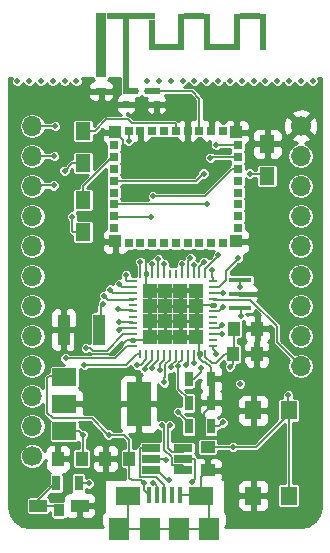
<source format=gbr>
G04 #@! TF.FileFunction,Copper,L1,Top,Signal*
%FSLAX46Y46*%
G04 Gerber Fmt 4.6, Leading zero omitted, Abs format (unit mm)*
G04 Created by KiCad (PCBNEW 4.0.7) date Monday, December 25, 2017 'AMt' 07:55:09 AM*
%MOMM*%
%LPD*%
G01*
G04 APERTURE LIST*
%ADD10C,0.100000*%
%ADD11R,1.400000X1.600000*%
%ADD12R,1.000000X1.250000*%
%ADD13R,1.250000X1.000000*%
%ADD14R,0.900000X1.000000*%
%ADD15R,1.500000X1.000000*%
%ADD16C,1.700000*%
%ADD17O,1.700000X1.700000*%
%ADD18R,0.700000X1.300000*%
%ADD19R,2.100000X1.600000*%
%ADD20R,0.400000X1.350000*%
%ADD21R,1.800000X1.900000*%
%ADD22R,1.900000X0.400000*%
%ADD23R,0.700000X0.250000*%
%ADD24R,0.250000X0.700000*%
%ADD25R,1.287500X1.287500*%
%ADD26R,0.500000X0.600000*%
%ADD27R,1.300000X1.500000*%
%ADD28R,0.400000X0.600000*%
%ADD29R,1.000000X1.000000*%
%ADD30R,0.750000X0.750000*%
%ADD31R,1.000000X2.500000*%
%ADD32R,1.560000X0.650000*%
%ADD33R,2.000000X3.800000*%
%ADD34R,2.000000X1.500000*%
%ADD35R,0.900000X5.400000*%
%ADD36R,4.100000X0.500000*%
%ADD37R,0.500000X4.900000*%
%ADD38R,0.500000X2.640000*%
%ADD39R,2.000000X0.500000*%
%ADD40R,0.500000X3.140000*%
%ADD41R,1.700000X0.500000*%
%ADD42R,0.900000X0.600000*%
%ADD43C,0.500000*%
%ADD44C,0.150000*%
%ADD45C,0.500000*%
%ADD46C,0.254000*%
G04 APERTURE END LIST*
D10*
D11*
X40975000Y-58800000D03*
X40975000Y-66000000D03*
X43975000Y-66000000D03*
X43975000Y-58800000D03*
D12*
X24442000Y-62883000D03*
X26442000Y-62883000D03*
D13*
X37125000Y-61875000D03*
X37125000Y-63875000D03*
D12*
X39325000Y-51875000D03*
X41325000Y-51875000D03*
X39275000Y-54000000D03*
X41275000Y-54000000D03*
D14*
X24525000Y-67250000D03*
D15*
X22775000Y-66850000D03*
X26275000Y-66850000D03*
D16*
X22250000Y-62660000D03*
D17*
X22250000Y-60120000D03*
X22250000Y-57580000D03*
X22250000Y-55040000D03*
X22250000Y-52500000D03*
X22250000Y-49960000D03*
X22250000Y-47420000D03*
X22250000Y-44880000D03*
X22250000Y-42340000D03*
X22250000Y-39800000D03*
X22250000Y-37260000D03*
X22250000Y-34720000D03*
D18*
X26184000Y-64958000D03*
X24284000Y-64958000D03*
X35500000Y-58150000D03*
X37400000Y-58150000D03*
X35500000Y-56100000D03*
X37400000Y-56100000D03*
X37400000Y-60150000D03*
X35500000Y-60150000D03*
D19*
X36540000Y-66080000D03*
X30340000Y-66080000D03*
D20*
X34740000Y-65955000D03*
X32140000Y-65955000D03*
X34090000Y-65955000D03*
X32790000Y-65955000D03*
D21*
X34700000Y-68800000D03*
X32200000Y-68800000D03*
X37250000Y-68800000D03*
X29650000Y-68800000D03*
D20*
X33440000Y-65955000D03*
D22*
X39875000Y-50125000D03*
X39875000Y-48925000D03*
X39875000Y-47725000D03*
D23*
X37568750Y-53356250D03*
X37568750Y-52856250D03*
X37568750Y-52356250D03*
X37568750Y-51856250D03*
X37568750Y-51356250D03*
X37568750Y-50856250D03*
X37568750Y-50356250D03*
X37568750Y-49856250D03*
X37568750Y-49356250D03*
X37568750Y-48856250D03*
X37568750Y-48356250D03*
X37568750Y-47856250D03*
D24*
X36918750Y-47206250D03*
X36418750Y-47206250D03*
X35918750Y-47206250D03*
X35418750Y-47206250D03*
X34918750Y-47206250D03*
X34418750Y-47206250D03*
X33918750Y-47206250D03*
X33418750Y-47206250D03*
X32918750Y-47206250D03*
X32418750Y-47206250D03*
X31918750Y-47206250D03*
X31418750Y-47206250D03*
D23*
X30768750Y-47856250D03*
X30768750Y-48356250D03*
X30768750Y-48856250D03*
X30768750Y-49356250D03*
X30768750Y-49856250D03*
X30768750Y-50356250D03*
X30768750Y-50856250D03*
X30768750Y-51356250D03*
X30768750Y-51856250D03*
X30768750Y-52356250D03*
X30768750Y-52856250D03*
X30768750Y-53356250D03*
D24*
X31418750Y-54006250D03*
X31918750Y-54006250D03*
X32418750Y-54006250D03*
X32918750Y-54006250D03*
X33418750Y-54006250D03*
X33918750Y-54006250D03*
X34418750Y-54006250D03*
X34918750Y-54006250D03*
X35418750Y-54006250D03*
X35918750Y-54006250D03*
X36418750Y-54006250D03*
X36918750Y-54006250D03*
D25*
X32237500Y-48675000D03*
X32237500Y-49962500D03*
X32237500Y-51250000D03*
X32237500Y-52537500D03*
X33525000Y-48675000D03*
X33525000Y-49962500D03*
X33525000Y-51250000D03*
X33525000Y-52537500D03*
X34812500Y-48675000D03*
X34812500Y-49962500D03*
X34812500Y-51250000D03*
X34812500Y-52537500D03*
X36100000Y-48675000D03*
X36100000Y-49962500D03*
X36100000Y-51250000D03*
X36100000Y-52537500D03*
D26*
X32800000Y-31775000D03*
X32800000Y-32875000D03*
X30200000Y-31775000D03*
X30200000Y-32875000D03*
D16*
X45000000Y-34720000D03*
D17*
X45000000Y-37260000D03*
X45000000Y-39800000D03*
X45000000Y-42340000D03*
X45000000Y-44880000D03*
X45000000Y-47420000D03*
X45000000Y-49960000D03*
X45000000Y-52500000D03*
X45000000Y-55040000D03*
D27*
X42175000Y-38925000D03*
X42175000Y-36225000D03*
X26550000Y-40995000D03*
X26550000Y-43695000D03*
X26550000Y-35150000D03*
X26550000Y-37850000D03*
D28*
X31075000Y-31775000D03*
X31975000Y-31775000D03*
D29*
X29295000Y-35225000D03*
X29295000Y-44485000D03*
X39540000Y-44485000D03*
X39540000Y-35235000D03*
D30*
X29170000Y-36355000D03*
X39670000Y-36360000D03*
X29170000Y-37355000D03*
X29170000Y-38355000D03*
X29170000Y-39355000D03*
X29170000Y-40355000D03*
X29170000Y-41355000D03*
X29170000Y-42355000D03*
X29170000Y-43355000D03*
X39670000Y-37355000D03*
X39670000Y-38355000D03*
X39670000Y-39355000D03*
X39670000Y-40355000D03*
X39670000Y-41355000D03*
X39670000Y-42355000D03*
X39670000Y-43355000D03*
X30425000Y-44610000D03*
X31425000Y-44610000D03*
X32425000Y-44610000D03*
X33425000Y-44610000D03*
X34425000Y-44610000D03*
X35425000Y-44610000D03*
X36425000Y-44610000D03*
X37425000Y-44610000D03*
X38425000Y-44610000D03*
X37425000Y-35100000D03*
X36425000Y-35100000D03*
X35425000Y-35100000D03*
X38425000Y-35100000D03*
X31425000Y-35100000D03*
X32425000Y-35100000D03*
X33425000Y-35100000D03*
X34425000Y-35100000D03*
X30425000Y-35100000D03*
D31*
X27930000Y-51950000D03*
X24930000Y-51950000D03*
D12*
X28460000Y-62870000D03*
X30460000Y-62870000D03*
D32*
X32360000Y-61950000D03*
X32360000Y-62900000D03*
X32360000Y-63850000D03*
X35060000Y-63850000D03*
X35060000Y-61950000D03*
X35060000Y-62900000D03*
D33*
X31283000Y-58248000D03*
D34*
X24983000Y-58248000D03*
X24983000Y-60548000D03*
X24983000Y-55948000D03*
D35*
X28100000Y-27855000D03*
D36*
X30600000Y-25405000D03*
D37*
X30200000Y-28105000D03*
D38*
X32400000Y-26975000D03*
D39*
X33650000Y-28045000D03*
D40*
X34900000Y-26725000D03*
D41*
X36000000Y-25405000D03*
D40*
X37100000Y-26725000D03*
D39*
X38350000Y-28045000D03*
D40*
X39600000Y-26725000D03*
D41*
X40700000Y-25405000D03*
D40*
X41800000Y-26725000D03*
D42*
X28100000Y-31755000D03*
X28100000Y-30265000D03*
D43*
X46000000Y-30900000D03*
X45000000Y-30900000D03*
X44000000Y-30900000D03*
X26000000Y-30906931D03*
X25000000Y-30906931D03*
X24000000Y-30906931D03*
X23000000Y-30906931D03*
X22000000Y-30906931D03*
X20981805Y-30906931D03*
X43000000Y-30900000D03*
X42000000Y-30900000D03*
X41000000Y-30900000D03*
X40000000Y-30900000D03*
X39000000Y-30900000D03*
X38000000Y-30900000D03*
X37000000Y-30900000D03*
X36000000Y-30900000D03*
X35000000Y-30900000D03*
X34000000Y-30900000D03*
X33000000Y-30900000D03*
X32000000Y-30900000D03*
X26568685Y-60872075D03*
X39870000Y-56550000D03*
X27030000Y-64970000D03*
X39000000Y-55100000D03*
X38400000Y-59800000D03*
X30425381Y-35951090D03*
X25000000Y-38500000D03*
X25093146Y-54391548D03*
X31425000Y-46225000D03*
X28460000Y-64390000D03*
X31270000Y-37200000D03*
X41000000Y-63700000D03*
X28000000Y-58600000D03*
X26400000Y-48100000D03*
X33550000Y-63033000D03*
X32237500Y-52537500D03*
X33525000Y-52537500D03*
X33525000Y-52537500D03*
X34812500Y-52537500D03*
X36100000Y-52537500D03*
X36000000Y-51250000D03*
X34812500Y-51250000D03*
X32237500Y-51250000D03*
X33525000Y-51250000D03*
X32237500Y-49962500D03*
X33525000Y-49962500D03*
X34812500Y-49962500D03*
X34812500Y-49962500D03*
X36000000Y-50000000D03*
X36000000Y-48675000D03*
X34812500Y-48675000D03*
X33525000Y-48675000D03*
X32237500Y-48675000D03*
X31918750Y-45706250D03*
X31714000Y-64963000D03*
X35791000Y-64837000D03*
X29550000Y-50225000D03*
X28725000Y-60850000D03*
X39260000Y-61875000D03*
X43924999Y-57524999D03*
X38400000Y-50025000D03*
X28243787Y-49749990D03*
X32418750Y-46431250D03*
X34646239Y-55040610D03*
X32918750Y-45981250D03*
X33425000Y-46425000D03*
X34925000Y-46425000D03*
X35646587Y-45915960D03*
X35918750Y-46506250D03*
X36819605Y-46208628D03*
X37800000Y-54025000D03*
X35925000Y-54775000D03*
X35283447Y-54912232D03*
X34005211Y-55148307D03*
X33425000Y-56425000D03*
X33055199Y-55351253D03*
X32423295Y-55198898D03*
X31781194Y-55299999D03*
X31128965Y-54910095D03*
X28335441Y-49106472D03*
X24100000Y-39750000D03*
X28878451Y-48571292D03*
X24115000Y-37260000D03*
X29630475Y-48114705D03*
X24200000Y-34720000D03*
X30200000Y-47350000D03*
X36525000Y-55175000D03*
X26680551Y-54914993D03*
X34613246Y-58904948D03*
X26811433Y-53511870D03*
X33239245Y-60061252D03*
X29580630Y-51291778D03*
X33919245Y-60061252D03*
X29580630Y-51971778D03*
X39900000Y-50775000D03*
X38318750Y-52356250D03*
X39875000Y-48324998D03*
X38350000Y-51575000D03*
X40675000Y-38750000D03*
X36775000Y-38750000D03*
X25646409Y-42375538D03*
X32475000Y-40675000D03*
X37825000Y-36325000D03*
X39700000Y-45900000D03*
X37049979Y-41350000D03*
X37475000Y-46925000D03*
X32325000Y-42400000D03*
X38000000Y-45675000D03*
X37349990Y-37400000D03*
X38425000Y-48850000D03*
X32500000Y-64911000D03*
X33852000Y-64680000D03*
D44*
X26568685Y-61225628D02*
X26568685Y-60872075D01*
X26214610Y-60518000D02*
X26318686Y-60622076D01*
X24795000Y-60518000D02*
X26214610Y-60518000D01*
X26430000Y-62470000D02*
X26568685Y-62331315D01*
X26568685Y-62331315D02*
X26568685Y-61225628D01*
X26318686Y-60622076D02*
X26568685Y-60872075D01*
X26184000Y-64958000D02*
X27018000Y-64958000D01*
X27018000Y-64958000D02*
X27030000Y-64970000D01*
X39275000Y-54825000D02*
X39000000Y-55100000D01*
X39275000Y-54000000D02*
X39275000Y-54825000D01*
X37400000Y-60150000D02*
X38050000Y-60150000D01*
X38050000Y-60150000D02*
X38400000Y-59800000D01*
X30425000Y-35950709D02*
X30425381Y-35951090D01*
X30425000Y-35100000D02*
X30425000Y-35950709D01*
X26550000Y-37850000D02*
X25650000Y-37850000D01*
X25650000Y-37850000D02*
X25000000Y-38500000D01*
X37568750Y-49356250D02*
X37619600Y-49407100D01*
X37619600Y-49407100D02*
X40712102Y-49407100D01*
X40712102Y-49407100D02*
X42980000Y-51674998D01*
X42980000Y-51674998D02*
X42980000Y-53020000D01*
X42980000Y-53020000D02*
X45000000Y-55040000D01*
X30268750Y-53356250D02*
X29233452Y-54391548D01*
X30768750Y-53356250D02*
X30268750Y-53356250D01*
X25446699Y-54391548D02*
X25093146Y-54391548D01*
X29233452Y-54391548D02*
X25446699Y-54391548D01*
X30425000Y-34949998D02*
X30425000Y-35100000D01*
X36918750Y-54231250D02*
X36918750Y-54006250D01*
X39275000Y-54000000D02*
X38625000Y-54000000D01*
X39325000Y-51875000D02*
X39325000Y-53950000D01*
X39325000Y-53950000D02*
X39275000Y-54000000D01*
X31425000Y-46700000D02*
X31425000Y-46225000D01*
X31418750Y-47206250D02*
X31418750Y-46706250D01*
X31418750Y-46706250D02*
X31425000Y-46700000D01*
X37462500Y-54775000D02*
X36918750Y-54231250D01*
X37850000Y-54775000D02*
X37462500Y-54775000D01*
X38625000Y-54000000D02*
X37850000Y-54775000D01*
X28460000Y-62870000D02*
X28460000Y-64390000D01*
X28460000Y-62870000D02*
X28460000Y-62995000D01*
X24442000Y-63008000D02*
X24442000Y-62883000D01*
X29950379Y-36233932D02*
X30916447Y-37200000D01*
X29295000Y-35225000D02*
X29950379Y-35880379D01*
X30916447Y-37200000D02*
X31270000Y-37200000D01*
X29950379Y-35880379D02*
X29950379Y-36233932D01*
X31519999Y-36280001D02*
X31425000Y-36185002D01*
X31425000Y-36185002D02*
X31425000Y-35100000D01*
X31270000Y-37200000D02*
X31519999Y-36950001D01*
X31519999Y-36950001D02*
X31519999Y-36280001D01*
X31270000Y-37200000D02*
X31370001Y-37300001D01*
X40975000Y-66000000D02*
X40975000Y-63725000D01*
X40975000Y-63725000D02*
X41000000Y-63700000D01*
X24983000Y-58248000D02*
X27648000Y-58248000D01*
X27648000Y-58248000D02*
X28000000Y-58600000D01*
X24930000Y-49570000D02*
X26400000Y-48100000D01*
X24930000Y-51950000D02*
X24930000Y-49570000D01*
X36418750Y-54006250D02*
X36418750Y-52856250D01*
X36418750Y-52856250D02*
X36100000Y-52537500D01*
X24795000Y-58218000D02*
X31095000Y-58218000D01*
X32360000Y-62900000D02*
X33417000Y-62900000D01*
X33417000Y-62900000D02*
X33550000Y-63033000D01*
X24430000Y-62595000D02*
X24430000Y-62470000D01*
X31918750Y-47206250D02*
X31918750Y-48356250D01*
X31918750Y-48356250D02*
X32237500Y-48675000D01*
X37568750Y-49856250D02*
X36206250Y-49856250D01*
X36206250Y-49856250D02*
X36100000Y-49962500D01*
X30768750Y-52856250D02*
X31918750Y-52856250D01*
X31918750Y-52856250D02*
X32237500Y-52537500D01*
X31370001Y-37300001D02*
X31750001Y-37300001D01*
X31750001Y-37300001D02*
X32050000Y-37600000D01*
X26080000Y-54030000D02*
X25850000Y-53800000D01*
X25850000Y-53800000D02*
X25850000Y-51975000D01*
X29095000Y-54030000D02*
X26080000Y-54030000D01*
X30768750Y-52856250D02*
X30268750Y-52856250D01*
X30268750Y-52856250D02*
X29095000Y-54030000D01*
X25850000Y-51975000D02*
X25300000Y-51975000D01*
X36930000Y-54680000D02*
X37400000Y-55150000D01*
X37400000Y-55150000D02*
X37400000Y-56100000D01*
X36712498Y-54680000D02*
X36930000Y-54680000D01*
X36418750Y-54006250D02*
X36418750Y-54386252D01*
X36418750Y-54386252D02*
X36712498Y-54680000D01*
X37400000Y-58450000D02*
X37400000Y-58150000D01*
X36824999Y-59025001D02*
X37400000Y-58450000D01*
X36824999Y-60980001D02*
X36824999Y-59025001D01*
X37899999Y-61025001D02*
X36869999Y-61025001D01*
X40125000Y-58800000D02*
X37899999Y-61025001D01*
X40975000Y-58800000D02*
X40125000Y-58800000D01*
X36869999Y-61025001D02*
X36824999Y-60980001D01*
X37400000Y-56100000D02*
X37400000Y-58150000D01*
X36540000Y-66080000D02*
X36540000Y-64460000D01*
X36540000Y-64460000D02*
X37125000Y-63875000D01*
X37250000Y-68800000D02*
X37250000Y-66790000D01*
X37250000Y-66790000D02*
X36540000Y-66080000D01*
X37250000Y-68800000D02*
X34700000Y-68800000D01*
X32200000Y-68800000D02*
X34700000Y-68800000D01*
X29650000Y-68800000D02*
X30700000Y-68800000D01*
X30700000Y-68800000D02*
X32200000Y-68800000D01*
X30340000Y-66080000D02*
X30340000Y-68110000D01*
X30340000Y-68110000D02*
X29650000Y-68800000D01*
X34740000Y-65955000D02*
X36415000Y-65955000D01*
X36415000Y-65955000D02*
X36540000Y-66080000D01*
X31918750Y-47206250D02*
X31918750Y-45706250D01*
X40975000Y-58800000D02*
X40975000Y-58700000D01*
X41275000Y-54000000D02*
X41275000Y-51925000D01*
X41275000Y-51925000D02*
X41325000Y-51875000D01*
X40975000Y-56225000D02*
X41275000Y-55925000D01*
X41275000Y-55925000D02*
X41275000Y-54000000D01*
X40975000Y-58800000D02*
X40975000Y-56225000D01*
X40975000Y-65900000D02*
X40975000Y-66000000D01*
X24795000Y-55918000D02*
X23645000Y-55918000D01*
X23645000Y-55918000D02*
X23516861Y-56046139D01*
X27288359Y-59444000D02*
X28694359Y-60850000D01*
X23516861Y-56046139D02*
X23516861Y-58975861D01*
X23516861Y-58975861D02*
X23985000Y-59444000D01*
X23985000Y-59444000D02*
X27288359Y-59444000D01*
X28694359Y-60850000D02*
X28725000Y-60850000D01*
X28725000Y-60850000D02*
X30010000Y-60850000D01*
X30460000Y-62870000D02*
X30460000Y-61300000D01*
X30460000Y-61300000D02*
X30010000Y-60850000D01*
X30699001Y-64713001D02*
X30460000Y-64474000D01*
X30460000Y-64474000D02*
X30460000Y-62870000D01*
X31714000Y-64963000D02*
X31464001Y-64713001D01*
X31464001Y-64713001D02*
X30699001Y-64713001D01*
X31714000Y-64963000D02*
X31714000Y-65529000D01*
X31714000Y-65529000D02*
X32140000Y-65955000D01*
X35060000Y-62900000D02*
X35990000Y-62900000D01*
X35990000Y-62900000D02*
X36065001Y-62975001D01*
X36065001Y-62975001D02*
X36065001Y-64562999D01*
X36065001Y-64562999D02*
X35791000Y-64837000D01*
X30768750Y-50356250D02*
X30678185Y-50265685D01*
X30678185Y-50265685D02*
X29590685Y-50265685D01*
X29590685Y-50265685D02*
X29550000Y-50225000D01*
X37125000Y-61875000D02*
X39260000Y-61875000D01*
X39260000Y-61875000D02*
X41172937Y-61875000D01*
X43924999Y-57524999D02*
X43924999Y-58749999D01*
X43924999Y-58749999D02*
X43975000Y-58800000D01*
X38068750Y-50356250D02*
X38400000Y-50025000D01*
X37568750Y-50356250D02*
X38068750Y-50356250D01*
X41172937Y-61875000D02*
X43975000Y-59072937D01*
X43975000Y-59072937D02*
X43975000Y-58800000D01*
X43975000Y-66000000D02*
X43975000Y-58800000D01*
X28050000Y-51975000D02*
X28050000Y-49943777D01*
X28050000Y-49943777D02*
X28243787Y-49749990D01*
X32418750Y-47206250D02*
X32418750Y-46431250D01*
X22775000Y-66850000D02*
X24125000Y-66850000D01*
X24125000Y-66850000D02*
X24525000Y-67250000D01*
X24300000Y-64580000D02*
X24300000Y-64880000D01*
X24300000Y-64880000D02*
X22775000Y-66405000D01*
X22775000Y-66405000D02*
X22775000Y-66850000D01*
X34646239Y-56996239D02*
X34646239Y-55394163D01*
X34646239Y-54798853D02*
X34646239Y-55040610D01*
X34646239Y-55394163D02*
X34646239Y-55040610D01*
X34918750Y-54526342D02*
X34646239Y-54798853D01*
X34918750Y-54006250D02*
X34918750Y-54526342D01*
X35500000Y-57850000D02*
X34646239Y-56996239D01*
X35500000Y-58150000D02*
X35500000Y-57850000D01*
X32918750Y-47206250D02*
X32918750Y-45981250D01*
X33425000Y-46700000D02*
X33425000Y-46425000D01*
X33418750Y-47206250D02*
X33418750Y-46706250D01*
X33418750Y-46706250D02*
X33425000Y-46700000D01*
X34925000Y-46700000D02*
X34925000Y-46425000D01*
X34918750Y-47206250D02*
X34918750Y-46706250D01*
X34918750Y-46706250D02*
X34925000Y-46700000D01*
X35418750Y-46143797D02*
X35646587Y-45915960D01*
X35418750Y-47206250D02*
X35418750Y-46143797D01*
X35918750Y-47206250D02*
X35918750Y-46506250D01*
X36569606Y-46458627D02*
X36819605Y-46208628D01*
X36418750Y-46609483D02*
X36569606Y-46458627D01*
X36418750Y-47206250D02*
X36418750Y-46609483D01*
X37800000Y-53862500D02*
X37800000Y-54025000D01*
X37568750Y-53356250D02*
X37568750Y-53631250D01*
X37568750Y-53631250D02*
X37800000Y-53862500D01*
X35925000Y-54512500D02*
X35925000Y-54775000D01*
X35918750Y-54506250D02*
X35925000Y-54512500D01*
X35918750Y-54006250D02*
X35918750Y-54506250D01*
X35418750Y-54776929D02*
X35283447Y-54912232D01*
X35418750Y-54006250D02*
X35418750Y-54776929D01*
X34005211Y-54986532D02*
X34005211Y-55148307D01*
X34418750Y-54572993D02*
X34005211Y-54986532D01*
X34418750Y-54006250D02*
X34418750Y-54572993D01*
X33918750Y-54006250D02*
X33918750Y-54506250D01*
X33918750Y-54506250D02*
X33530201Y-54894799D01*
X33530201Y-55966246D02*
X33425000Y-56071447D01*
X33530201Y-54894799D02*
X33530201Y-55966246D01*
X33425000Y-56071447D02*
X33425000Y-56425000D01*
X33055199Y-54869801D02*
X33055199Y-54997700D01*
X33418750Y-54506250D02*
X33055199Y-54869801D01*
X33055199Y-54997700D02*
X33055199Y-55351253D01*
X33418750Y-54006250D02*
X33418750Y-54506250D01*
X32423295Y-55001705D02*
X32423295Y-55198898D01*
X32918750Y-54006250D02*
X32918750Y-54506250D01*
X32918750Y-54506250D02*
X32423295Y-55001705D01*
X32418750Y-54006250D02*
X32418750Y-54506250D01*
X31781194Y-55143806D02*
X31781194Y-55299999D01*
X32418750Y-54506250D02*
X31781194Y-55143806D01*
X31918750Y-54006250D02*
X31918750Y-54473863D01*
X31482518Y-54910095D02*
X31128965Y-54910095D01*
X31918750Y-54473863D02*
X31482518Y-54910095D01*
X24100000Y-39750000D02*
X22300000Y-39750000D01*
X22300000Y-39750000D02*
X22250000Y-39800000D01*
X28585440Y-49356471D02*
X28335441Y-49106472D01*
X30800000Y-49450000D02*
X28678969Y-49450000D01*
X28678969Y-49450000D02*
X28585440Y-49356471D01*
X29128450Y-48821291D02*
X28878451Y-48571292D01*
X30689873Y-48839873D02*
X29147032Y-48839873D01*
X29147032Y-48839873D02*
X29128450Y-48821291D01*
X22250000Y-37260000D02*
X24115000Y-37260000D01*
X30679570Y-48329570D02*
X29845340Y-48329570D01*
X29845340Y-48329570D02*
X29630475Y-48114705D01*
X22250000Y-34720000D02*
X24200000Y-34720000D01*
X24305000Y-34720000D02*
X24200000Y-34720000D01*
X30200000Y-47787500D02*
X30200000Y-47350000D01*
X30768750Y-47856250D02*
X30268750Y-47856250D01*
X30268750Y-47856250D02*
X30200000Y-47787500D01*
X35500000Y-56100000D02*
X36000000Y-56100000D01*
X36000000Y-56100000D02*
X36525000Y-55575000D01*
X36525000Y-55575000D02*
X36525000Y-55528553D01*
X36525000Y-55528553D02*
X36525000Y-55175000D01*
X27034104Y-54914993D02*
X26680551Y-54914993D01*
X31418750Y-54006250D02*
X31143750Y-54006250D01*
X31143750Y-54006250D02*
X30235007Y-54914993D01*
X30235007Y-54914993D02*
X27034104Y-54914993D01*
X28585732Y-53729989D02*
X27383105Y-53729989D01*
X27383105Y-53729989D02*
X27164986Y-53511870D01*
X29959471Y-52356250D02*
X28585732Y-53729989D01*
X30768750Y-52356250D02*
X29959471Y-52356250D01*
X27164986Y-53511870D02*
X26811433Y-53511870D01*
X34613246Y-58963246D02*
X34613246Y-58904948D01*
X35500000Y-59850000D02*
X34613246Y-58963246D01*
X35500000Y-60150000D02*
X35500000Y-59850000D01*
X33239245Y-60061252D02*
X33414246Y-60236253D01*
X34099999Y-63450001D02*
X35060000Y-63450001D01*
X33414246Y-60236253D02*
X33414246Y-62115590D01*
X33414246Y-62115590D02*
X34054999Y-62756343D01*
X34054999Y-62756343D02*
X34054999Y-63405001D01*
X34054999Y-63405001D02*
X34099999Y-63450001D01*
X35060000Y-63450001D02*
X35060000Y-63850000D01*
X29580630Y-51291778D02*
X30704278Y-51291778D01*
X30704278Y-51291778D02*
X30768750Y-51356250D01*
X33919245Y-60061252D02*
X33744244Y-60236253D01*
X33744244Y-60236253D02*
X33744244Y-61978900D01*
X33744244Y-61978900D02*
X34115343Y-62349999D01*
X34115343Y-62349999D02*
X35060000Y-62349999D01*
X35060000Y-62349999D02*
X35060000Y-61950000D01*
X29696158Y-51856250D02*
X30735440Y-51856250D01*
X29580630Y-51971778D02*
X29696158Y-51856250D01*
X30735440Y-51856250D02*
X30768750Y-51856250D01*
X39900000Y-50775000D02*
X39900000Y-50150000D01*
X39900000Y-50150000D02*
X39875000Y-50125000D01*
X37568750Y-52356250D02*
X38318750Y-52356250D01*
X39875000Y-48324998D02*
X39875000Y-47725000D01*
X38068750Y-51856250D02*
X38350000Y-51575000D01*
X37568750Y-51856250D02*
X38068750Y-51856250D01*
D45*
X32800000Y-31775000D02*
X31975000Y-31775000D01*
D44*
X36425000Y-32400000D02*
X35800000Y-31775000D01*
X35800000Y-31775000D02*
X32800000Y-31775000D01*
X36425000Y-35100000D02*
X36425000Y-32400000D01*
D45*
X30200000Y-28105000D02*
X30200000Y-31775000D01*
X31075000Y-31775000D02*
X30200000Y-31775000D01*
D44*
X40675000Y-38750000D02*
X42000000Y-38750000D01*
X42000000Y-38750000D02*
X42175000Y-38925000D01*
X36120000Y-39355000D02*
X36725000Y-38750000D01*
X36725000Y-38750000D02*
X36775000Y-38750000D01*
X29170000Y-39355000D02*
X36120000Y-39355000D01*
X29170000Y-37355000D02*
X29014998Y-37355000D01*
X29014998Y-37355000D02*
X26550000Y-39819998D01*
X26550000Y-39819998D02*
X26550000Y-40095000D01*
X26550000Y-40095000D02*
X26550000Y-40995000D01*
X29095000Y-37355000D02*
X29170000Y-37355000D01*
X25646409Y-42375538D02*
X25646409Y-43591409D01*
X25646409Y-43591409D02*
X25750000Y-43695000D01*
X25750000Y-43695000D02*
X26550000Y-43695000D01*
X25700000Y-42429129D02*
X25646409Y-42375538D01*
X36875000Y-40625000D02*
X32525000Y-40625000D01*
X32525000Y-40625000D02*
X32475000Y-40675000D01*
X39670000Y-38355000D02*
X39145000Y-38355000D01*
X39145000Y-38355000D02*
X36875000Y-40625000D01*
X34425000Y-34575000D02*
X34425000Y-35100000D01*
X30399268Y-34149989D02*
X30749278Y-34499999D01*
X34349999Y-34499999D02*
X34425000Y-34575000D01*
X30749278Y-34499999D02*
X34349999Y-34499999D01*
X28540730Y-34149989D02*
X30399268Y-34149989D01*
X27540719Y-35150000D02*
X28540730Y-34149989D01*
X26550000Y-35150000D02*
X27540719Y-35150000D01*
X37825000Y-36325000D02*
X39635000Y-36325000D01*
X39635000Y-36325000D02*
X39670000Y-36360000D01*
X38699999Y-46950001D02*
X39700000Y-45950000D01*
X39700000Y-45950000D02*
X39700000Y-45900000D01*
X37568750Y-48356250D02*
X38068750Y-48356250D01*
X38068750Y-48356250D02*
X38699999Y-47725001D01*
X38699999Y-47725001D02*
X38699999Y-46950001D01*
X29170000Y-41355000D02*
X37044979Y-41355000D01*
X37044979Y-41355000D02*
X37049979Y-41350000D01*
X37475000Y-47487500D02*
X37475000Y-46925000D01*
X37568750Y-47856250D02*
X37568750Y-47581250D01*
X37568750Y-47581250D02*
X37475000Y-47487500D01*
X32325000Y-42400000D02*
X29215000Y-42400000D01*
X29215000Y-42400000D02*
X29170000Y-42355000D01*
X36918750Y-46781250D02*
X38000000Y-45700000D01*
X38000000Y-45700000D02*
X38000000Y-45675000D01*
X36918750Y-47206250D02*
X36918750Y-46781250D01*
X37394990Y-37355000D02*
X37349990Y-37400000D01*
X39670000Y-37355000D02*
X37394990Y-37355000D01*
X38075000Y-48850000D02*
X38425000Y-48850000D01*
X37568750Y-48856250D02*
X38068750Y-48856250D01*
X38068750Y-48856250D02*
X38075000Y-48850000D01*
X33440000Y-65955000D02*
X33440000Y-65130000D01*
X33440000Y-65130000D02*
X32710001Y-64400001D01*
X32710001Y-64400001D02*
X31399999Y-64400001D01*
X31399999Y-64400001D02*
X31354999Y-64355001D01*
X31354999Y-64355001D02*
X31354999Y-62025001D01*
X31354999Y-62025001D02*
X31430000Y-61950000D01*
X31430000Y-61950000D02*
X32360000Y-61950000D01*
X32500000Y-64911000D02*
X32790000Y-65201000D01*
X32790000Y-65201000D02*
X32790000Y-65955000D01*
X32360000Y-63850000D02*
X32815000Y-63850000D01*
X32815000Y-63850000D02*
X33645000Y-64680000D01*
X33645000Y-64680000D02*
X33852000Y-64680000D01*
X32790000Y-65955000D02*
X32770750Y-65935750D01*
D46*
G36*
X46673000Y-66967793D02*
X46539731Y-67637778D01*
X46178460Y-68178460D01*
X45637778Y-68539731D01*
X44967792Y-68673000D01*
X38785000Y-68673000D01*
X38785000Y-68672998D01*
X38626252Y-68672998D01*
X38785000Y-68514250D01*
X38785000Y-67723690D01*
X38688327Y-67490301D01*
X38577000Y-67378975D01*
X38577000Y-66285750D01*
X39640000Y-66285750D01*
X39640000Y-66926309D01*
X39736673Y-67159698D01*
X39915301Y-67338327D01*
X40148690Y-67435000D01*
X40689250Y-67435000D01*
X40848000Y-67276250D01*
X40848000Y-66127000D01*
X41102000Y-66127000D01*
X41102000Y-67276250D01*
X41260750Y-67435000D01*
X41801310Y-67435000D01*
X42034699Y-67338327D01*
X42213327Y-67159698D01*
X42310000Y-66926309D01*
X42310000Y-66285750D01*
X42151250Y-66127000D01*
X41102000Y-66127000D01*
X40848000Y-66127000D01*
X39798750Y-66127000D01*
X39640000Y-66285750D01*
X38577000Y-66285750D01*
X38577000Y-65073691D01*
X39640000Y-65073691D01*
X39640000Y-65714250D01*
X39798750Y-65873000D01*
X40848000Y-65873000D01*
X40848000Y-64723750D01*
X41102000Y-64723750D01*
X41102000Y-65873000D01*
X42151250Y-65873000D01*
X42310000Y-65714250D01*
X42310000Y-65073691D01*
X42213327Y-64840302D01*
X42034699Y-64661673D01*
X41801310Y-64565000D01*
X41260750Y-64565000D01*
X41102000Y-64723750D01*
X40848000Y-64723750D01*
X40689250Y-64565000D01*
X40148690Y-64565000D01*
X39915301Y-64661673D01*
X39736673Y-64840302D01*
X39640000Y-65073691D01*
X38577000Y-65073691D01*
X38577000Y-64750000D01*
X38566994Y-64700590D01*
X38538553Y-64658965D01*
X38496159Y-64631685D01*
X38450000Y-64623000D01*
X38334594Y-64623000D01*
X38385000Y-64501309D01*
X38385000Y-64160750D01*
X38226250Y-64002000D01*
X37252000Y-64002000D01*
X37252000Y-64022000D01*
X36998000Y-64022000D01*
X36998000Y-64002000D01*
X36978000Y-64002000D01*
X36978000Y-63748000D01*
X36998000Y-63748000D01*
X36998000Y-62898750D01*
X37252000Y-62898750D01*
X37252000Y-63748000D01*
X38226250Y-63748000D01*
X38385000Y-63589250D01*
X38385000Y-63248691D01*
X38288327Y-63015302D01*
X38109699Y-62836673D01*
X37876310Y-62740000D01*
X37410750Y-62740000D01*
X37252000Y-62898750D01*
X36998000Y-62898750D01*
X36839250Y-62740000D01*
X36373690Y-62740000D01*
X36334138Y-62756383D01*
X36313903Y-62726099D01*
X36313900Y-62726097D01*
X36238902Y-62651098D01*
X36124705Y-62574794D01*
X36122297Y-62574315D01*
X36103111Y-62472350D01*
X36072700Y-62425090D01*
X36100175Y-62384880D01*
X36122426Y-62275000D01*
X36122426Y-61625000D01*
X36103111Y-61522350D01*
X36042445Y-61428073D01*
X35964772Y-61375000D01*
X36217574Y-61375000D01*
X36217574Y-62375000D01*
X36236889Y-62477650D01*
X36297555Y-62571927D01*
X36390120Y-62635175D01*
X36500000Y-62657426D01*
X37750000Y-62657426D01*
X37852650Y-62638111D01*
X37946927Y-62577445D01*
X38010175Y-62484880D01*
X38032426Y-62375000D01*
X38032426Y-62227000D01*
X38866744Y-62227000D01*
X38961088Y-62321509D01*
X39154713Y-62401909D01*
X39364367Y-62402092D01*
X39558132Y-62322030D01*
X39653328Y-62227000D01*
X41172932Y-62227000D01*
X41172937Y-62227001D01*
X41307642Y-62200206D01*
X41421839Y-62123902D01*
X43623000Y-59922740D01*
X43623000Y-64917574D01*
X43275000Y-64917574D01*
X43172350Y-64936889D01*
X43078073Y-64997555D01*
X43014825Y-65090120D01*
X42992574Y-65200000D01*
X42992574Y-66800000D01*
X43011889Y-66902650D01*
X43072555Y-66996927D01*
X43165120Y-67060175D01*
X43275000Y-67082426D01*
X44675000Y-67082426D01*
X44777650Y-67063111D01*
X44871927Y-67002445D01*
X44935175Y-66909880D01*
X44957426Y-66800000D01*
X44957426Y-65200000D01*
X44938111Y-65097350D01*
X44877445Y-65003073D01*
X44784880Y-64939825D01*
X44675000Y-64917574D01*
X44327000Y-64917574D01*
X44327000Y-59882426D01*
X44675000Y-59882426D01*
X44777650Y-59863111D01*
X44871927Y-59802445D01*
X44935175Y-59709880D01*
X44957426Y-59600000D01*
X44957426Y-58000000D01*
X44938111Y-57897350D01*
X44877445Y-57803073D01*
X44784880Y-57739825D01*
X44675000Y-57717574D01*
X44415663Y-57717574D01*
X44451908Y-57630286D01*
X44452091Y-57420632D01*
X44372029Y-57226867D01*
X44223911Y-57078490D01*
X44030286Y-56998090D01*
X43820632Y-56997907D01*
X43626867Y-57077969D01*
X43478490Y-57226087D01*
X43398090Y-57419712D01*
X43397907Y-57629366D01*
X43434354Y-57717574D01*
X43275000Y-57717574D01*
X43172350Y-57736889D01*
X43078073Y-57797555D01*
X43014825Y-57890120D01*
X42992574Y-58000000D01*
X42992574Y-59557560D01*
X41027133Y-61523000D01*
X39653256Y-61523000D01*
X39558912Y-61428491D01*
X39365287Y-61348091D01*
X39155633Y-61347908D01*
X38961868Y-61427970D01*
X38866672Y-61523000D01*
X38032426Y-61523000D01*
X38032426Y-61375000D01*
X38013111Y-61272350D01*
X37952445Y-61178073D01*
X37859880Y-61114825D01*
X37750000Y-61092574D01*
X36500000Y-61092574D01*
X36397350Y-61111889D01*
X36303073Y-61172555D01*
X36239825Y-61265120D01*
X36217574Y-61375000D01*
X35964772Y-61375000D01*
X35949880Y-61364825D01*
X35840000Y-61342574D01*
X34280000Y-61342574D01*
X34177350Y-61361889D01*
X34096244Y-61414080D01*
X34096244Y-60558333D01*
X34217377Y-60508282D01*
X34365754Y-60360164D01*
X34446154Y-60166539D01*
X34446337Y-59956885D01*
X34366275Y-59763120D01*
X34218157Y-59614743D01*
X34024532Y-59534343D01*
X33814878Y-59534160D01*
X33621113Y-59614222D01*
X33579302Y-59655960D01*
X33538157Y-59614743D01*
X33344532Y-59534343D01*
X33134878Y-59534160D01*
X32941113Y-59614222D01*
X32918000Y-59637295D01*
X32918000Y-58533750D01*
X32759250Y-58375000D01*
X31410000Y-58375000D01*
X31410000Y-60624250D01*
X31568750Y-60783000D01*
X32409309Y-60783000D01*
X32642698Y-60686327D01*
X32821327Y-60507699D01*
X32856208Y-60423489D01*
X32940333Y-60507761D01*
X33062246Y-60558384D01*
X33062246Y-61342574D01*
X31580000Y-61342574D01*
X31477350Y-61361889D01*
X31383073Y-61422555D01*
X31319825Y-61515120D01*
X31297713Y-61624313D01*
X31295295Y-61624794D01*
X31181098Y-61701098D01*
X31181096Y-61701101D01*
X31106097Y-61776099D01*
X31029793Y-61890296D01*
X31013270Y-61973361D01*
X30960000Y-61962574D01*
X30812000Y-61962574D01*
X30812000Y-61300005D01*
X30812001Y-61300000D01*
X30785206Y-61165295D01*
X30708902Y-61051098D01*
X30440804Y-60783000D01*
X30997250Y-60783000D01*
X31156000Y-60624250D01*
X31156000Y-58375000D01*
X29806750Y-58375000D01*
X29648000Y-58533750D01*
X29648000Y-60274310D01*
X29740656Y-60498000D01*
X29118256Y-60498000D01*
X29023912Y-60403491D01*
X28830287Y-60323091D01*
X28665109Y-60322947D01*
X27537261Y-59195098D01*
X27423064Y-59118794D01*
X27288359Y-59091999D01*
X27288354Y-59092000D01*
X26618000Y-59092000D01*
X26618000Y-58533750D01*
X26459250Y-58375000D01*
X25110000Y-58375000D01*
X25110000Y-58395000D01*
X24856000Y-58395000D01*
X24856000Y-58375000D01*
X24836000Y-58375000D01*
X24836000Y-58121000D01*
X24856000Y-58121000D01*
X24856000Y-58101000D01*
X25110000Y-58101000D01*
X25110000Y-58121000D01*
X26459250Y-58121000D01*
X26618000Y-57962250D01*
X26618000Y-57371690D01*
X26521327Y-57138301D01*
X26342698Y-56959673D01*
X26184291Y-56894059D01*
X26243175Y-56807880D01*
X26265426Y-56698000D01*
X26265426Y-56221690D01*
X29648000Y-56221690D01*
X29648000Y-57962250D01*
X29806750Y-58121000D01*
X31156000Y-58121000D01*
X31156000Y-55871750D01*
X30997250Y-55713000D01*
X30156691Y-55713000D01*
X29923302Y-55809673D01*
X29744673Y-55988301D01*
X29648000Y-56221690D01*
X26265426Y-56221690D01*
X26265426Y-55245086D01*
X26381639Y-55361502D01*
X26575264Y-55441902D01*
X26784918Y-55442085D01*
X26978683Y-55362023D01*
X27073879Y-55266993D01*
X30235002Y-55266993D01*
X30235007Y-55266994D01*
X30369712Y-55240199D01*
X30483909Y-55163895D01*
X30611074Y-55036730D01*
X30681935Y-55208227D01*
X30830053Y-55356604D01*
X31023678Y-55437004D01*
X31233332Y-55437187D01*
X31262657Y-55425070D01*
X31334164Y-55598131D01*
X31482282Y-55746508D01*
X31519703Y-55762047D01*
X31410000Y-55871750D01*
X31410000Y-58121000D01*
X32759250Y-58121000D01*
X32918000Y-57962250D01*
X32918000Y-56577993D01*
X32977970Y-56723132D01*
X33126088Y-56871509D01*
X33319713Y-56951909D01*
X33529367Y-56952092D01*
X33723132Y-56872030D01*
X33871509Y-56723912D01*
X33951909Y-56530287D01*
X33952092Y-56320633D01*
X33872030Y-56126868D01*
X33851699Y-56106501D01*
X33855407Y-56100951D01*
X33866310Y-56046139D01*
X33882202Y-55966246D01*
X33882201Y-55966241D01*
X33882201Y-55667857D01*
X33899924Y-55675216D01*
X34109578Y-55675399D01*
X34294239Y-55599099D01*
X34294239Y-56996234D01*
X34294238Y-56996239D01*
X34321033Y-57130944D01*
X34397337Y-57245141D01*
X34867574Y-57715377D01*
X34867574Y-58439926D01*
X34718533Y-58378039D01*
X34508879Y-58377856D01*
X34315114Y-58457918D01*
X34166737Y-58606036D01*
X34086337Y-58799661D01*
X34086154Y-59009315D01*
X34166216Y-59203080D01*
X34314334Y-59351457D01*
X34507959Y-59431857D01*
X34584120Y-59431923D01*
X34867574Y-59715377D01*
X34867574Y-60800000D01*
X34886889Y-60902650D01*
X34947555Y-60996927D01*
X35040120Y-61060175D01*
X35150000Y-61082426D01*
X35850000Y-61082426D01*
X35952650Y-61063111D01*
X36046927Y-61002445D01*
X36110175Y-60909880D01*
X36132426Y-60800000D01*
X36132426Y-59500000D01*
X36113111Y-59397350D01*
X36052445Y-59303073D01*
X35959880Y-59239825D01*
X35850000Y-59217574D01*
X35365377Y-59217574D01*
X35230230Y-59082426D01*
X35850000Y-59082426D01*
X35952650Y-59063111D01*
X36046927Y-59002445D01*
X36110175Y-58909880D01*
X36132426Y-58800000D01*
X36132426Y-58435750D01*
X36415000Y-58435750D01*
X36415000Y-58926310D01*
X36511673Y-59159699D01*
X36690302Y-59338327D01*
X36795454Y-59381882D01*
X36789825Y-59390120D01*
X36767574Y-59500000D01*
X36767574Y-60800000D01*
X36786889Y-60902650D01*
X36847555Y-60996927D01*
X36940120Y-61060175D01*
X37050000Y-61082426D01*
X37750000Y-61082426D01*
X37852650Y-61063111D01*
X37946927Y-61002445D01*
X38010175Y-60909880D01*
X38032426Y-60800000D01*
X38032426Y-60502000D01*
X38049995Y-60502000D01*
X38050000Y-60502001D01*
X38184705Y-60475206D01*
X38298902Y-60398902D01*
X38370828Y-60326975D01*
X38504367Y-60327092D01*
X38698132Y-60247030D01*
X38846509Y-60098912D01*
X38926909Y-59905287D01*
X38927092Y-59695633D01*
X38847030Y-59501868D01*
X38698912Y-59353491D01*
X38505287Y-59273091D01*
X38295633Y-59272908D01*
X38101868Y-59352970D01*
X38020116Y-59434579D01*
X38013111Y-59397350D01*
X38003450Y-59382336D01*
X38109698Y-59338327D01*
X38288327Y-59159699D01*
X38318957Y-59085750D01*
X39640000Y-59085750D01*
X39640000Y-59726309D01*
X39736673Y-59959698D01*
X39915301Y-60138327D01*
X40148690Y-60235000D01*
X40689250Y-60235000D01*
X40848000Y-60076250D01*
X40848000Y-58927000D01*
X41102000Y-58927000D01*
X41102000Y-60076250D01*
X41260750Y-60235000D01*
X41801310Y-60235000D01*
X42034699Y-60138327D01*
X42213327Y-59959698D01*
X42310000Y-59726309D01*
X42310000Y-59085750D01*
X42151250Y-58927000D01*
X41102000Y-58927000D01*
X40848000Y-58927000D01*
X39798750Y-58927000D01*
X39640000Y-59085750D01*
X38318957Y-59085750D01*
X38385000Y-58926310D01*
X38385000Y-58435750D01*
X38226250Y-58277000D01*
X37527000Y-58277000D01*
X37527000Y-58297000D01*
X37273000Y-58297000D01*
X37273000Y-58277000D01*
X36573750Y-58277000D01*
X36415000Y-58435750D01*
X36132426Y-58435750D01*
X36132426Y-57500000D01*
X36113111Y-57397350D01*
X36052445Y-57303073D01*
X35959880Y-57239825D01*
X35850000Y-57217574D01*
X35365377Y-57217574D01*
X35180230Y-57032426D01*
X35850000Y-57032426D01*
X35952650Y-57013111D01*
X36046927Y-56952445D01*
X36110175Y-56859880D01*
X36132426Y-56750000D01*
X36132426Y-56425659D01*
X36134705Y-56425206D01*
X36248902Y-56348902D01*
X36415000Y-56182804D01*
X36415000Y-56227002D01*
X36573748Y-56227002D01*
X36415000Y-56385750D01*
X36415000Y-56876310D01*
X36511673Y-57109699D01*
X36526974Y-57125000D01*
X36511673Y-57140301D01*
X36415000Y-57373690D01*
X36415000Y-57864250D01*
X36573750Y-58023000D01*
X37273000Y-58023000D01*
X37273000Y-56227000D01*
X37527000Y-56227000D01*
X37527000Y-58023000D01*
X38226250Y-58023000D01*
X38375559Y-57873691D01*
X39640000Y-57873691D01*
X39640000Y-58514250D01*
X39798750Y-58673000D01*
X40848000Y-58673000D01*
X40848000Y-57523750D01*
X41102000Y-57523750D01*
X41102000Y-58673000D01*
X42151250Y-58673000D01*
X42310000Y-58514250D01*
X42310000Y-57873691D01*
X42213327Y-57640302D01*
X42034699Y-57461673D01*
X41801310Y-57365000D01*
X41260750Y-57365000D01*
X41102000Y-57523750D01*
X40848000Y-57523750D01*
X40689250Y-57365000D01*
X40148690Y-57365000D01*
X39915301Y-57461673D01*
X39736673Y-57640302D01*
X39640000Y-57873691D01*
X38375559Y-57873691D01*
X38385000Y-57864250D01*
X38385000Y-57373690D01*
X38288327Y-57140301D01*
X38273026Y-57125000D01*
X38288327Y-57109699D01*
X38385000Y-56876310D01*
X38385000Y-56654367D01*
X39342908Y-56654367D01*
X39422970Y-56848132D01*
X39571088Y-56996509D01*
X39764713Y-57076909D01*
X39974367Y-57077092D01*
X40168132Y-56997030D01*
X40316509Y-56848912D01*
X40396909Y-56655287D01*
X40397092Y-56445633D01*
X40317030Y-56251868D01*
X40168912Y-56103491D01*
X39975287Y-56023091D01*
X39765633Y-56022908D01*
X39571868Y-56102970D01*
X39423491Y-56251088D01*
X39343091Y-56444713D01*
X39342908Y-56654367D01*
X38385000Y-56654367D01*
X38385000Y-56385750D01*
X38226250Y-56227000D01*
X37527000Y-56227000D01*
X37273000Y-56227000D01*
X37253000Y-56227000D01*
X37253000Y-55973000D01*
X37273000Y-55973000D01*
X37273000Y-55953000D01*
X37527000Y-55953000D01*
X37527000Y-55973000D01*
X38226250Y-55973000D01*
X38385000Y-55814250D01*
X38385000Y-55323690D01*
X38288327Y-55090301D01*
X38160415Y-54962389D01*
X38493402Y-54629401D01*
X38511889Y-54727650D01*
X38556934Y-54797651D01*
X38553491Y-54801088D01*
X38473091Y-54994713D01*
X38472908Y-55204367D01*
X38552970Y-55398132D01*
X38701088Y-55546509D01*
X38894713Y-55626909D01*
X39104367Y-55627092D01*
X39298132Y-55547030D01*
X39446509Y-55398912D01*
X39526909Y-55205287D01*
X39527028Y-55069224D01*
X39600206Y-54959705D01*
X39610074Y-54910095D01*
X39610605Y-54907426D01*
X39775000Y-54907426D01*
X39877650Y-54888111D01*
X39971927Y-54827445D01*
X40035175Y-54734880D01*
X40057426Y-54625000D01*
X40057426Y-54285750D01*
X40140000Y-54285750D01*
X40140000Y-54751310D01*
X40236673Y-54984699D01*
X40415302Y-55163327D01*
X40648691Y-55260000D01*
X40989250Y-55260000D01*
X41148000Y-55101250D01*
X41148000Y-54127000D01*
X41402000Y-54127000D01*
X41402000Y-55101250D01*
X41560750Y-55260000D01*
X41901309Y-55260000D01*
X42134698Y-55163327D01*
X42313327Y-54984699D01*
X42410000Y-54751310D01*
X42410000Y-54285750D01*
X42251250Y-54127000D01*
X41402000Y-54127000D01*
X41148000Y-54127000D01*
X40298750Y-54127000D01*
X40140000Y-54285750D01*
X40057426Y-54285750D01*
X40057426Y-53375000D01*
X40038111Y-53272350D01*
X40022887Y-53248690D01*
X40140000Y-53248690D01*
X40140000Y-53714250D01*
X40298750Y-53873000D01*
X41148000Y-53873000D01*
X41148000Y-53026250D01*
X41198000Y-52976250D01*
X41198000Y-52898750D01*
X41402000Y-52898750D01*
X41402000Y-53873000D01*
X42251250Y-53873000D01*
X42410000Y-53714250D01*
X42410000Y-53248690D01*
X42313327Y-53015301D01*
X42260526Y-52962500D01*
X42363327Y-52859699D01*
X42460000Y-52626310D01*
X42460000Y-52160750D01*
X42301250Y-52002000D01*
X41452000Y-52002000D01*
X41452000Y-52848750D01*
X41402000Y-52898750D01*
X41198000Y-52898750D01*
X41198000Y-52002000D01*
X40348750Y-52002000D01*
X40190000Y-52160750D01*
X40190000Y-52626310D01*
X40286673Y-52859699D01*
X40339474Y-52912500D01*
X40236673Y-53015301D01*
X40140000Y-53248690D01*
X40022887Y-53248690D01*
X39977445Y-53178073D01*
X39884880Y-53114825D01*
X39775000Y-53092574D01*
X39677000Y-53092574D01*
X39677000Y-52782426D01*
X39825000Y-52782426D01*
X39927650Y-52763111D01*
X40021927Y-52702445D01*
X40085175Y-52609880D01*
X40107426Y-52500000D01*
X40107426Y-51259509D01*
X40190000Y-51225390D01*
X40190000Y-51589250D01*
X40348750Y-51748000D01*
X41198000Y-51748000D01*
X41198000Y-50773750D01*
X41039250Y-50615000D01*
X40698691Y-50615000D01*
X40465302Y-50711673D01*
X40427023Y-50749952D01*
X40427092Y-50670633D01*
X40400975Y-50607426D01*
X40825000Y-50607426D01*
X40927650Y-50588111D01*
X41021927Y-50527445D01*
X41085175Y-50434880D01*
X41107426Y-50325000D01*
X41107426Y-50300228D01*
X41516474Y-50709276D01*
X41452000Y-50773750D01*
X41452000Y-51748000D01*
X42301250Y-51748000D01*
X42428224Y-51621026D01*
X42628000Y-51820802D01*
X42628000Y-53019995D01*
X42627999Y-53020000D01*
X42654794Y-53154705D01*
X42731098Y-53268902D01*
X43990463Y-54528267D01*
X43936709Y-54608716D01*
X43850921Y-55040000D01*
X43936709Y-55471284D01*
X44181012Y-55836909D01*
X44546637Y-56081212D01*
X44977921Y-56167000D01*
X45022079Y-56167000D01*
X45453363Y-56081212D01*
X45818988Y-55836909D01*
X46063291Y-55471284D01*
X46149079Y-55040000D01*
X46063291Y-54608716D01*
X45818988Y-54243091D01*
X45453363Y-53998788D01*
X45022079Y-53913000D01*
X44977921Y-53913000D01*
X44546637Y-53998788D01*
X44492659Y-54034855D01*
X43332000Y-52874196D01*
X43332000Y-52500000D01*
X43850921Y-52500000D01*
X43936709Y-52931284D01*
X44181012Y-53296909D01*
X44546637Y-53541212D01*
X44977921Y-53627000D01*
X45022079Y-53627000D01*
X45453363Y-53541212D01*
X45818988Y-53296909D01*
X46063291Y-52931284D01*
X46149079Y-52500000D01*
X46063291Y-52068716D01*
X45818988Y-51703091D01*
X45453363Y-51458788D01*
X45022079Y-51373000D01*
X44977921Y-51373000D01*
X44546637Y-51458788D01*
X44181012Y-51703091D01*
X43936709Y-52068716D01*
X43850921Y-52500000D01*
X43332000Y-52500000D01*
X43332000Y-51675003D01*
X43332001Y-51674998D01*
X43305206Y-51540293D01*
X43228902Y-51426096D01*
X41762806Y-49960000D01*
X43850921Y-49960000D01*
X43936709Y-50391284D01*
X44181012Y-50756909D01*
X44546637Y-51001212D01*
X44977921Y-51087000D01*
X45022079Y-51087000D01*
X45453363Y-51001212D01*
X45818988Y-50756909D01*
X46063291Y-50391284D01*
X46149079Y-49960000D01*
X46063291Y-49528716D01*
X45818988Y-49163091D01*
X45453363Y-48918788D01*
X45022079Y-48833000D01*
X44977921Y-48833000D01*
X44546637Y-48918788D01*
X44181012Y-49163091D01*
X43936709Y-49528716D01*
X43850921Y-49960000D01*
X41762806Y-49960000D01*
X41325416Y-49522610D01*
X41363327Y-49484698D01*
X41460000Y-49251309D01*
X41460000Y-49183750D01*
X41301250Y-49025000D01*
X40002000Y-49025000D01*
X40002000Y-49055100D01*
X39748000Y-49055100D01*
X39748000Y-49025000D01*
X39728000Y-49025000D01*
X39728000Y-48834586D01*
X39769713Y-48851907D01*
X39979367Y-48852090D01*
X40044930Y-48825000D01*
X41301250Y-48825000D01*
X41460000Y-48666250D01*
X41460000Y-48598691D01*
X41363327Y-48365302D01*
X41184699Y-48186673D01*
X41026291Y-48121058D01*
X41085175Y-48034880D01*
X41107426Y-47925000D01*
X41107426Y-47525000D01*
X41088111Y-47422350D01*
X41086599Y-47420000D01*
X43850921Y-47420000D01*
X43936709Y-47851284D01*
X44181012Y-48216909D01*
X44546637Y-48461212D01*
X44977921Y-48547000D01*
X45022079Y-48547000D01*
X45453363Y-48461212D01*
X45818988Y-48216909D01*
X46063291Y-47851284D01*
X46149079Y-47420000D01*
X46063291Y-46988716D01*
X45818988Y-46623091D01*
X45453363Y-46378788D01*
X45022079Y-46293000D01*
X44977921Y-46293000D01*
X44546637Y-46378788D01*
X44181012Y-46623091D01*
X43936709Y-46988716D01*
X43850921Y-47420000D01*
X41086599Y-47420000D01*
X41027445Y-47328073D01*
X40934880Y-47264825D01*
X40825000Y-47242574D01*
X39051999Y-47242574D01*
X39051999Y-47095805D01*
X39720785Y-46427019D01*
X39804367Y-46427092D01*
X39998132Y-46347030D01*
X40146509Y-46198912D01*
X40226909Y-46005287D01*
X40227092Y-45795633D01*
X40154522Y-45620000D01*
X40166309Y-45620000D01*
X40399698Y-45523327D01*
X40578327Y-45344699D01*
X40675000Y-45111310D01*
X40675000Y-44880000D01*
X43850921Y-44880000D01*
X43936709Y-45311284D01*
X44181012Y-45676909D01*
X44546637Y-45921212D01*
X44977921Y-46007000D01*
X45022079Y-46007000D01*
X45453363Y-45921212D01*
X45818988Y-45676909D01*
X46063291Y-45311284D01*
X46149079Y-44880000D01*
X46063291Y-44448716D01*
X45818988Y-44083091D01*
X45453363Y-43838788D01*
X45022079Y-43753000D01*
X44977921Y-43753000D01*
X44546637Y-43838788D01*
X44181012Y-44083091D01*
X43936709Y-44448716D01*
X43850921Y-44880000D01*
X40675000Y-44880000D01*
X40675000Y-44770750D01*
X40516250Y-44612000D01*
X39667000Y-44612000D01*
X39667000Y-44632000D01*
X39413000Y-44632000D01*
X39413000Y-44612000D01*
X39393000Y-44612000D01*
X39393000Y-44358000D01*
X39413000Y-44358000D01*
X39413000Y-44338000D01*
X39667000Y-44338000D01*
X39667000Y-44358000D01*
X40516250Y-44358000D01*
X40675000Y-44199250D01*
X40675000Y-43858690D01*
X40578327Y-43625301D01*
X40399698Y-43446673D01*
X40327426Y-43416737D01*
X40327426Y-42980000D01*
X40308111Y-42877350D01*
X40294270Y-42855840D01*
X40305175Y-42839880D01*
X40327426Y-42730000D01*
X40327426Y-42340000D01*
X43850921Y-42340000D01*
X43936709Y-42771284D01*
X44181012Y-43136909D01*
X44546637Y-43381212D01*
X44977921Y-43467000D01*
X45022079Y-43467000D01*
X45453363Y-43381212D01*
X45818988Y-43136909D01*
X46063291Y-42771284D01*
X46149079Y-42340000D01*
X46063291Y-41908716D01*
X45818988Y-41543091D01*
X45453363Y-41298788D01*
X45022079Y-41213000D01*
X44977921Y-41213000D01*
X44546637Y-41298788D01*
X44181012Y-41543091D01*
X43936709Y-41908716D01*
X43850921Y-42340000D01*
X40327426Y-42340000D01*
X40327426Y-41980000D01*
X40308111Y-41877350D01*
X40294270Y-41855840D01*
X40305175Y-41839880D01*
X40327426Y-41730000D01*
X40327426Y-40980000D01*
X40308111Y-40877350D01*
X40294270Y-40855840D01*
X40305175Y-40839880D01*
X40327426Y-40730000D01*
X40327426Y-39980000D01*
X40308111Y-39877350D01*
X40294270Y-39855840D01*
X40305175Y-39839880D01*
X40327426Y-39730000D01*
X40327426Y-39147762D01*
X40376088Y-39196509D01*
X40569713Y-39276909D01*
X40779367Y-39277092D01*
X40973132Y-39197030D01*
X41068328Y-39102000D01*
X41242574Y-39102000D01*
X41242574Y-39675000D01*
X41261889Y-39777650D01*
X41322555Y-39871927D01*
X41415120Y-39935175D01*
X41525000Y-39957426D01*
X42825000Y-39957426D01*
X42927650Y-39938111D01*
X43021927Y-39877445D01*
X43074843Y-39800000D01*
X43850921Y-39800000D01*
X43936709Y-40231284D01*
X44181012Y-40596909D01*
X44546637Y-40841212D01*
X44977921Y-40927000D01*
X45022079Y-40927000D01*
X45453363Y-40841212D01*
X45818988Y-40596909D01*
X46063291Y-40231284D01*
X46149079Y-39800000D01*
X46063291Y-39368716D01*
X45818988Y-39003091D01*
X45453363Y-38758788D01*
X45022079Y-38673000D01*
X44977921Y-38673000D01*
X44546637Y-38758788D01*
X44181012Y-39003091D01*
X43936709Y-39368716D01*
X43850921Y-39800000D01*
X43074843Y-39800000D01*
X43085175Y-39784880D01*
X43107426Y-39675000D01*
X43107426Y-38175000D01*
X43088111Y-38072350D01*
X43027445Y-37978073D01*
X42934880Y-37914825D01*
X42825000Y-37892574D01*
X41525000Y-37892574D01*
X41422350Y-37911889D01*
X41328073Y-37972555D01*
X41264825Y-38065120D01*
X41242574Y-38175000D01*
X41242574Y-38398000D01*
X41068256Y-38398000D01*
X40973912Y-38303491D01*
X40780287Y-38223091D01*
X40570633Y-38222908D01*
X40376868Y-38302970D01*
X40327426Y-38352326D01*
X40327426Y-37980000D01*
X40308111Y-37877350D01*
X40294270Y-37855840D01*
X40305175Y-37839880D01*
X40327426Y-37730000D01*
X40327426Y-36980000D01*
X40308111Y-36877350D01*
X40295927Y-36858415D01*
X40305175Y-36844880D01*
X40327426Y-36735000D01*
X40327426Y-36510750D01*
X40890000Y-36510750D01*
X40890000Y-37101309D01*
X40986673Y-37334698D01*
X41165301Y-37513327D01*
X41398690Y-37610000D01*
X41889250Y-37610000D01*
X42048000Y-37451250D01*
X42048000Y-36352000D01*
X42302000Y-36352000D01*
X42302000Y-37451250D01*
X42460750Y-37610000D01*
X42951310Y-37610000D01*
X43184699Y-37513327D01*
X43363327Y-37334698D01*
X43394267Y-37260000D01*
X43850921Y-37260000D01*
X43936709Y-37691284D01*
X44181012Y-38056909D01*
X44546637Y-38301212D01*
X44977921Y-38387000D01*
X45022079Y-38387000D01*
X45453363Y-38301212D01*
X45818988Y-38056909D01*
X46063291Y-37691284D01*
X46149079Y-37260000D01*
X46063291Y-36828716D01*
X45818988Y-36463091D01*
X45453363Y-36218788D01*
X45319628Y-36192186D01*
X45361458Y-36190315D01*
X45784080Y-36015259D01*
X45864353Y-35763958D01*
X45000000Y-34899605D01*
X44135647Y-35763958D01*
X44215920Y-36015259D01*
X44695408Y-36189195D01*
X44546637Y-36218788D01*
X44181012Y-36463091D01*
X43936709Y-36828716D01*
X43850921Y-37260000D01*
X43394267Y-37260000D01*
X43460000Y-37101309D01*
X43460000Y-36510750D01*
X43301250Y-36352000D01*
X42302000Y-36352000D01*
X42048000Y-36352000D01*
X41048750Y-36352000D01*
X40890000Y-36510750D01*
X40327426Y-36510750D01*
X40327426Y-36303263D01*
X40399698Y-36273327D01*
X40578327Y-36094699D01*
X40675000Y-35861310D01*
X40675000Y-35520750D01*
X40516250Y-35362000D01*
X39667000Y-35362000D01*
X39667000Y-35382000D01*
X39413000Y-35382000D01*
X39413000Y-35362000D01*
X39393000Y-35362000D01*
X39393000Y-35348691D01*
X40890000Y-35348691D01*
X40890000Y-35939250D01*
X41048750Y-36098000D01*
X42048000Y-36098000D01*
X42048000Y-34998750D01*
X42302000Y-34998750D01*
X42302000Y-36098000D01*
X43301250Y-36098000D01*
X43460000Y-35939250D01*
X43460000Y-35348691D01*
X43363327Y-35115302D01*
X43184699Y-34936673D01*
X42951310Y-34840000D01*
X42460750Y-34840000D01*
X42302000Y-34998750D01*
X42048000Y-34998750D01*
X41889250Y-34840000D01*
X41398690Y-34840000D01*
X41165301Y-34936673D01*
X40986673Y-35115302D01*
X40890000Y-35348691D01*
X39393000Y-35348691D01*
X39393000Y-35108000D01*
X39413000Y-35108000D01*
X39413000Y-34258750D01*
X39667000Y-34258750D01*
X39667000Y-35108000D01*
X40516250Y-35108000D01*
X40675000Y-34949250D01*
X40675000Y-34608690D01*
X40626367Y-34491279D01*
X43503282Y-34491279D01*
X43529685Y-35081458D01*
X43704741Y-35504080D01*
X43956042Y-35584353D01*
X44820395Y-34720000D01*
X45179605Y-34720000D01*
X46043958Y-35584353D01*
X46295259Y-35504080D01*
X46496718Y-34948721D01*
X46470315Y-34358542D01*
X46295259Y-33935920D01*
X46043958Y-33855647D01*
X45179605Y-34720000D01*
X44820395Y-34720000D01*
X43956042Y-33855647D01*
X43704741Y-33935920D01*
X43503282Y-34491279D01*
X40626367Y-34491279D01*
X40578327Y-34375301D01*
X40399698Y-34196673D01*
X40166309Y-34100000D01*
X39825750Y-34100000D01*
X39667000Y-34258750D01*
X39413000Y-34258750D01*
X39254250Y-34100000D01*
X38913691Y-34100000D01*
X38680302Y-34196673D01*
X38501673Y-34375301D01*
X38473808Y-34442574D01*
X38370335Y-34442574D01*
X38338327Y-34365301D01*
X38159698Y-34186673D01*
X37926309Y-34090000D01*
X37710750Y-34090000D01*
X37552000Y-34248750D01*
X37552000Y-34973000D01*
X37572000Y-34973000D01*
X37572000Y-35227000D01*
X37552000Y-35227000D01*
X37552000Y-35247000D01*
X37298000Y-35247000D01*
X37298000Y-35227000D01*
X37278000Y-35227000D01*
X37278000Y-34973000D01*
X37298000Y-34973000D01*
X37298000Y-34248750D01*
X37139250Y-34090000D01*
X36923691Y-34090000D01*
X36777000Y-34150761D01*
X36777000Y-33676042D01*
X44135647Y-33676042D01*
X45000000Y-34540395D01*
X45864353Y-33676042D01*
X45784080Y-33424741D01*
X45228721Y-33223282D01*
X44638542Y-33249685D01*
X44215920Y-33424741D01*
X44135647Y-33676042D01*
X36777000Y-33676042D01*
X36777000Y-32400000D01*
X36750206Y-32265295D01*
X36673902Y-32151098D01*
X36673899Y-32151096D01*
X36048902Y-31526098D01*
X35934705Y-31449794D01*
X35800000Y-31422999D01*
X35799995Y-31423000D01*
X35114270Y-31423000D01*
X35298132Y-31347030D01*
X35446509Y-31198912D01*
X35500032Y-31070013D01*
X35552970Y-31198132D01*
X35701088Y-31346509D01*
X35894713Y-31426909D01*
X36104367Y-31427092D01*
X36298132Y-31347030D01*
X36446509Y-31198912D01*
X36500032Y-31070013D01*
X36552970Y-31198132D01*
X36701088Y-31346509D01*
X36894713Y-31426909D01*
X37104367Y-31427092D01*
X37298132Y-31347030D01*
X37446509Y-31198912D01*
X37500032Y-31070013D01*
X37552970Y-31198132D01*
X37701088Y-31346509D01*
X37894713Y-31426909D01*
X38104367Y-31427092D01*
X38298132Y-31347030D01*
X38446509Y-31198912D01*
X38500032Y-31070013D01*
X38552970Y-31198132D01*
X38701088Y-31346509D01*
X38894713Y-31426909D01*
X39104367Y-31427092D01*
X39298132Y-31347030D01*
X39446509Y-31198912D01*
X39500032Y-31070013D01*
X39552970Y-31198132D01*
X39701088Y-31346509D01*
X39894713Y-31426909D01*
X40104367Y-31427092D01*
X40298132Y-31347030D01*
X40446509Y-31198912D01*
X40500032Y-31070013D01*
X40552970Y-31198132D01*
X40701088Y-31346509D01*
X40894713Y-31426909D01*
X41104367Y-31427092D01*
X41298132Y-31347030D01*
X41446509Y-31198912D01*
X41500032Y-31070013D01*
X41552970Y-31198132D01*
X41701088Y-31346509D01*
X41894713Y-31426909D01*
X42104367Y-31427092D01*
X42298132Y-31347030D01*
X42446509Y-31198912D01*
X42500032Y-31070013D01*
X42552970Y-31198132D01*
X42701088Y-31346509D01*
X42894713Y-31426909D01*
X43104367Y-31427092D01*
X43298132Y-31347030D01*
X43446509Y-31198912D01*
X43500032Y-31070013D01*
X43552970Y-31198132D01*
X43701088Y-31346509D01*
X43894713Y-31426909D01*
X44104367Y-31427092D01*
X44298132Y-31347030D01*
X44446509Y-31198912D01*
X44500032Y-31070013D01*
X44552970Y-31198132D01*
X44701088Y-31346509D01*
X44894713Y-31426909D01*
X45104367Y-31427092D01*
X45298132Y-31347030D01*
X45446509Y-31198912D01*
X45500032Y-31070013D01*
X45552970Y-31198132D01*
X45701088Y-31346509D01*
X45894713Y-31426909D01*
X46104367Y-31427092D01*
X46298132Y-31347030D01*
X46446509Y-31198912D01*
X46526909Y-31005287D01*
X46527092Y-30795633D01*
X46457414Y-30627000D01*
X46673000Y-30627000D01*
X46673000Y-66967793D01*
X46673000Y-66967793D01*
G37*
X46673000Y-66967793D02*
X46539731Y-67637778D01*
X46178460Y-68178460D01*
X45637778Y-68539731D01*
X44967792Y-68673000D01*
X38785000Y-68673000D01*
X38785000Y-68672998D01*
X38626252Y-68672998D01*
X38785000Y-68514250D01*
X38785000Y-67723690D01*
X38688327Y-67490301D01*
X38577000Y-67378975D01*
X38577000Y-66285750D01*
X39640000Y-66285750D01*
X39640000Y-66926309D01*
X39736673Y-67159698D01*
X39915301Y-67338327D01*
X40148690Y-67435000D01*
X40689250Y-67435000D01*
X40848000Y-67276250D01*
X40848000Y-66127000D01*
X41102000Y-66127000D01*
X41102000Y-67276250D01*
X41260750Y-67435000D01*
X41801310Y-67435000D01*
X42034699Y-67338327D01*
X42213327Y-67159698D01*
X42310000Y-66926309D01*
X42310000Y-66285750D01*
X42151250Y-66127000D01*
X41102000Y-66127000D01*
X40848000Y-66127000D01*
X39798750Y-66127000D01*
X39640000Y-66285750D01*
X38577000Y-66285750D01*
X38577000Y-65073691D01*
X39640000Y-65073691D01*
X39640000Y-65714250D01*
X39798750Y-65873000D01*
X40848000Y-65873000D01*
X40848000Y-64723750D01*
X41102000Y-64723750D01*
X41102000Y-65873000D01*
X42151250Y-65873000D01*
X42310000Y-65714250D01*
X42310000Y-65073691D01*
X42213327Y-64840302D01*
X42034699Y-64661673D01*
X41801310Y-64565000D01*
X41260750Y-64565000D01*
X41102000Y-64723750D01*
X40848000Y-64723750D01*
X40689250Y-64565000D01*
X40148690Y-64565000D01*
X39915301Y-64661673D01*
X39736673Y-64840302D01*
X39640000Y-65073691D01*
X38577000Y-65073691D01*
X38577000Y-64750000D01*
X38566994Y-64700590D01*
X38538553Y-64658965D01*
X38496159Y-64631685D01*
X38450000Y-64623000D01*
X38334594Y-64623000D01*
X38385000Y-64501309D01*
X38385000Y-64160750D01*
X38226250Y-64002000D01*
X37252000Y-64002000D01*
X37252000Y-64022000D01*
X36998000Y-64022000D01*
X36998000Y-64002000D01*
X36978000Y-64002000D01*
X36978000Y-63748000D01*
X36998000Y-63748000D01*
X36998000Y-62898750D01*
X37252000Y-62898750D01*
X37252000Y-63748000D01*
X38226250Y-63748000D01*
X38385000Y-63589250D01*
X38385000Y-63248691D01*
X38288327Y-63015302D01*
X38109699Y-62836673D01*
X37876310Y-62740000D01*
X37410750Y-62740000D01*
X37252000Y-62898750D01*
X36998000Y-62898750D01*
X36839250Y-62740000D01*
X36373690Y-62740000D01*
X36334138Y-62756383D01*
X36313903Y-62726099D01*
X36313900Y-62726097D01*
X36238902Y-62651098D01*
X36124705Y-62574794D01*
X36122297Y-62574315D01*
X36103111Y-62472350D01*
X36072700Y-62425090D01*
X36100175Y-62384880D01*
X36122426Y-62275000D01*
X36122426Y-61625000D01*
X36103111Y-61522350D01*
X36042445Y-61428073D01*
X35964772Y-61375000D01*
X36217574Y-61375000D01*
X36217574Y-62375000D01*
X36236889Y-62477650D01*
X36297555Y-62571927D01*
X36390120Y-62635175D01*
X36500000Y-62657426D01*
X37750000Y-62657426D01*
X37852650Y-62638111D01*
X37946927Y-62577445D01*
X38010175Y-62484880D01*
X38032426Y-62375000D01*
X38032426Y-62227000D01*
X38866744Y-62227000D01*
X38961088Y-62321509D01*
X39154713Y-62401909D01*
X39364367Y-62402092D01*
X39558132Y-62322030D01*
X39653328Y-62227000D01*
X41172932Y-62227000D01*
X41172937Y-62227001D01*
X41307642Y-62200206D01*
X41421839Y-62123902D01*
X43623000Y-59922740D01*
X43623000Y-64917574D01*
X43275000Y-64917574D01*
X43172350Y-64936889D01*
X43078073Y-64997555D01*
X43014825Y-65090120D01*
X42992574Y-65200000D01*
X42992574Y-66800000D01*
X43011889Y-66902650D01*
X43072555Y-66996927D01*
X43165120Y-67060175D01*
X43275000Y-67082426D01*
X44675000Y-67082426D01*
X44777650Y-67063111D01*
X44871927Y-67002445D01*
X44935175Y-66909880D01*
X44957426Y-66800000D01*
X44957426Y-65200000D01*
X44938111Y-65097350D01*
X44877445Y-65003073D01*
X44784880Y-64939825D01*
X44675000Y-64917574D01*
X44327000Y-64917574D01*
X44327000Y-59882426D01*
X44675000Y-59882426D01*
X44777650Y-59863111D01*
X44871927Y-59802445D01*
X44935175Y-59709880D01*
X44957426Y-59600000D01*
X44957426Y-58000000D01*
X44938111Y-57897350D01*
X44877445Y-57803073D01*
X44784880Y-57739825D01*
X44675000Y-57717574D01*
X44415663Y-57717574D01*
X44451908Y-57630286D01*
X44452091Y-57420632D01*
X44372029Y-57226867D01*
X44223911Y-57078490D01*
X44030286Y-56998090D01*
X43820632Y-56997907D01*
X43626867Y-57077969D01*
X43478490Y-57226087D01*
X43398090Y-57419712D01*
X43397907Y-57629366D01*
X43434354Y-57717574D01*
X43275000Y-57717574D01*
X43172350Y-57736889D01*
X43078073Y-57797555D01*
X43014825Y-57890120D01*
X42992574Y-58000000D01*
X42992574Y-59557560D01*
X41027133Y-61523000D01*
X39653256Y-61523000D01*
X39558912Y-61428491D01*
X39365287Y-61348091D01*
X39155633Y-61347908D01*
X38961868Y-61427970D01*
X38866672Y-61523000D01*
X38032426Y-61523000D01*
X38032426Y-61375000D01*
X38013111Y-61272350D01*
X37952445Y-61178073D01*
X37859880Y-61114825D01*
X37750000Y-61092574D01*
X36500000Y-61092574D01*
X36397350Y-61111889D01*
X36303073Y-61172555D01*
X36239825Y-61265120D01*
X36217574Y-61375000D01*
X35964772Y-61375000D01*
X35949880Y-61364825D01*
X35840000Y-61342574D01*
X34280000Y-61342574D01*
X34177350Y-61361889D01*
X34096244Y-61414080D01*
X34096244Y-60558333D01*
X34217377Y-60508282D01*
X34365754Y-60360164D01*
X34446154Y-60166539D01*
X34446337Y-59956885D01*
X34366275Y-59763120D01*
X34218157Y-59614743D01*
X34024532Y-59534343D01*
X33814878Y-59534160D01*
X33621113Y-59614222D01*
X33579302Y-59655960D01*
X33538157Y-59614743D01*
X33344532Y-59534343D01*
X33134878Y-59534160D01*
X32941113Y-59614222D01*
X32918000Y-59637295D01*
X32918000Y-58533750D01*
X32759250Y-58375000D01*
X31410000Y-58375000D01*
X31410000Y-60624250D01*
X31568750Y-60783000D01*
X32409309Y-60783000D01*
X32642698Y-60686327D01*
X32821327Y-60507699D01*
X32856208Y-60423489D01*
X32940333Y-60507761D01*
X33062246Y-60558384D01*
X33062246Y-61342574D01*
X31580000Y-61342574D01*
X31477350Y-61361889D01*
X31383073Y-61422555D01*
X31319825Y-61515120D01*
X31297713Y-61624313D01*
X31295295Y-61624794D01*
X31181098Y-61701098D01*
X31181096Y-61701101D01*
X31106097Y-61776099D01*
X31029793Y-61890296D01*
X31013270Y-61973361D01*
X30960000Y-61962574D01*
X30812000Y-61962574D01*
X30812000Y-61300005D01*
X30812001Y-61300000D01*
X30785206Y-61165295D01*
X30708902Y-61051098D01*
X30440804Y-60783000D01*
X30997250Y-60783000D01*
X31156000Y-60624250D01*
X31156000Y-58375000D01*
X29806750Y-58375000D01*
X29648000Y-58533750D01*
X29648000Y-60274310D01*
X29740656Y-60498000D01*
X29118256Y-60498000D01*
X29023912Y-60403491D01*
X28830287Y-60323091D01*
X28665109Y-60322947D01*
X27537261Y-59195098D01*
X27423064Y-59118794D01*
X27288359Y-59091999D01*
X27288354Y-59092000D01*
X26618000Y-59092000D01*
X26618000Y-58533750D01*
X26459250Y-58375000D01*
X25110000Y-58375000D01*
X25110000Y-58395000D01*
X24856000Y-58395000D01*
X24856000Y-58375000D01*
X24836000Y-58375000D01*
X24836000Y-58121000D01*
X24856000Y-58121000D01*
X24856000Y-58101000D01*
X25110000Y-58101000D01*
X25110000Y-58121000D01*
X26459250Y-58121000D01*
X26618000Y-57962250D01*
X26618000Y-57371690D01*
X26521327Y-57138301D01*
X26342698Y-56959673D01*
X26184291Y-56894059D01*
X26243175Y-56807880D01*
X26265426Y-56698000D01*
X26265426Y-56221690D01*
X29648000Y-56221690D01*
X29648000Y-57962250D01*
X29806750Y-58121000D01*
X31156000Y-58121000D01*
X31156000Y-55871750D01*
X30997250Y-55713000D01*
X30156691Y-55713000D01*
X29923302Y-55809673D01*
X29744673Y-55988301D01*
X29648000Y-56221690D01*
X26265426Y-56221690D01*
X26265426Y-55245086D01*
X26381639Y-55361502D01*
X26575264Y-55441902D01*
X26784918Y-55442085D01*
X26978683Y-55362023D01*
X27073879Y-55266993D01*
X30235002Y-55266993D01*
X30235007Y-55266994D01*
X30369712Y-55240199D01*
X30483909Y-55163895D01*
X30611074Y-55036730D01*
X30681935Y-55208227D01*
X30830053Y-55356604D01*
X31023678Y-55437004D01*
X31233332Y-55437187D01*
X31262657Y-55425070D01*
X31334164Y-55598131D01*
X31482282Y-55746508D01*
X31519703Y-55762047D01*
X31410000Y-55871750D01*
X31410000Y-58121000D01*
X32759250Y-58121000D01*
X32918000Y-57962250D01*
X32918000Y-56577993D01*
X32977970Y-56723132D01*
X33126088Y-56871509D01*
X33319713Y-56951909D01*
X33529367Y-56952092D01*
X33723132Y-56872030D01*
X33871509Y-56723912D01*
X33951909Y-56530287D01*
X33952092Y-56320633D01*
X33872030Y-56126868D01*
X33851699Y-56106501D01*
X33855407Y-56100951D01*
X33866310Y-56046139D01*
X33882202Y-55966246D01*
X33882201Y-55966241D01*
X33882201Y-55667857D01*
X33899924Y-55675216D01*
X34109578Y-55675399D01*
X34294239Y-55599099D01*
X34294239Y-56996234D01*
X34294238Y-56996239D01*
X34321033Y-57130944D01*
X34397337Y-57245141D01*
X34867574Y-57715377D01*
X34867574Y-58439926D01*
X34718533Y-58378039D01*
X34508879Y-58377856D01*
X34315114Y-58457918D01*
X34166737Y-58606036D01*
X34086337Y-58799661D01*
X34086154Y-59009315D01*
X34166216Y-59203080D01*
X34314334Y-59351457D01*
X34507959Y-59431857D01*
X34584120Y-59431923D01*
X34867574Y-59715377D01*
X34867574Y-60800000D01*
X34886889Y-60902650D01*
X34947555Y-60996927D01*
X35040120Y-61060175D01*
X35150000Y-61082426D01*
X35850000Y-61082426D01*
X35952650Y-61063111D01*
X36046927Y-61002445D01*
X36110175Y-60909880D01*
X36132426Y-60800000D01*
X36132426Y-59500000D01*
X36113111Y-59397350D01*
X36052445Y-59303073D01*
X35959880Y-59239825D01*
X35850000Y-59217574D01*
X35365377Y-59217574D01*
X35230230Y-59082426D01*
X35850000Y-59082426D01*
X35952650Y-59063111D01*
X36046927Y-59002445D01*
X36110175Y-58909880D01*
X36132426Y-58800000D01*
X36132426Y-58435750D01*
X36415000Y-58435750D01*
X36415000Y-58926310D01*
X36511673Y-59159699D01*
X36690302Y-59338327D01*
X36795454Y-59381882D01*
X36789825Y-59390120D01*
X36767574Y-59500000D01*
X36767574Y-60800000D01*
X36786889Y-60902650D01*
X36847555Y-60996927D01*
X36940120Y-61060175D01*
X37050000Y-61082426D01*
X37750000Y-61082426D01*
X37852650Y-61063111D01*
X37946927Y-61002445D01*
X38010175Y-60909880D01*
X38032426Y-60800000D01*
X38032426Y-60502000D01*
X38049995Y-60502000D01*
X38050000Y-60502001D01*
X38184705Y-60475206D01*
X38298902Y-60398902D01*
X38370828Y-60326975D01*
X38504367Y-60327092D01*
X38698132Y-60247030D01*
X38846509Y-60098912D01*
X38926909Y-59905287D01*
X38927092Y-59695633D01*
X38847030Y-59501868D01*
X38698912Y-59353491D01*
X38505287Y-59273091D01*
X38295633Y-59272908D01*
X38101868Y-59352970D01*
X38020116Y-59434579D01*
X38013111Y-59397350D01*
X38003450Y-59382336D01*
X38109698Y-59338327D01*
X38288327Y-59159699D01*
X38318957Y-59085750D01*
X39640000Y-59085750D01*
X39640000Y-59726309D01*
X39736673Y-59959698D01*
X39915301Y-60138327D01*
X40148690Y-60235000D01*
X40689250Y-60235000D01*
X40848000Y-60076250D01*
X40848000Y-58927000D01*
X41102000Y-58927000D01*
X41102000Y-60076250D01*
X41260750Y-60235000D01*
X41801310Y-60235000D01*
X42034699Y-60138327D01*
X42213327Y-59959698D01*
X42310000Y-59726309D01*
X42310000Y-59085750D01*
X42151250Y-58927000D01*
X41102000Y-58927000D01*
X40848000Y-58927000D01*
X39798750Y-58927000D01*
X39640000Y-59085750D01*
X38318957Y-59085750D01*
X38385000Y-58926310D01*
X38385000Y-58435750D01*
X38226250Y-58277000D01*
X37527000Y-58277000D01*
X37527000Y-58297000D01*
X37273000Y-58297000D01*
X37273000Y-58277000D01*
X36573750Y-58277000D01*
X36415000Y-58435750D01*
X36132426Y-58435750D01*
X36132426Y-57500000D01*
X36113111Y-57397350D01*
X36052445Y-57303073D01*
X35959880Y-57239825D01*
X35850000Y-57217574D01*
X35365377Y-57217574D01*
X35180230Y-57032426D01*
X35850000Y-57032426D01*
X35952650Y-57013111D01*
X36046927Y-56952445D01*
X36110175Y-56859880D01*
X36132426Y-56750000D01*
X36132426Y-56425659D01*
X36134705Y-56425206D01*
X36248902Y-56348902D01*
X36415000Y-56182804D01*
X36415000Y-56227002D01*
X36573748Y-56227002D01*
X36415000Y-56385750D01*
X36415000Y-56876310D01*
X36511673Y-57109699D01*
X36526974Y-57125000D01*
X36511673Y-57140301D01*
X36415000Y-57373690D01*
X36415000Y-57864250D01*
X36573750Y-58023000D01*
X37273000Y-58023000D01*
X37273000Y-56227000D01*
X37527000Y-56227000D01*
X37527000Y-58023000D01*
X38226250Y-58023000D01*
X38375559Y-57873691D01*
X39640000Y-57873691D01*
X39640000Y-58514250D01*
X39798750Y-58673000D01*
X40848000Y-58673000D01*
X40848000Y-57523750D01*
X41102000Y-57523750D01*
X41102000Y-58673000D01*
X42151250Y-58673000D01*
X42310000Y-58514250D01*
X42310000Y-57873691D01*
X42213327Y-57640302D01*
X42034699Y-57461673D01*
X41801310Y-57365000D01*
X41260750Y-57365000D01*
X41102000Y-57523750D01*
X40848000Y-57523750D01*
X40689250Y-57365000D01*
X40148690Y-57365000D01*
X39915301Y-57461673D01*
X39736673Y-57640302D01*
X39640000Y-57873691D01*
X38375559Y-57873691D01*
X38385000Y-57864250D01*
X38385000Y-57373690D01*
X38288327Y-57140301D01*
X38273026Y-57125000D01*
X38288327Y-57109699D01*
X38385000Y-56876310D01*
X38385000Y-56654367D01*
X39342908Y-56654367D01*
X39422970Y-56848132D01*
X39571088Y-56996509D01*
X39764713Y-57076909D01*
X39974367Y-57077092D01*
X40168132Y-56997030D01*
X40316509Y-56848912D01*
X40396909Y-56655287D01*
X40397092Y-56445633D01*
X40317030Y-56251868D01*
X40168912Y-56103491D01*
X39975287Y-56023091D01*
X39765633Y-56022908D01*
X39571868Y-56102970D01*
X39423491Y-56251088D01*
X39343091Y-56444713D01*
X39342908Y-56654367D01*
X38385000Y-56654367D01*
X38385000Y-56385750D01*
X38226250Y-56227000D01*
X37527000Y-56227000D01*
X37273000Y-56227000D01*
X37253000Y-56227000D01*
X37253000Y-55973000D01*
X37273000Y-55973000D01*
X37273000Y-55953000D01*
X37527000Y-55953000D01*
X37527000Y-55973000D01*
X38226250Y-55973000D01*
X38385000Y-55814250D01*
X38385000Y-55323690D01*
X38288327Y-55090301D01*
X38160415Y-54962389D01*
X38493402Y-54629401D01*
X38511889Y-54727650D01*
X38556934Y-54797651D01*
X38553491Y-54801088D01*
X38473091Y-54994713D01*
X38472908Y-55204367D01*
X38552970Y-55398132D01*
X38701088Y-55546509D01*
X38894713Y-55626909D01*
X39104367Y-55627092D01*
X39298132Y-55547030D01*
X39446509Y-55398912D01*
X39526909Y-55205287D01*
X39527028Y-55069224D01*
X39600206Y-54959705D01*
X39610074Y-54910095D01*
X39610605Y-54907426D01*
X39775000Y-54907426D01*
X39877650Y-54888111D01*
X39971927Y-54827445D01*
X40035175Y-54734880D01*
X40057426Y-54625000D01*
X40057426Y-54285750D01*
X40140000Y-54285750D01*
X40140000Y-54751310D01*
X40236673Y-54984699D01*
X40415302Y-55163327D01*
X40648691Y-55260000D01*
X40989250Y-55260000D01*
X41148000Y-55101250D01*
X41148000Y-54127000D01*
X41402000Y-54127000D01*
X41402000Y-55101250D01*
X41560750Y-55260000D01*
X41901309Y-55260000D01*
X42134698Y-55163327D01*
X42313327Y-54984699D01*
X42410000Y-54751310D01*
X42410000Y-54285750D01*
X42251250Y-54127000D01*
X41402000Y-54127000D01*
X41148000Y-54127000D01*
X40298750Y-54127000D01*
X40140000Y-54285750D01*
X40057426Y-54285750D01*
X40057426Y-53375000D01*
X40038111Y-53272350D01*
X40022887Y-53248690D01*
X40140000Y-53248690D01*
X40140000Y-53714250D01*
X40298750Y-53873000D01*
X41148000Y-53873000D01*
X41148000Y-53026250D01*
X41198000Y-52976250D01*
X41198000Y-52898750D01*
X41402000Y-52898750D01*
X41402000Y-53873000D01*
X42251250Y-53873000D01*
X42410000Y-53714250D01*
X42410000Y-53248690D01*
X42313327Y-53015301D01*
X42260526Y-52962500D01*
X42363327Y-52859699D01*
X42460000Y-52626310D01*
X42460000Y-52160750D01*
X42301250Y-52002000D01*
X41452000Y-52002000D01*
X41452000Y-52848750D01*
X41402000Y-52898750D01*
X41198000Y-52898750D01*
X41198000Y-52002000D01*
X40348750Y-52002000D01*
X40190000Y-52160750D01*
X40190000Y-52626310D01*
X40286673Y-52859699D01*
X40339474Y-52912500D01*
X40236673Y-53015301D01*
X40140000Y-53248690D01*
X40022887Y-53248690D01*
X39977445Y-53178073D01*
X39884880Y-53114825D01*
X39775000Y-53092574D01*
X39677000Y-53092574D01*
X39677000Y-52782426D01*
X39825000Y-52782426D01*
X39927650Y-52763111D01*
X40021927Y-52702445D01*
X40085175Y-52609880D01*
X40107426Y-52500000D01*
X40107426Y-51259509D01*
X40190000Y-51225390D01*
X40190000Y-51589250D01*
X40348750Y-51748000D01*
X41198000Y-51748000D01*
X41198000Y-50773750D01*
X41039250Y-50615000D01*
X40698691Y-50615000D01*
X40465302Y-50711673D01*
X40427023Y-50749952D01*
X40427092Y-50670633D01*
X40400975Y-50607426D01*
X40825000Y-50607426D01*
X40927650Y-50588111D01*
X41021927Y-50527445D01*
X41085175Y-50434880D01*
X41107426Y-50325000D01*
X41107426Y-50300228D01*
X41516474Y-50709276D01*
X41452000Y-50773750D01*
X41452000Y-51748000D01*
X42301250Y-51748000D01*
X42428224Y-51621026D01*
X42628000Y-51820802D01*
X42628000Y-53019995D01*
X42627999Y-53020000D01*
X42654794Y-53154705D01*
X42731098Y-53268902D01*
X43990463Y-54528267D01*
X43936709Y-54608716D01*
X43850921Y-55040000D01*
X43936709Y-55471284D01*
X44181012Y-55836909D01*
X44546637Y-56081212D01*
X44977921Y-56167000D01*
X45022079Y-56167000D01*
X45453363Y-56081212D01*
X45818988Y-55836909D01*
X46063291Y-55471284D01*
X46149079Y-55040000D01*
X46063291Y-54608716D01*
X45818988Y-54243091D01*
X45453363Y-53998788D01*
X45022079Y-53913000D01*
X44977921Y-53913000D01*
X44546637Y-53998788D01*
X44492659Y-54034855D01*
X43332000Y-52874196D01*
X43332000Y-52500000D01*
X43850921Y-52500000D01*
X43936709Y-52931284D01*
X44181012Y-53296909D01*
X44546637Y-53541212D01*
X44977921Y-53627000D01*
X45022079Y-53627000D01*
X45453363Y-53541212D01*
X45818988Y-53296909D01*
X46063291Y-52931284D01*
X46149079Y-52500000D01*
X46063291Y-52068716D01*
X45818988Y-51703091D01*
X45453363Y-51458788D01*
X45022079Y-51373000D01*
X44977921Y-51373000D01*
X44546637Y-51458788D01*
X44181012Y-51703091D01*
X43936709Y-52068716D01*
X43850921Y-52500000D01*
X43332000Y-52500000D01*
X43332000Y-51675003D01*
X43332001Y-51674998D01*
X43305206Y-51540293D01*
X43228902Y-51426096D01*
X41762806Y-49960000D01*
X43850921Y-49960000D01*
X43936709Y-50391284D01*
X44181012Y-50756909D01*
X44546637Y-51001212D01*
X44977921Y-51087000D01*
X45022079Y-51087000D01*
X45453363Y-51001212D01*
X45818988Y-50756909D01*
X46063291Y-50391284D01*
X46149079Y-49960000D01*
X46063291Y-49528716D01*
X45818988Y-49163091D01*
X45453363Y-48918788D01*
X45022079Y-48833000D01*
X44977921Y-48833000D01*
X44546637Y-48918788D01*
X44181012Y-49163091D01*
X43936709Y-49528716D01*
X43850921Y-49960000D01*
X41762806Y-49960000D01*
X41325416Y-49522610D01*
X41363327Y-49484698D01*
X41460000Y-49251309D01*
X41460000Y-49183750D01*
X41301250Y-49025000D01*
X40002000Y-49025000D01*
X40002000Y-49055100D01*
X39748000Y-49055100D01*
X39748000Y-49025000D01*
X39728000Y-49025000D01*
X39728000Y-48834586D01*
X39769713Y-48851907D01*
X39979367Y-48852090D01*
X40044930Y-48825000D01*
X41301250Y-48825000D01*
X41460000Y-48666250D01*
X41460000Y-48598691D01*
X41363327Y-48365302D01*
X41184699Y-48186673D01*
X41026291Y-48121058D01*
X41085175Y-48034880D01*
X41107426Y-47925000D01*
X41107426Y-47525000D01*
X41088111Y-47422350D01*
X41086599Y-47420000D01*
X43850921Y-47420000D01*
X43936709Y-47851284D01*
X44181012Y-48216909D01*
X44546637Y-48461212D01*
X44977921Y-48547000D01*
X45022079Y-48547000D01*
X45453363Y-48461212D01*
X45818988Y-48216909D01*
X46063291Y-47851284D01*
X46149079Y-47420000D01*
X46063291Y-46988716D01*
X45818988Y-46623091D01*
X45453363Y-46378788D01*
X45022079Y-46293000D01*
X44977921Y-46293000D01*
X44546637Y-46378788D01*
X44181012Y-46623091D01*
X43936709Y-46988716D01*
X43850921Y-47420000D01*
X41086599Y-47420000D01*
X41027445Y-47328073D01*
X40934880Y-47264825D01*
X40825000Y-47242574D01*
X39051999Y-47242574D01*
X39051999Y-47095805D01*
X39720785Y-46427019D01*
X39804367Y-46427092D01*
X39998132Y-46347030D01*
X40146509Y-46198912D01*
X40226909Y-46005287D01*
X40227092Y-45795633D01*
X40154522Y-45620000D01*
X40166309Y-45620000D01*
X40399698Y-45523327D01*
X40578327Y-45344699D01*
X40675000Y-45111310D01*
X40675000Y-44880000D01*
X43850921Y-44880000D01*
X43936709Y-45311284D01*
X44181012Y-45676909D01*
X44546637Y-45921212D01*
X44977921Y-46007000D01*
X45022079Y-46007000D01*
X45453363Y-45921212D01*
X45818988Y-45676909D01*
X46063291Y-45311284D01*
X46149079Y-44880000D01*
X46063291Y-44448716D01*
X45818988Y-44083091D01*
X45453363Y-43838788D01*
X45022079Y-43753000D01*
X44977921Y-43753000D01*
X44546637Y-43838788D01*
X44181012Y-44083091D01*
X43936709Y-44448716D01*
X43850921Y-44880000D01*
X40675000Y-44880000D01*
X40675000Y-44770750D01*
X40516250Y-44612000D01*
X39667000Y-44612000D01*
X39667000Y-44632000D01*
X39413000Y-44632000D01*
X39413000Y-44612000D01*
X39393000Y-44612000D01*
X39393000Y-44358000D01*
X39413000Y-44358000D01*
X39413000Y-44338000D01*
X39667000Y-44338000D01*
X39667000Y-44358000D01*
X40516250Y-44358000D01*
X40675000Y-44199250D01*
X40675000Y-43858690D01*
X40578327Y-43625301D01*
X40399698Y-43446673D01*
X40327426Y-43416737D01*
X40327426Y-42980000D01*
X40308111Y-42877350D01*
X40294270Y-42855840D01*
X40305175Y-42839880D01*
X40327426Y-42730000D01*
X40327426Y-42340000D01*
X43850921Y-42340000D01*
X43936709Y-42771284D01*
X44181012Y-43136909D01*
X44546637Y-43381212D01*
X44977921Y-43467000D01*
X45022079Y-43467000D01*
X45453363Y-43381212D01*
X45818988Y-43136909D01*
X46063291Y-42771284D01*
X46149079Y-42340000D01*
X46063291Y-41908716D01*
X45818988Y-41543091D01*
X45453363Y-41298788D01*
X45022079Y-41213000D01*
X44977921Y-41213000D01*
X44546637Y-41298788D01*
X44181012Y-41543091D01*
X43936709Y-41908716D01*
X43850921Y-42340000D01*
X40327426Y-42340000D01*
X40327426Y-41980000D01*
X40308111Y-41877350D01*
X40294270Y-41855840D01*
X40305175Y-41839880D01*
X40327426Y-41730000D01*
X40327426Y-40980000D01*
X40308111Y-40877350D01*
X40294270Y-40855840D01*
X40305175Y-40839880D01*
X40327426Y-40730000D01*
X40327426Y-39980000D01*
X40308111Y-39877350D01*
X40294270Y-39855840D01*
X40305175Y-39839880D01*
X40327426Y-39730000D01*
X40327426Y-39147762D01*
X40376088Y-39196509D01*
X40569713Y-39276909D01*
X40779367Y-39277092D01*
X40973132Y-39197030D01*
X41068328Y-39102000D01*
X41242574Y-39102000D01*
X41242574Y-39675000D01*
X41261889Y-39777650D01*
X41322555Y-39871927D01*
X41415120Y-39935175D01*
X41525000Y-39957426D01*
X42825000Y-39957426D01*
X42927650Y-39938111D01*
X43021927Y-39877445D01*
X43074843Y-39800000D01*
X43850921Y-39800000D01*
X43936709Y-40231284D01*
X44181012Y-40596909D01*
X44546637Y-40841212D01*
X44977921Y-40927000D01*
X45022079Y-40927000D01*
X45453363Y-40841212D01*
X45818988Y-40596909D01*
X46063291Y-40231284D01*
X46149079Y-39800000D01*
X46063291Y-39368716D01*
X45818988Y-39003091D01*
X45453363Y-38758788D01*
X45022079Y-38673000D01*
X44977921Y-38673000D01*
X44546637Y-38758788D01*
X44181012Y-39003091D01*
X43936709Y-39368716D01*
X43850921Y-39800000D01*
X43074843Y-39800000D01*
X43085175Y-39784880D01*
X43107426Y-39675000D01*
X43107426Y-38175000D01*
X43088111Y-38072350D01*
X43027445Y-37978073D01*
X42934880Y-37914825D01*
X42825000Y-37892574D01*
X41525000Y-37892574D01*
X41422350Y-37911889D01*
X41328073Y-37972555D01*
X41264825Y-38065120D01*
X41242574Y-38175000D01*
X41242574Y-38398000D01*
X41068256Y-38398000D01*
X40973912Y-38303491D01*
X40780287Y-38223091D01*
X40570633Y-38222908D01*
X40376868Y-38302970D01*
X40327426Y-38352326D01*
X40327426Y-37980000D01*
X40308111Y-37877350D01*
X40294270Y-37855840D01*
X40305175Y-37839880D01*
X40327426Y-37730000D01*
X40327426Y-36980000D01*
X40308111Y-36877350D01*
X40295927Y-36858415D01*
X40305175Y-36844880D01*
X40327426Y-36735000D01*
X40327426Y-36510750D01*
X40890000Y-36510750D01*
X40890000Y-37101309D01*
X40986673Y-37334698D01*
X41165301Y-37513327D01*
X41398690Y-37610000D01*
X41889250Y-37610000D01*
X42048000Y-37451250D01*
X42048000Y-36352000D01*
X42302000Y-36352000D01*
X42302000Y-37451250D01*
X42460750Y-37610000D01*
X42951310Y-37610000D01*
X43184699Y-37513327D01*
X43363327Y-37334698D01*
X43394267Y-37260000D01*
X43850921Y-37260000D01*
X43936709Y-37691284D01*
X44181012Y-38056909D01*
X44546637Y-38301212D01*
X44977921Y-38387000D01*
X45022079Y-38387000D01*
X45453363Y-38301212D01*
X45818988Y-38056909D01*
X46063291Y-37691284D01*
X46149079Y-37260000D01*
X46063291Y-36828716D01*
X45818988Y-36463091D01*
X45453363Y-36218788D01*
X45319628Y-36192186D01*
X45361458Y-36190315D01*
X45784080Y-36015259D01*
X45864353Y-35763958D01*
X45000000Y-34899605D01*
X44135647Y-35763958D01*
X44215920Y-36015259D01*
X44695408Y-36189195D01*
X44546637Y-36218788D01*
X44181012Y-36463091D01*
X43936709Y-36828716D01*
X43850921Y-37260000D01*
X43394267Y-37260000D01*
X43460000Y-37101309D01*
X43460000Y-36510750D01*
X43301250Y-36352000D01*
X42302000Y-36352000D01*
X42048000Y-36352000D01*
X41048750Y-36352000D01*
X40890000Y-36510750D01*
X40327426Y-36510750D01*
X40327426Y-36303263D01*
X40399698Y-36273327D01*
X40578327Y-36094699D01*
X40675000Y-35861310D01*
X40675000Y-35520750D01*
X40516250Y-35362000D01*
X39667000Y-35362000D01*
X39667000Y-35382000D01*
X39413000Y-35382000D01*
X39413000Y-35362000D01*
X39393000Y-35362000D01*
X39393000Y-35348691D01*
X40890000Y-35348691D01*
X40890000Y-35939250D01*
X41048750Y-36098000D01*
X42048000Y-36098000D01*
X42048000Y-34998750D01*
X42302000Y-34998750D01*
X42302000Y-36098000D01*
X43301250Y-36098000D01*
X43460000Y-35939250D01*
X43460000Y-35348691D01*
X43363327Y-35115302D01*
X43184699Y-34936673D01*
X42951310Y-34840000D01*
X42460750Y-34840000D01*
X42302000Y-34998750D01*
X42048000Y-34998750D01*
X41889250Y-34840000D01*
X41398690Y-34840000D01*
X41165301Y-34936673D01*
X40986673Y-35115302D01*
X40890000Y-35348691D01*
X39393000Y-35348691D01*
X39393000Y-35108000D01*
X39413000Y-35108000D01*
X39413000Y-34258750D01*
X39667000Y-34258750D01*
X39667000Y-35108000D01*
X40516250Y-35108000D01*
X40675000Y-34949250D01*
X40675000Y-34608690D01*
X40626367Y-34491279D01*
X43503282Y-34491279D01*
X43529685Y-35081458D01*
X43704741Y-35504080D01*
X43956042Y-35584353D01*
X44820395Y-34720000D01*
X45179605Y-34720000D01*
X46043958Y-35584353D01*
X46295259Y-35504080D01*
X46496718Y-34948721D01*
X46470315Y-34358542D01*
X46295259Y-33935920D01*
X46043958Y-33855647D01*
X45179605Y-34720000D01*
X44820395Y-34720000D01*
X43956042Y-33855647D01*
X43704741Y-33935920D01*
X43503282Y-34491279D01*
X40626367Y-34491279D01*
X40578327Y-34375301D01*
X40399698Y-34196673D01*
X40166309Y-34100000D01*
X39825750Y-34100000D01*
X39667000Y-34258750D01*
X39413000Y-34258750D01*
X39254250Y-34100000D01*
X38913691Y-34100000D01*
X38680302Y-34196673D01*
X38501673Y-34375301D01*
X38473808Y-34442574D01*
X38370335Y-34442574D01*
X38338327Y-34365301D01*
X38159698Y-34186673D01*
X37926309Y-34090000D01*
X37710750Y-34090000D01*
X37552000Y-34248750D01*
X37552000Y-34973000D01*
X37572000Y-34973000D01*
X37572000Y-35227000D01*
X37552000Y-35227000D01*
X37552000Y-35247000D01*
X37298000Y-35247000D01*
X37298000Y-35227000D01*
X37278000Y-35227000D01*
X37278000Y-34973000D01*
X37298000Y-34973000D01*
X37298000Y-34248750D01*
X37139250Y-34090000D01*
X36923691Y-34090000D01*
X36777000Y-34150761D01*
X36777000Y-33676042D01*
X44135647Y-33676042D01*
X45000000Y-34540395D01*
X45864353Y-33676042D01*
X45784080Y-33424741D01*
X45228721Y-33223282D01*
X44638542Y-33249685D01*
X44215920Y-33424741D01*
X44135647Y-33676042D01*
X36777000Y-33676042D01*
X36777000Y-32400000D01*
X36750206Y-32265295D01*
X36673902Y-32151098D01*
X36673899Y-32151096D01*
X36048902Y-31526098D01*
X35934705Y-31449794D01*
X35800000Y-31422999D01*
X35799995Y-31423000D01*
X35114270Y-31423000D01*
X35298132Y-31347030D01*
X35446509Y-31198912D01*
X35500032Y-31070013D01*
X35552970Y-31198132D01*
X35701088Y-31346509D01*
X35894713Y-31426909D01*
X36104367Y-31427092D01*
X36298132Y-31347030D01*
X36446509Y-31198912D01*
X36500032Y-31070013D01*
X36552970Y-31198132D01*
X36701088Y-31346509D01*
X36894713Y-31426909D01*
X37104367Y-31427092D01*
X37298132Y-31347030D01*
X37446509Y-31198912D01*
X37500032Y-31070013D01*
X37552970Y-31198132D01*
X37701088Y-31346509D01*
X37894713Y-31426909D01*
X38104367Y-31427092D01*
X38298132Y-31347030D01*
X38446509Y-31198912D01*
X38500032Y-31070013D01*
X38552970Y-31198132D01*
X38701088Y-31346509D01*
X38894713Y-31426909D01*
X39104367Y-31427092D01*
X39298132Y-31347030D01*
X39446509Y-31198912D01*
X39500032Y-31070013D01*
X39552970Y-31198132D01*
X39701088Y-31346509D01*
X39894713Y-31426909D01*
X40104367Y-31427092D01*
X40298132Y-31347030D01*
X40446509Y-31198912D01*
X40500032Y-31070013D01*
X40552970Y-31198132D01*
X40701088Y-31346509D01*
X40894713Y-31426909D01*
X41104367Y-31427092D01*
X41298132Y-31347030D01*
X41446509Y-31198912D01*
X41500032Y-31070013D01*
X41552970Y-31198132D01*
X41701088Y-31346509D01*
X41894713Y-31426909D01*
X42104367Y-31427092D01*
X42298132Y-31347030D01*
X42446509Y-31198912D01*
X42500032Y-31070013D01*
X42552970Y-31198132D01*
X42701088Y-31346509D01*
X42894713Y-31426909D01*
X43104367Y-31427092D01*
X43298132Y-31347030D01*
X43446509Y-31198912D01*
X43500032Y-31070013D01*
X43552970Y-31198132D01*
X43701088Y-31346509D01*
X43894713Y-31426909D01*
X44104367Y-31427092D01*
X44298132Y-31347030D01*
X44446509Y-31198912D01*
X44500032Y-31070013D01*
X44552970Y-31198132D01*
X44701088Y-31346509D01*
X44894713Y-31426909D01*
X45104367Y-31427092D01*
X45298132Y-31347030D01*
X45446509Y-31198912D01*
X45500032Y-31070013D01*
X45552970Y-31198132D01*
X45701088Y-31346509D01*
X45894713Y-31426909D01*
X46104367Y-31427092D01*
X46298132Y-31347030D01*
X46446509Y-31198912D01*
X46526909Y-31005287D01*
X46527092Y-30795633D01*
X46457414Y-30627000D01*
X46673000Y-30627000D01*
X46673000Y-66967793D01*
G36*
X20454896Y-30801644D02*
X20454713Y-31011298D01*
X20534775Y-31205063D01*
X20682893Y-31353440D01*
X20876518Y-31433840D01*
X21086172Y-31434023D01*
X21279937Y-31353961D01*
X21428314Y-31205843D01*
X21490957Y-31054981D01*
X21552970Y-31205063D01*
X21701088Y-31353440D01*
X21894713Y-31433840D01*
X22104367Y-31434023D01*
X22298132Y-31353961D01*
X22446509Y-31205843D01*
X22500032Y-31076944D01*
X22552970Y-31205063D01*
X22701088Y-31353440D01*
X22894713Y-31433840D01*
X23104367Y-31434023D01*
X23298132Y-31353961D01*
X23446509Y-31205843D01*
X23500032Y-31076944D01*
X23552970Y-31205063D01*
X23701088Y-31353440D01*
X23894713Y-31433840D01*
X24104367Y-31434023D01*
X24298132Y-31353961D01*
X24446509Y-31205843D01*
X24500032Y-31076944D01*
X24552970Y-31205063D01*
X24701088Y-31353440D01*
X24894713Y-31433840D01*
X25104367Y-31434023D01*
X25298132Y-31353961D01*
X25446509Y-31205843D01*
X25500032Y-31076944D01*
X25552970Y-31205063D01*
X25701088Y-31353440D01*
X25894713Y-31433840D01*
X26104367Y-31434023D01*
X26298132Y-31353961D01*
X26446509Y-31205843D01*
X26526909Y-31012218D01*
X26527092Y-30802564D01*
X26454550Y-30627000D01*
X27379240Y-30627000D01*
X27386889Y-30667650D01*
X27447555Y-30761927D01*
X27532546Y-30820000D01*
X27523691Y-30820000D01*
X27290302Y-30916673D01*
X27111673Y-31095301D01*
X27015000Y-31328690D01*
X27015000Y-31469250D01*
X27173750Y-31628000D01*
X27973000Y-31628000D01*
X27973000Y-31608000D01*
X28227000Y-31608000D01*
X28227000Y-31628000D01*
X29026250Y-31628000D01*
X29185000Y-31469250D01*
X29185000Y-31328690D01*
X29088327Y-31095301D01*
X28909698Y-30916673D01*
X28676309Y-30820000D01*
X28665255Y-30820000D01*
X28746927Y-30767445D01*
X28810175Y-30674880D01*
X28819871Y-30627000D01*
X29673000Y-30627000D01*
X29673000Y-31448205D01*
X29667574Y-31475000D01*
X29667574Y-32004665D01*
X29590301Y-32036673D01*
X29411673Y-32215302D01*
X29315000Y-32448691D01*
X29315000Y-32589250D01*
X29473750Y-32748000D01*
X30075000Y-32748000D01*
X30075000Y-32728000D01*
X30325000Y-32728000D01*
X30325000Y-32748000D01*
X30926250Y-32748000D01*
X31085000Y-32589250D01*
X31085000Y-32448691D01*
X31047197Y-32357426D01*
X31275000Y-32357426D01*
X31377650Y-32338111D01*
X31471927Y-32277445D01*
X31525579Y-32198924D01*
X31572555Y-32271927D01*
X31665120Y-32335175D01*
X31775000Y-32357426D01*
X31952803Y-32357426D01*
X31915000Y-32448691D01*
X31915000Y-32589250D01*
X32073750Y-32748000D01*
X32675000Y-32748000D01*
X32675000Y-32728000D01*
X32925000Y-32728000D01*
X32925000Y-32748000D01*
X33526250Y-32748000D01*
X33685000Y-32589250D01*
X33685000Y-32448691D01*
X33588327Y-32215302D01*
X33500025Y-32127000D01*
X35654196Y-32127000D01*
X36073000Y-32545803D01*
X36073000Y-34150761D01*
X35926309Y-34090000D01*
X35710750Y-34090000D01*
X35552000Y-34248750D01*
X35552000Y-34973000D01*
X35572000Y-34973000D01*
X35572000Y-35227000D01*
X35552000Y-35227000D01*
X35552000Y-35951250D01*
X35710750Y-36110000D01*
X35926309Y-36110000D01*
X36159698Y-36013327D01*
X36338327Y-35834699D01*
X36370335Y-35757426D01*
X36479665Y-35757426D01*
X36511673Y-35834699D01*
X36690302Y-36013327D01*
X36923691Y-36110000D01*
X37139250Y-36110000D01*
X37297998Y-35951252D01*
X37297998Y-36110000D01*
X37343648Y-36110000D01*
X37298091Y-36219713D01*
X37297908Y-36429367D01*
X37377970Y-36623132D01*
X37526088Y-36771509D01*
X37719713Y-36851909D01*
X37929367Y-36852092D01*
X38123132Y-36772030D01*
X38218328Y-36677000D01*
X39012574Y-36677000D01*
X39012574Y-36735000D01*
X39031889Y-36837650D01*
X39044073Y-36856585D01*
X39034825Y-36870120D01*
X39012574Y-36980000D01*
X39012574Y-37003000D01*
X37698325Y-37003000D01*
X37648902Y-36953491D01*
X37455277Y-36873091D01*
X37245623Y-36872908D01*
X37051858Y-36952970D01*
X36903481Y-37101088D01*
X36823081Y-37294713D01*
X36822898Y-37504367D01*
X36902960Y-37698132D01*
X37051078Y-37846509D01*
X37244703Y-37926909D01*
X37454357Y-37927092D01*
X37648122Y-37847030D01*
X37788397Y-37707000D01*
X39012574Y-37707000D01*
X39012574Y-37730000D01*
X39031889Y-37832650D01*
X39045730Y-37854160D01*
X39034825Y-37870120D01*
X39012574Y-37980000D01*
X39012574Y-38029341D01*
X39010295Y-38029794D01*
X38896098Y-38106098D01*
X38896096Y-38106101D01*
X36729196Y-40273000D01*
X32818343Y-40273000D01*
X32773912Y-40228491D01*
X32580287Y-40148091D01*
X32370633Y-40147908D01*
X32176868Y-40227970D01*
X32028491Y-40376088D01*
X31948091Y-40569713D01*
X31947908Y-40779367D01*
X32027970Y-40973132D01*
X32057786Y-41003000D01*
X29827426Y-41003000D01*
X29827426Y-40980000D01*
X29808111Y-40877350D01*
X29794270Y-40855840D01*
X29805175Y-40839880D01*
X29827426Y-40730000D01*
X29827426Y-39980000D01*
X29808111Y-39877350D01*
X29794270Y-39855840D01*
X29805175Y-39839880D01*
X29827426Y-39730000D01*
X29827426Y-39707000D01*
X36119995Y-39707000D01*
X36120000Y-39707001D01*
X36254705Y-39680206D01*
X36368902Y-39603902D01*
X36695872Y-39276932D01*
X36879367Y-39277092D01*
X37073132Y-39197030D01*
X37221509Y-39048912D01*
X37301909Y-38855287D01*
X37302092Y-38645633D01*
X37222030Y-38451868D01*
X37073912Y-38303491D01*
X36880287Y-38223091D01*
X36670633Y-38222908D01*
X36476868Y-38302970D01*
X36328491Y-38451088D01*
X36248091Y-38644713D01*
X36248017Y-38729179D01*
X35974196Y-39003000D01*
X29827426Y-39003000D01*
X29827426Y-38980000D01*
X29808111Y-38877350D01*
X29794270Y-38855840D01*
X29805175Y-38839880D01*
X29827426Y-38730000D01*
X29827426Y-37980000D01*
X29808111Y-37877350D01*
X29794270Y-37855840D01*
X29805175Y-37839880D01*
X29827426Y-37730000D01*
X29827426Y-36980000D01*
X29808111Y-36877350D01*
X29794270Y-36855840D01*
X29805175Y-36839880D01*
X29827426Y-36730000D01*
X29827426Y-36360000D01*
X29921309Y-36360000D01*
X30039900Y-36310878D01*
X30126469Y-36397599D01*
X30320094Y-36477999D01*
X30529748Y-36478182D01*
X30723513Y-36398120D01*
X30871890Y-36250002D01*
X30930024Y-36110000D01*
X31139250Y-36110000D01*
X31298000Y-35951250D01*
X31298000Y-35227000D01*
X31278000Y-35227000D01*
X31278000Y-34973000D01*
X31298000Y-34973000D01*
X31298000Y-34851999D01*
X31552000Y-34851999D01*
X31552000Y-34973000D01*
X31572000Y-34973000D01*
X31572000Y-35227000D01*
X31552000Y-35227000D01*
X31552000Y-35951250D01*
X31710750Y-36110000D01*
X31926309Y-36110000D01*
X32159698Y-36013327D01*
X32338327Y-35834699D01*
X32370335Y-35757426D01*
X32800000Y-35757426D01*
X32902650Y-35738111D01*
X32924160Y-35724270D01*
X32940120Y-35735175D01*
X33050000Y-35757426D01*
X33800000Y-35757426D01*
X33902650Y-35738111D01*
X33924160Y-35724270D01*
X33940120Y-35735175D01*
X34050000Y-35757426D01*
X34479665Y-35757426D01*
X34511673Y-35834699D01*
X34690302Y-36013327D01*
X34923691Y-36110000D01*
X35139250Y-36110000D01*
X35298000Y-35951250D01*
X35298000Y-35227000D01*
X35278000Y-35227000D01*
X35278000Y-34973000D01*
X35298000Y-34973000D01*
X35298000Y-34248750D01*
X35139250Y-34090000D01*
X34923691Y-34090000D01*
X34690302Y-34186673D01*
X34612389Y-34264585D01*
X34598901Y-34251097D01*
X34484704Y-34174793D01*
X34349999Y-34147998D01*
X34349994Y-34147999D01*
X32066331Y-34147999D01*
X31926309Y-34090000D01*
X31710750Y-34090000D01*
X31652751Y-34147999D01*
X31197249Y-34147999D01*
X31139250Y-34090000D01*
X30923691Y-34090000D01*
X30862450Y-34115367D01*
X30648170Y-33901087D01*
X30533973Y-33824783D01*
X30399268Y-33797988D01*
X30399263Y-33797989D01*
X30327002Y-33797989D01*
X30327002Y-33653252D01*
X30483750Y-33810000D01*
X30576310Y-33810000D01*
X30809699Y-33713327D01*
X30988327Y-33534698D01*
X31085000Y-33301309D01*
X31085000Y-33160750D01*
X31915000Y-33160750D01*
X31915000Y-33301309D01*
X32011673Y-33534698D01*
X32190301Y-33713327D01*
X32423690Y-33810000D01*
X32516250Y-33810000D01*
X32675000Y-33651250D01*
X32675000Y-33002000D01*
X32925000Y-33002000D01*
X32925000Y-33651250D01*
X33083750Y-33810000D01*
X33176310Y-33810000D01*
X33409699Y-33713327D01*
X33588327Y-33534698D01*
X33685000Y-33301309D01*
X33685000Y-33160750D01*
X33526250Y-33002000D01*
X32925000Y-33002000D01*
X32675000Y-33002000D01*
X32073750Y-33002000D01*
X31915000Y-33160750D01*
X31085000Y-33160750D01*
X30926250Y-33002000D01*
X30325000Y-33002000D01*
X30325000Y-33022000D01*
X30075000Y-33022000D01*
X30075000Y-33002000D01*
X29473750Y-33002000D01*
X29315000Y-33160750D01*
X29315000Y-33301309D01*
X29411673Y-33534698D01*
X29590301Y-33713327D01*
X29794693Y-33797989D01*
X28540735Y-33797989D01*
X28540730Y-33797988D01*
X28406025Y-33824783D01*
X28291828Y-33901087D01*
X27482426Y-34710489D01*
X27482426Y-34400000D01*
X27463111Y-34297350D01*
X27402445Y-34203073D01*
X27309880Y-34139825D01*
X27200000Y-34117574D01*
X25900000Y-34117574D01*
X25797350Y-34136889D01*
X25703073Y-34197555D01*
X25639825Y-34290120D01*
X25617574Y-34400000D01*
X25617574Y-35900000D01*
X25636889Y-36002650D01*
X25697555Y-36096927D01*
X25790120Y-36160175D01*
X25900000Y-36182426D01*
X27200000Y-36182426D01*
X27302650Y-36163111D01*
X27396927Y-36102445D01*
X27460175Y-36009880D01*
X27482426Y-35900000D01*
X27482426Y-35502000D01*
X27540714Y-35502000D01*
X27540719Y-35502001D01*
X27675424Y-35475206D01*
X27789621Y-35398902D01*
X28204637Y-34983887D01*
X28318750Y-35098000D01*
X29168000Y-35098000D01*
X29168000Y-35078000D01*
X29422000Y-35078000D01*
X29422000Y-35098000D01*
X29442000Y-35098000D01*
X29442000Y-35352000D01*
X29422000Y-35352000D01*
X29422000Y-35372000D01*
X29168000Y-35372000D01*
X29168000Y-35352000D01*
X28318750Y-35352000D01*
X28160000Y-35510750D01*
X28160000Y-35851310D01*
X28256673Y-36084699D01*
X28435302Y-36263327D01*
X28512574Y-36295334D01*
X28512574Y-36730000D01*
X28531889Y-36832650D01*
X28545730Y-36854160D01*
X28534825Y-36870120D01*
X28512574Y-36980000D01*
X28512574Y-37359621D01*
X27482426Y-38389768D01*
X27482426Y-37100000D01*
X27463111Y-36997350D01*
X27402445Y-36903073D01*
X27309880Y-36839825D01*
X27200000Y-36817574D01*
X25900000Y-36817574D01*
X25797350Y-36836889D01*
X25703073Y-36897555D01*
X25639825Y-36990120D01*
X25617574Y-37100000D01*
X25617574Y-37504449D01*
X25537644Y-37520348D01*
X25515295Y-37524794D01*
X25401098Y-37601098D01*
X25401096Y-37601101D01*
X25029172Y-37973025D01*
X24895633Y-37972908D01*
X24701868Y-38052970D01*
X24553491Y-38201088D01*
X24473091Y-38394713D01*
X24472908Y-38604367D01*
X24552970Y-38798132D01*
X24701088Y-38946509D01*
X24894713Y-39026909D01*
X25104367Y-39027092D01*
X25298132Y-38947030D01*
X25446509Y-38798912D01*
X25526909Y-38605287D01*
X25527026Y-38470777D01*
X25617574Y-38380229D01*
X25617574Y-38600000D01*
X25636889Y-38702650D01*
X25697555Y-38796927D01*
X25790120Y-38860175D01*
X25900000Y-38882426D01*
X26989768Y-38882426D01*
X26301098Y-39571096D01*
X26224794Y-39685293D01*
X26197999Y-39819998D01*
X26198000Y-39820003D01*
X26198000Y-39962574D01*
X25900000Y-39962574D01*
X25797350Y-39981889D01*
X25703073Y-40042555D01*
X25639825Y-40135120D01*
X25617574Y-40245000D01*
X25617574Y-41745000D01*
X25636889Y-41847650D01*
X25637455Y-41848529D01*
X25542042Y-41848446D01*
X25348277Y-41928508D01*
X25199900Y-42076626D01*
X25119500Y-42270251D01*
X25119317Y-42479905D01*
X25199379Y-42673670D01*
X25294409Y-42768866D01*
X25294409Y-43591404D01*
X25294408Y-43591409D01*
X25321203Y-43726114D01*
X25397507Y-43840311D01*
X25501096Y-43943899D01*
X25501098Y-43943902D01*
X25615295Y-44020206D01*
X25617574Y-44020659D01*
X25617574Y-44445000D01*
X25636889Y-44547650D01*
X25697555Y-44641927D01*
X25790120Y-44705175D01*
X25900000Y-44727426D01*
X27200000Y-44727426D01*
X27302650Y-44708111D01*
X27396927Y-44647445D01*
X27460175Y-44554880D01*
X27482426Y-44445000D01*
X27482426Y-42945000D01*
X27463111Y-42842350D01*
X27402445Y-42748073D01*
X27309880Y-42684825D01*
X27200000Y-42662574D01*
X26097849Y-42662574D01*
X26173318Y-42480825D01*
X26173501Y-42271171D01*
X26093439Y-42077406D01*
X26043546Y-42027426D01*
X27200000Y-42027426D01*
X27302650Y-42008111D01*
X27396927Y-41947445D01*
X27460175Y-41854880D01*
X27482426Y-41745000D01*
X27482426Y-40245000D01*
X27463111Y-40142350D01*
X27402445Y-40048073D01*
X27309880Y-39984825D01*
X27200000Y-39962574D01*
X26905228Y-39962574D01*
X28512574Y-38355227D01*
X28512574Y-38730000D01*
X28531889Y-38832650D01*
X28545730Y-38854160D01*
X28534825Y-38870120D01*
X28512574Y-38980000D01*
X28512574Y-39730000D01*
X28531889Y-39832650D01*
X28545730Y-39854160D01*
X28534825Y-39870120D01*
X28512574Y-39980000D01*
X28512574Y-40730000D01*
X28531889Y-40832650D01*
X28545730Y-40854160D01*
X28534825Y-40870120D01*
X28512574Y-40980000D01*
X28512574Y-41730000D01*
X28531889Y-41832650D01*
X28545730Y-41854160D01*
X28534825Y-41870120D01*
X28512574Y-41980000D01*
X28512574Y-42730000D01*
X28531889Y-42832650D01*
X28545730Y-42854160D01*
X28534825Y-42870120D01*
X28512574Y-42980000D01*
X28512574Y-43414666D01*
X28435302Y-43446673D01*
X28256673Y-43625301D01*
X28160000Y-43858690D01*
X28160000Y-44199250D01*
X28318750Y-44358000D01*
X29168000Y-44358000D01*
X29168000Y-44338000D01*
X29422000Y-44338000D01*
X29422000Y-44358000D01*
X29442000Y-44358000D01*
X29442000Y-44612000D01*
X29422000Y-44612000D01*
X29422000Y-45461250D01*
X29580750Y-45620000D01*
X29921309Y-45620000D01*
X30154698Y-45523327D01*
X30333327Y-45344699D01*
X30365335Y-45267426D01*
X30800000Y-45267426D01*
X30902650Y-45248111D01*
X30924160Y-45234270D01*
X30940120Y-45245175D01*
X31050000Y-45267426D01*
X31800000Y-45267426D01*
X31902650Y-45248111D01*
X31924160Y-45234270D01*
X31940120Y-45245175D01*
X32050000Y-45267426D01*
X32800000Y-45267426D01*
X32902650Y-45248111D01*
X32924160Y-45234270D01*
X32940120Y-45245175D01*
X33050000Y-45267426D01*
X33800000Y-45267426D01*
X33902650Y-45248111D01*
X33924160Y-45234270D01*
X33940120Y-45245175D01*
X34050000Y-45267426D01*
X34800000Y-45267426D01*
X34902650Y-45248111D01*
X34924160Y-45234270D01*
X34940120Y-45245175D01*
X35050000Y-45267426D01*
X35800000Y-45267426D01*
X35902650Y-45248111D01*
X35924160Y-45234270D01*
X35940120Y-45245175D01*
X36050000Y-45267426D01*
X36800000Y-45267426D01*
X36902650Y-45248111D01*
X36924160Y-45234270D01*
X36940120Y-45245175D01*
X37050000Y-45267426D01*
X37662343Y-45267426D01*
X37553491Y-45376088D01*
X37473091Y-45569713D01*
X37472952Y-45729245D01*
X37273964Y-45928233D01*
X37266635Y-45910496D01*
X37118517Y-45762119D01*
X36924892Y-45681719D01*
X36715238Y-45681536D01*
X36521473Y-45761598D01*
X36373096Y-45909716D01*
X36292696Y-46103341D01*
X36292668Y-46134879D01*
X36217662Y-46059741D01*
X36166358Y-46038438D01*
X36173496Y-46021247D01*
X36173679Y-45811593D01*
X36093617Y-45617828D01*
X35945499Y-45469451D01*
X35751874Y-45389051D01*
X35542220Y-45388868D01*
X35348455Y-45468930D01*
X35200078Y-45617048D01*
X35119678Y-45810673D01*
X35119569Y-45935164D01*
X35030287Y-45898091D01*
X34820633Y-45897908D01*
X34626868Y-45977970D01*
X34478491Y-46126088D01*
X34398091Y-46319713D01*
X34397908Y-46529367D01*
X34416277Y-46573824D01*
X34293750Y-46573824D01*
X34191100Y-46593139D01*
X34169590Y-46606980D01*
X34153630Y-46596075D01*
X34043750Y-46573824D01*
X33933831Y-46573824D01*
X33951909Y-46530287D01*
X33952092Y-46320633D01*
X33872030Y-46126868D01*
X33723912Y-45978491D01*
X33530287Y-45898091D01*
X33445824Y-45898017D01*
X33445842Y-45876883D01*
X33365780Y-45683118D01*
X33217662Y-45534741D01*
X33024037Y-45454341D01*
X32814383Y-45454158D01*
X32620618Y-45534220D01*
X32472241Y-45682338D01*
X32391841Y-45875963D01*
X32391816Y-45904226D01*
X32314383Y-45904158D01*
X32120618Y-45984220D01*
X31972241Y-46132338D01*
X31952039Y-46180989D01*
X31952092Y-46120633D01*
X31872030Y-45926868D01*
X31723912Y-45778491D01*
X31530287Y-45698091D01*
X31320633Y-45697908D01*
X31126868Y-45777970D01*
X30978491Y-45926088D01*
X30898091Y-46119713D01*
X30897908Y-46329367D01*
X30977970Y-46523132D01*
X31073000Y-46618328D01*
X31073000Y-46674825D01*
X31069115Y-46694357D01*
X31033575Y-46746370D01*
X31011324Y-46856250D01*
X31011324Y-47448824D01*
X30726915Y-47448824D01*
X30727092Y-47245633D01*
X30647030Y-47051868D01*
X30498912Y-46903491D01*
X30305287Y-46823091D01*
X30095633Y-46822908D01*
X29901868Y-46902970D01*
X29753491Y-47051088D01*
X29673091Y-47244713D01*
X29672908Y-47454367D01*
X29728037Y-47587789D01*
X29526108Y-47587613D01*
X29332343Y-47667675D01*
X29183966Y-47815793D01*
X29103566Y-48009418D01*
X29103492Y-48094109D01*
X28983738Y-48044383D01*
X28774084Y-48044200D01*
X28580319Y-48124262D01*
X28431942Y-48272380D01*
X28351542Y-48466005D01*
X28351443Y-48579485D01*
X28231074Y-48579380D01*
X28037309Y-48659442D01*
X27888932Y-48807560D01*
X27808532Y-49001185D01*
X27808349Y-49210839D01*
X27875393Y-49373099D01*
X27797278Y-49451078D01*
X27716878Y-49644703D01*
X27716699Y-49849768D01*
X27697999Y-49943777D01*
X27698000Y-49943782D01*
X27698000Y-50417574D01*
X27430000Y-50417574D01*
X27327350Y-50436889D01*
X27233073Y-50497555D01*
X27169825Y-50590120D01*
X27147574Y-50700000D01*
X27147574Y-53102655D01*
X27110345Y-53065361D01*
X26916720Y-52984961D01*
X26707066Y-52984778D01*
X26513301Y-53064840D01*
X26364924Y-53212958D01*
X26284524Y-53406583D01*
X26284341Y-53616237D01*
X26364403Y-53810002D01*
X26512521Y-53958379D01*
X26706146Y-54038779D01*
X26915800Y-54038962D01*
X27109565Y-53958900D01*
X27111891Y-53956578D01*
X27134201Y-53978888D01*
X27134203Y-53978891D01*
X27224983Y-54039548D01*
X25486402Y-54039548D01*
X25392058Y-53945039D01*
X25198433Y-53864639D01*
X24988779Y-53864456D01*
X24795014Y-53944518D01*
X24646637Y-54092636D01*
X24566237Y-54286261D01*
X24566054Y-54495915D01*
X24646116Y-54689680D01*
X24794234Y-54838057D01*
X24980916Y-54915574D01*
X23983000Y-54915574D01*
X23880350Y-54934889D01*
X23786073Y-54995555D01*
X23722825Y-55088120D01*
X23700574Y-55198000D01*
X23700574Y-55566000D01*
X23645005Y-55566000D01*
X23645000Y-55565999D01*
X23532644Y-55588348D01*
X23510295Y-55592794D01*
X23404838Y-55663258D01*
X23396098Y-55669098D01*
X23267959Y-55797237D01*
X23191655Y-55911434D01*
X23164860Y-56046139D01*
X23164861Y-56046144D01*
X23164861Y-56926575D01*
X23068988Y-56783091D01*
X22703363Y-56538788D01*
X22272079Y-56453000D01*
X22227921Y-56453000D01*
X21796637Y-56538788D01*
X21431012Y-56783091D01*
X21186709Y-57148716D01*
X21100921Y-57580000D01*
X21186709Y-58011284D01*
X21431012Y-58376909D01*
X21796637Y-58621212D01*
X22227921Y-58707000D01*
X22272079Y-58707000D01*
X22703363Y-58621212D01*
X23068988Y-58376909D01*
X23164861Y-58233425D01*
X23164861Y-58975856D01*
X23164860Y-58975861D01*
X23191655Y-59110566D01*
X23267959Y-59224763D01*
X23726272Y-59683075D01*
X23722825Y-59688120D01*
X23700574Y-59798000D01*
X23700574Y-61298000D01*
X23719889Y-61400650D01*
X23780555Y-61494927D01*
X23873120Y-61558175D01*
X23983000Y-61580426D01*
X25983000Y-61580426D01*
X26085650Y-61561111D01*
X26179927Y-61500445D01*
X26216685Y-61446649D01*
X26216685Y-61975574D01*
X25942000Y-61975574D01*
X25839350Y-61994889D01*
X25745073Y-62055555D01*
X25681825Y-62148120D01*
X25659574Y-62258000D01*
X25659574Y-63508000D01*
X25678889Y-63610650D01*
X25739555Y-63704927D01*
X25832120Y-63768175D01*
X25942000Y-63790426D01*
X26942000Y-63790426D01*
X27044650Y-63771111D01*
X27138927Y-63710445D01*
X27202175Y-63617880D01*
X27224426Y-63508000D01*
X27224426Y-63155750D01*
X27325000Y-63155750D01*
X27325000Y-63621310D01*
X27421673Y-63854699D01*
X27600302Y-64033327D01*
X27833691Y-64130000D01*
X28174250Y-64130000D01*
X28333000Y-63971250D01*
X28333000Y-62997000D01*
X28587000Y-62997000D01*
X28587000Y-63971250D01*
X28745750Y-64130000D01*
X29086309Y-64130000D01*
X29319698Y-64033327D01*
X29498327Y-63854699D01*
X29595000Y-63621310D01*
X29595000Y-63155750D01*
X29436250Y-62997000D01*
X28587000Y-62997000D01*
X28333000Y-62997000D01*
X27483750Y-62997000D01*
X27325000Y-63155750D01*
X27224426Y-63155750D01*
X27224426Y-62258000D01*
X27205111Y-62155350D01*
X27181521Y-62118690D01*
X27325000Y-62118690D01*
X27325000Y-62584250D01*
X27483750Y-62743000D01*
X28333000Y-62743000D01*
X28333000Y-61768750D01*
X28587000Y-61768750D01*
X28587000Y-62743000D01*
X29436250Y-62743000D01*
X29595000Y-62584250D01*
X29595000Y-62118690D01*
X29498327Y-61885301D01*
X29319698Y-61706673D01*
X29086309Y-61610000D01*
X28745750Y-61610000D01*
X28587000Y-61768750D01*
X28333000Y-61768750D01*
X28174250Y-61610000D01*
X27833691Y-61610000D01*
X27600302Y-61706673D01*
X27421673Y-61885301D01*
X27325000Y-62118690D01*
X27181521Y-62118690D01*
X27144445Y-62061073D01*
X27051880Y-61997825D01*
X26942000Y-61975574D01*
X26920685Y-61975574D01*
X26920685Y-61265331D01*
X27015194Y-61170987D01*
X27095594Y-60977362D01*
X27095777Y-60767708D01*
X27015715Y-60573943D01*
X26867597Y-60425566D01*
X26673972Y-60345166D01*
X26539462Y-60345049D01*
X26463512Y-60269098D01*
X26349315Y-60192794D01*
X26265426Y-60176107D01*
X26265426Y-59798000D01*
X26265050Y-59796000D01*
X27142555Y-59796000D01*
X28197998Y-60851442D01*
X28197908Y-60954367D01*
X28277970Y-61148132D01*
X28426088Y-61296509D01*
X28619713Y-61376909D01*
X28829367Y-61377092D01*
X29023132Y-61297030D01*
X29118328Y-61202000D01*
X29864196Y-61202000D01*
X30108000Y-61445804D01*
X30108000Y-61962574D01*
X29960000Y-61962574D01*
X29857350Y-61981889D01*
X29763073Y-62042555D01*
X29699825Y-62135120D01*
X29677574Y-62245000D01*
X29677574Y-63495000D01*
X29696889Y-63597650D01*
X29757555Y-63691927D01*
X29850120Y-63755175D01*
X29960000Y-63777426D01*
X30108000Y-63777426D01*
X30108000Y-64473995D01*
X30107999Y-64474000D01*
X30134794Y-64608705D01*
X30144346Y-64623000D01*
X28425000Y-64623000D01*
X28375590Y-64633006D01*
X28333965Y-64661447D01*
X28306685Y-64703841D01*
X28298000Y-64750000D01*
X28298000Y-67403974D01*
X28211673Y-67490301D01*
X28115000Y-67723690D01*
X28115000Y-68514250D01*
X28273748Y-68672998D01*
X28115000Y-68672998D01*
X28115000Y-68673000D01*
X22032207Y-68673000D01*
X21362222Y-68539731D01*
X20821540Y-68178460D01*
X20460269Y-67637778D01*
X20327000Y-66967792D01*
X20327000Y-62883191D01*
X21122805Y-62883191D01*
X21294019Y-63297560D01*
X21610772Y-63614867D01*
X22024842Y-63786804D01*
X22473191Y-63787195D01*
X22887560Y-63615981D01*
X23204867Y-63299228D01*
X23324964Y-63010002D01*
X23465748Y-63010002D01*
X23307000Y-63168750D01*
X23307000Y-63634310D01*
X23403673Y-63867699D01*
X23582302Y-64046327D01*
X23734474Y-64109359D01*
X23673825Y-64198120D01*
X23651574Y-64308000D01*
X23651574Y-65030623D01*
X22614622Y-66067574D01*
X22025000Y-66067574D01*
X21922350Y-66086889D01*
X21828073Y-66147555D01*
X21764825Y-66240120D01*
X21742574Y-66350000D01*
X21742574Y-67350000D01*
X21761889Y-67452650D01*
X21822555Y-67546927D01*
X21915120Y-67610175D01*
X22025000Y-67632426D01*
X23525000Y-67632426D01*
X23627650Y-67613111D01*
X23721927Y-67552445D01*
X23785175Y-67459880D01*
X23792574Y-67423342D01*
X23792574Y-67750000D01*
X23811889Y-67852650D01*
X23872555Y-67946927D01*
X23965120Y-68010175D01*
X24075000Y-68032426D01*
X24975000Y-68032426D01*
X25077650Y-68013111D01*
X25171927Y-67952445D01*
X25204612Y-67904610D01*
X25398691Y-67985000D01*
X25989250Y-67985000D01*
X26148000Y-67826250D01*
X26148000Y-66977000D01*
X26402000Y-66977000D01*
X26402000Y-67826250D01*
X26560750Y-67985000D01*
X27151309Y-67985000D01*
X27384698Y-67888327D01*
X27563327Y-67709699D01*
X27660000Y-67476310D01*
X27660000Y-67135750D01*
X27501250Y-66977000D01*
X26402000Y-66977000D01*
X26148000Y-66977000D01*
X26128000Y-66977000D01*
X26128000Y-66723000D01*
X26148000Y-66723000D01*
X26148000Y-66703000D01*
X26402000Y-66703000D01*
X26402000Y-66723000D01*
X27501250Y-66723000D01*
X27660000Y-66564250D01*
X27660000Y-66223690D01*
X27563327Y-65990301D01*
X27384698Y-65811673D01*
X27151309Y-65715000D01*
X26794758Y-65715000D01*
X26816426Y-65608000D01*
X26816426Y-65451944D01*
X26924713Y-65496909D01*
X27134367Y-65497092D01*
X27328132Y-65417030D01*
X27476509Y-65268912D01*
X27556909Y-65075287D01*
X27557092Y-64865633D01*
X27477030Y-64671868D01*
X27328912Y-64523491D01*
X27135287Y-64443091D01*
X26925633Y-64442908D01*
X26816426Y-64488031D01*
X26816426Y-64308000D01*
X26797111Y-64205350D01*
X26736445Y-64111073D01*
X26643880Y-64047825D01*
X26534000Y-64025574D01*
X25834000Y-64025574D01*
X25731350Y-64044889D01*
X25637073Y-64105555D01*
X25573825Y-64198120D01*
X25551574Y-64308000D01*
X25551574Y-65608000D01*
X25570889Y-65710650D01*
X25573688Y-65715000D01*
X25398691Y-65715000D01*
X25165302Y-65811673D01*
X24986673Y-65990301D01*
X24890000Y-66223690D01*
X24890000Y-66467574D01*
X24075000Y-66467574D01*
X23972350Y-66486889D01*
X23955083Y-66498000D01*
X23807426Y-66498000D01*
X23807426Y-66350000D01*
X23788111Y-66247350D01*
X23727445Y-66153073D01*
X23634880Y-66089825D01*
X23595877Y-66081927D01*
X23815511Y-65862293D01*
X23824120Y-65868175D01*
X23934000Y-65890426D01*
X24634000Y-65890426D01*
X24736650Y-65871111D01*
X24830927Y-65810445D01*
X24894175Y-65717880D01*
X24916426Y-65608000D01*
X24916426Y-64308000D01*
X24897111Y-64205350D01*
X24856990Y-64143000D01*
X25068309Y-64143000D01*
X25301698Y-64046327D01*
X25480327Y-63867699D01*
X25577000Y-63634310D01*
X25577000Y-63168750D01*
X25418250Y-63010000D01*
X24569000Y-63010000D01*
X24569000Y-63030000D01*
X24315000Y-63030000D01*
X24315000Y-63010000D01*
X24295000Y-63010000D01*
X24295000Y-62756000D01*
X24315000Y-62756000D01*
X24315000Y-61781750D01*
X24569000Y-61781750D01*
X24569000Y-62756000D01*
X25418250Y-62756000D01*
X25577000Y-62597250D01*
X25577000Y-62131690D01*
X25480327Y-61898301D01*
X25301698Y-61719673D01*
X25068309Y-61623000D01*
X24727750Y-61623000D01*
X24569000Y-61781750D01*
X24315000Y-61781750D01*
X24156250Y-61623000D01*
X23815691Y-61623000D01*
X23582302Y-61719673D01*
X23403673Y-61898301D01*
X23307000Y-62131690D01*
X23307000Y-62266924D01*
X23205981Y-62022440D01*
X22889228Y-61705133D01*
X22475158Y-61533196D01*
X22026809Y-61532805D01*
X21612440Y-61704019D01*
X21295133Y-62020772D01*
X21123196Y-62434842D01*
X21122805Y-62883191D01*
X20327000Y-62883191D01*
X20327000Y-60120000D01*
X21100921Y-60120000D01*
X21186709Y-60551284D01*
X21431012Y-60916909D01*
X21796637Y-61161212D01*
X22227921Y-61247000D01*
X22272079Y-61247000D01*
X22703363Y-61161212D01*
X23068988Y-60916909D01*
X23313291Y-60551284D01*
X23399079Y-60120000D01*
X23313291Y-59688716D01*
X23068988Y-59323091D01*
X22703363Y-59078788D01*
X22272079Y-58993000D01*
X22227921Y-58993000D01*
X21796637Y-59078788D01*
X21431012Y-59323091D01*
X21186709Y-59688716D01*
X21100921Y-60120000D01*
X20327000Y-60120000D01*
X20327000Y-55040000D01*
X21100921Y-55040000D01*
X21186709Y-55471284D01*
X21431012Y-55836909D01*
X21796637Y-56081212D01*
X22227921Y-56167000D01*
X22272079Y-56167000D01*
X22703363Y-56081212D01*
X23068988Y-55836909D01*
X23313291Y-55471284D01*
X23399079Y-55040000D01*
X23313291Y-54608716D01*
X23068988Y-54243091D01*
X22703363Y-53998788D01*
X22272079Y-53913000D01*
X22227921Y-53913000D01*
X21796637Y-53998788D01*
X21431012Y-54243091D01*
X21186709Y-54608716D01*
X21100921Y-55040000D01*
X20327000Y-55040000D01*
X20327000Y-52500000D01*
X21100921Y-52500000D01*
X21186709Y-52931284D01*
X21431012Y-53296909D01*
X21796637Y-53541212D01*
X22227921Y-53627000D01*
X22272079Y-53627000D01*
X22703363Y-53541212D01*
X23068988Y-53296909D01*
X23313291Y-52931284D01*
X23399079Y-52500000D01*
X23346517Y-52235750D01*
X23795000Y-52235750D01*
X23795000Y-53326310D01*
X23891673Y-53559699D01*
X24070302Y-53738327D01*
X24303691Y-53835000D01*
X24644250Y-53835000D01*
X24803000Y-53676250D01*
X24803000Y-52077000D01*
X25057000Y-52077000D01*
X25057000Y-53676250D01*
X25215750Y-53835000D01*
X25556309Y-53835000D01*
X25789698Y-53738327D01*
X25968327Y-53559699D01*
X26065000Y-53326310D01*
X26065000Y-52235750D01*
X25906250Y-52077000D01*
X25057000Y-52077000D01*
X24803000Y-52077000D01*
X23953750Y-52077000D01*
X23795000Y-52235750D01*
X23346517Y-52235750D01*
X23313291Y-52068716D01*
X23068988Y-51703091D01*
X22703363Y-51458788D01*
X22272079Y-51373000D01*
X22227921Y-51373000D01*
X21796637Y-51458788D01*
X21431012Y-51703091D01*
X21186709Y-52068716D01*
X21100921Y-52500000D01*
X20327000Y-52500000D01*
X20327000Y-49960000D01*
X21100921Y-49960000D01*
X21186709Y-50391284D01*
X21431012Y-50756909D01*
X21796637Y-51001212D01*
X22227921Y-51087000D01*
X22272079Y-51087000D01*
X22703363Y-51001212D01*
X23068988Y-50756909D01*
X23191411Y-50573690D01*
X23795000Y-50573690D01*
X23795000Y-51664250D01*
X23953750Y-51823000D01*
X24803000Y-51823000D01*
X24803000Y-50223750D01*
X25057000Y-50223750D01*
X25057000Y-51823000D01*
X25906250Y-51823000D01*
X26065000Y-51664250D01*
X26065000Y-50573690D01*
X25968327Y-50340301D01*
X25789698Y-50161673D01*
X25556309Y-50065000D01*
X25215750Y-50065000D01*
X25057000Y-50223750D01*
X24803000Y-50223750D01*
X24644250Y-50065000D01*
X24303691Y-50065000D01*
X24070302Y-50161673D01*
X23891673Y-50340301D01*
X23795000Y-50573690D01*
X23191411Y-50573690D01*
X23313291Y-50391284D01*
X23399079Y-49960000D01*
X23313291Y-49528716D01*
X23068988Y-49163091D01*
X22703363Y-48918788D01*
X22272079Y-48833000D01*
X22227921Y-48833000D01*
X21796637Y-48918788D01*
X21431012Y-49163091D01*
X21186709Y-49528716D01*
X21100921Y-49960000D01*
X20327000Y-49960000D01*
X20327000Y-47420000D01*
X21100921Y-47420000D01*
X21186709Y-47851284D01*
X21431012Y-48216909D01*
X21796637Y-48461212D01*
X22227921Y-48547000D01*
X22272079Y-48547000D01*
X22703363Y-48461212D01*
X23068988Y-48216909D01*
X23313291Y-47851284D01*
X23399079Y-47420000D01*
X23313291Y-46988716D01*
X23068988Y-46623091D01*
X22703363Y-46378788D01*
X22272079Y-46293000D01*
X22227921Y-46293000D01*
X21796637Y-46378788D01*
X21431012Y-46623091D01*
X21186709Y-46988716D01*
X21100921Y-47420000D01*
X20327000Y-47420000D01*
X20327000Y-44880000D01*
X21100921Y-44880000D01*
X21186709Y-45311284D01*
X21431012Y-45676909D01*
X21796637Y-45921212D01*
X22227921Y-46007000D01*
X22272079Y-46007000D01*
X22703363Y-45921212D01*
X23068988Y-45676909D01*
X23313291Y-45311284D01*
X23399079Y-44880000D01*
X23377348Y-44770750D01*
X28160000Y-44770750D01*
X28160000Y-45111310D01*
X28256673Y-45344699D01*
X28435302Y-45523327D01*
X28668691Y-45620000D01*
X29009250Y-45620000D01*
X29168000Y-45461250D01*
X29168000Y-44612000D01*
X28318750Y-44612000D01*
X28160000Y-44770750D01*
X23377348Y-44770750D01*
X23313291Y-44448716D01*
X23068988Y-44083091D01*
X22703363Y-43838788D01*
X22272079Y-43753000D01*
X22227921Y-43753000D01*
X21796637Y-43838788D01*
X21431012Y-44083091D01*
X21186709Y-44448716D01*
X21100921Y-44880000D01*
X20327000Y-44880000D01*
X20327000Y-42340000D01*
X21100921Y-42340000D01*
X21186709Y-42771284D01*
X21431012Y-43136909D01*
X21796637Y-43381212D01*
X22227921Y-43467000D01*
X22272079Y-43467000D01*
X22703363Y-43381212D01*
X23068988Y-43136909D01*
X23313291Y-42771284D01*
X23399079Y-42340000D01*
X23313291Y-41908716D01*
X23068988Y-41543091D01*
X22703363Y-41298788D01*
X22272079Y-41213000D01*
X22227921Y-41213000D01*
X21796637Y-41298788D01*
X21431012Y-41543091D01*
X21186709Y-41908716D01*
X21100921Y-42340000D01*
X20327000Y-42340000D01*
X20327000Y-39800000D01*
X21100921Y-39800000D01*
X21186709Y-40231284D01*
X21431012Y-40596909D01*
X21796637Y-40841212D01*
X22227921Y-40927000D01*
X22272079Y-40927000D01*
X22703363Y-40841212D01*
X23068988Y-40596909D01*
X23313291Y-40231284D01*
X23339007Y-40102000D01*
X23706744Y-40102000D01*
X23801088Y-40196509D01*
X23994713Y-40276909D01*
X24204367Y-40277092D01*
X24398132Y-40197030D01*
X24546509Y-40048912D01*
X24626909Y-39855287D01*
X24627092Y-39645633D01*
X24547030Y-39451868D01*
X24398912Y-39303491D01*
X24205287Y-39223091D01*
X23995633Y-39222908D01*
X23801868Y-39302970D01*
X23706672Y-39398000D01*
X23319116Y-39398000D01*
X23313291Y-39368716D01*
X23068988Y-39003091D01*
X22703363Y-38758788D01*
X22272079Y-38673000D01*
X22227921Y-38673000D01*
X21796637Y-38758788D01*
X21431012Y-39003091D01*
X21186709Y-39368716D01*
X21100921Y-39800000D01*
X20327000Y-39800000D01*
X20327000Y-37260000D01*
X21100921Y-37260000D01*
X21186709Y-37691284D01*
X21431012Y-38056909D01*
X21796637Y-38301212D01*
X22227921Y-38387000D01*
X22272079Y-38387000D01*
X22703363Y-38301212D01*
X23068988Y-38056909D01*
X23313291Y-37691284D01*
X23329062Y-37612000D01*
X23721744Y-37612000D01*
X23816088Y-37706509D01*
X24009713Y-37786909D01*
X24219367Y-37787092D01*
X24413132Y-37707030D01*
X24561509Y-37558912D01*
X24641909Y-37365287D01*
X24642092Y-37155633D01*
X24562030Y-36961868D01*
X24413912Y-36813491D01*
X24220287Y-36733091D01*
X24010633Y-36732908D01*
X23816868Y-36812970D01*
X23721672Y-36908000D01*
X23329062Y-36908000D01*
X23313291Y-36828716D01*
X23068988Y-36463091D01*
X22703363Y-36218788D01*
X22272079Y-36133000D01*
X22227921Y-36133000D01*
X21796637Y-36218788D01*
X21431012Y-36463091D01*
X21186709Y-36828716D01*
X21100921Y-37260000D01*
X20327000Y-37260000D01*
X20327000Y-34720000D01*
X21100921Y-34720000D01*
X21186709Y-35151284D01*
X21431012Y-35516909D01*
X21796637Y-35761212D01*
X22227921Y-35847000D01*
X22272079Y-35847000D01*
X22703363Y-35761212D01*
X23068988Y-35516909D01*
X23313291Y-35151284D01*
X23329062Y-35072000D01*
X23806744Y-35072000D01*
X23901088Y-35166509D01*
X24094713Y-35246909D01*
X24304367Y-35247092D01*
X24498132Y-35167030D01*
X24646509Y-35018912D01*
X24726909Y-34825287D01*
X24727092Y-34615633D01*
X24647030Y-34421868D01*
X24498912Y-34273491D01*
X24305287Y-34193091D01*
X24095633Y-34192908D01*
X23901868Y-34272970D01*
X23806672Y-34368000D01*
X23329062Y-34368000D01*
X23313291Y-34288716D01*
X23068988Y-33923091D01*
X22703363Y-33678788D01*
X22272079Y-33593000D01*
X22227921Y-33593000D01*
X21796637Y-33678788D01*
X21431012Y-33923091D01*
X21186709Y-34288716D01*
X21100921Y-34720000D01*
X20327000Y-34720000D01*
X20327000Y-32040750D01*
X27015000Y-32040750D01*
X27015000Y-32181310D01*
X27111673Y-32414699D01*
X27290302Y-32593327D01*
X27523691Y-32690000D01*
X27814250Y-32690000D01*
X27973000Y-32531250D01*
X27973000Y-31882000D01*
X28227000Y-31882000D01*
X28227000Y-32531250D01*
X28385750Y-32690000D01*
X28676309Y-32690000D01*
X28909698Y-32593327D01*
X29088327Y-32414699D01*
X29185000Y-32181310D01*
X29185000Y-32040750D01*
X29026250Y-31882000D01*
X28227000Y-31882000D01*
X27973000Y-31882000D01*
X27173750Y-31882000D01*
X27015000Y-32040750D01*
X20327000Y-32040750D01*
X20327000Y-30627000D01*
X20527414Y-30627000D01*
X20454896Y-30801644D01*
X20454896Y-30801644D01*
G37*
X20454896Y-30801644D02*
X20454713Y-31011298D01*
X20534775Y-31205063D01*
X20682893Y-31353440D01*
X20876518Y-31433840D01*
X21086172Y-31434023D01*
X21279937Y-31353961D01*
X21428314Y-31205843D01*
X21490957Y-31054981D01*
X21552970Y-31205063D01*
X21701088Y-31353440D01*
X21894713Y-31433840D01*
X22104367Y-31434023D01*
X22298132Y-31353961D01*
X22446509Y-31205843D01*
X22500032Y-31076944D01*
X22552970Y-31205063D01*
X22701088Y-31353440D01*
X22894713Y-31433840D01*
X23104367Y-31434023D01*
X23298132Y-31353961D01*
X23446509Y-31205843D01*
X23500032Y-31076944D01*
X23552970Y-31205063D01*
X23701088Y-31353440D01*
X23894713Y-31433840D01*
X24104367Y-31434023D01*
X24298132Y-31353961D01*
X24446509Y-31205843D01*
X24500032Y-31076944D01*
X24552970Y-31205063D01*
X24701088Y-31353440D01*
X24894713Y-31433840D01*
X25104367Y-31434023D01*
X25298132Y-31353961D01*
X25446509Y-31205843D01*
X25500032Y-31076944D01*
X25552970Y-31205063D01*
X25701088Y-31353440D01*
X25894713Y-31433840D01*
X26104367Y-31434023D01*
X26298132Y-31353961D01*
X26446509Y-31205843D01*
X26526909Y-31012218D01*
X26527092Y-30802564D01*
X26454550Y-30627000D01*
X27379240Y-30627000D01*
X27386889Y-30667650D01*
X27447555Y-30761927D01*
X27532546Y-30820000D01*
X27523691Y-30820000D01*
X27290302Y-30916673D01*
X27111673Y-31095301D01*
X27015000Y-31328690D01*
X27015000Y-31469250D01*
X27173750Y-31628000D01*
X27973000Y-31628000D01*
X27973000Y-31608000D01*
X28227000Y-31608000D01*
X28227000Y-31628000D01*
X29026250Y-31628000D01*
X29185000Y-31469250D01*
X29185000Y-31328690D01*
X29088327Y-31095301D01*
X28909698Y-30916673D01*
X28676309Y-30820000D01*
X28665255Y-30820000D01*
X28746927Y-30767445D01*
X28810175Y-30674880D01*
X28819871Y-30627000D01*
X29673000Y-30627000D01*
X29673000Y-31448205D01*
X29667574Y-31475000D01*
X29667574Y-32004665D01*
X29590301Y-32036673D01*
X29411673Y-32215302D01*
X29315000Y-32448691D01*
X29315000Y-32589250D01*
X29473750Y-32748000D01*
X30075000Y-32748000D01*
X30075000Y-32728000D01*
X30325000Y-32728000D01*
X30325000Y-32748000D01*
X30926250Y-32748000D01*
X31085000Y-32589250D01*
X31085000Y-32448691D01*
X31047197Y-32357426D01*
X31275000Y-32357426D01*
X31377650Y-32338111D01*
X31471927Y-32277445D01*
X31525579Y-32198924D01*
X31572555Y-32271927D01*
X31665120Y-32335175D01*
X31775000Y-32357426D01*
X31952803Y-32357426D01*
X31915000Y-32448691D01*
X31915000Y-32589250D01*
X32073750Y-32748000D01*
X32675000Y-32748000D01*
X32675000Y-32728000D01*
X32925000Y-32728000D01*
X32925000Y-32748000D01*
X33526250Y-32748000D01*
X33685000Y-32589250D01*
X33685000Y-32448691D01*
X33588327Y-32215302D01*
X33500025Y-32127000D01*
X35654196Y-32127000D01*
X36073000Y-32545803D01*
X36073000Y-34150761D01*
X35926309Y-34090000D01*
X35710750Y-34090000D01*
X35552000Y-34248750D01*
X35552000Y-34973000D01*
X35572000Y-34973000D01*
X35572000Y-35227000D01*
X35552000Y-35227000D01*
X35552000Y-35951250D01*
X35710750Y-36110000D01*
X35926309Y-36110000D01*
X36159698Y-36013327D01*
X36338327Y-35834699D01*
X36370335Y-35757426D01*
X36479665Y-35757426D01*
X36511673Y-35834699D01*
X36690302Y-36013327D01*
X36923691Y-36110000D01*
X37139250Y-36110000D01*
X37297998Y-35951252D01*
X37297998Y-36110000D01*
X37343648Y-36110000D01*
X37298091Y-36219713D01*
X37297908Y-36429367D01*
X37377970Y-36623132D01*
X37526088Y-36771509D01*
X37719713Y-36851909D01*
X37929367Y-36852092D01*
X38123132Y-36772030D01*
X38218328Y-36677000D01*
X39012574Y-36677000D01*
X39012574Y-36735000D01*
X39031889Y-36837650D01*
X39044073Y-36856585D01*
X39034825Y-36870120D01*
X39012574Y-36980000D01*
X39012574Y-37003000D01*
X37698325Y-37003000D01*
X37648902Y-36953491D01*
X37455277Y-36873091D01*
X37245623Y-36872908D01*
X37051858Y-36952970D01*
X36903481Y-37101088D01*
X36823081Y-37294713D01*
X36822898Y-37504367D01*
X36902960Y-37698132D01*
X37051078Y-37846509D01*
X37244703Y-37926909D01*
X37454357Y-37927092D01*
X37648122Y-37847030D01*
X37788397Y-37707000D01*
X39012574Y-37707000D01*
X39012574Y-37730000D01*
X39031889Y-37832650D01*
X39045730Y-37854160D01*
X39034825Y-37870120D01*
X39012574Y-37980000D01*
X39012574Y-38029341D01*
X39010295Y-38029794D01*
X38896098Y-38106098D01*
X38896096Y-38106101D01*
X36729196Y-40273000D01*
X32818343Y-40273000D01*
X32773912Y-40228491D01*
X32580287Y-40148091D01*
X32370633Y-40147908D01*
X32176868Y-40227970D01*
X32028491Y-40376088D01*
X31948091Y-40569713D01*
X31947908Y-40779367D01*
X32027970Y-40973132D01*
X32057786Y-41003000D01*
X29827426Y-41003000D01*
X29827426Y-40980000D01*
X29808111Y-40877350D01*
X29794270Y-40855840D01*
X29805175Y-40839880D01*
X29827426Y-40730000D01*
X29827426Y-39980000D01*
X29808111Y-39877350D01*
X29794270Y-39855840D01*
X29805175Y-39839880D01*
X29827426Y-39730000D01*
X29827426Y-39707000D01*
X36119995Y-39707000D01*
X36120000Y-39707001D01*
X36254705Y-39680206D01*
X36368902Y-39603902D01*
X36695872Y-39276932D01*
X36879367Y-39277092D01*
X37073132Y-39197030D01*
X37221509Y-39048912D01*
X37301909Y-38855287D01*
X37302092Y-38645633D01*
X37222030Y-38451868D01*
X37073912Y-38303491D01*
X36880287Y-38223091D01*
X36670633Y-38222908D01*
X36476868Y-38302970D01*
X36328491Y-38451088D01*
X36248091Y-38644713D01*
X36248017Y-38729179D01*
X35974196Y-39003000D01*
X29827426Y-39003000D01*
X29827426Y-38980000D01*
X29808111Y-38877350D01*
X29794270Y-38855840D01*
X29805175Y-38839880D01*
X29827426Y-38730000D01*
X29827426Y-37980000D01*
X29808111Y-37877350D01*
X29794270Y-37855840D01*
X29805175Y-37839880D01*
X29827426Y-37730000D01*
X29827426Y-36980000D01*
X29808111Y-36877350D01*
X29794270Y-36855840D01*
X29805175Y-36839880D01*
X29827426Y-36730000D01*
X29827426Y-36360000D01*
X29921309Y-36360000D01*
X30039900Y-36310878D01*
X30126469Y-36397599D01*
X30320094Y-36477999D01*
X30529748Y-36478182D01*
X30723513Y-36398120D01*
X30871890Y-36250002D01*
X30930024Y-36110000D01*
X31139250Y-36110000D01*
X31298000Y-35951250D01*
X31298000Y-35227000D01*
X31278000Y-35227000D01*
X31278000Y-34973000D01*
X31298000Y-34973000D01*
X31298000Y-34851999D01*
X31552000Y-34851999D01*
X31552000Y-34973000D01*
X31572000Y-34973000D01*
X31572000Y-35227000D01*
X31552000Y-35227000D01*
X31552000Y-35951250D01*
X31710750Y-36110000D01*
X31926309Y-36110000D01*
X32159698Y-36013327D01*
X32338327Y-35834699D01*
X32370335Y-35757426D01*
X32800000Y-35757426D01*
X32902650Y-35738111D01*
X32924160Y-35724270D01*
X32940120Y-35735175D01*
X33050000Y-35757426D01*
X33800000Y-35757426D01*
X33902650Y-35738111D01*
X33924160Y-35724270D01*
X33940120Y-35735175D01*
X34050000Y-35757426D01*
X34479665Y-35757426D01*
X34511673Y-35834699D01*
X34690302Y-36013327D01*
X34923691Y-36110000D01*
X35139250Y-36110000D01*
X35298000Y-35951250D01*
X35298000Y-35227000D01*
X35278000Y-35227000D01*
X35278000Y-34973000D01*
X35298000Y-34973000D01*
X35298000Y-34248750D01*
X35139250Y-34090000D01*
X34923691Y-34090000D01*
X34690302Y-34186673D01*
X34612389Y-34264585D01*
X34598901Y-34251097D01*
X34484704Y-34174793D01*
X34349999Y-34147998D01*
X34349994Y-34147999D01*
X32066331Y-34147999D01*
X31926309Y-34090000D01*
X31710750Y-34090000D01*
X31652751Y-34147999D01*
X31197249Y-34147999D01*
X31139250Y-34090000D01*
X30923691Y-34090000D01*
X30862450Y-34115367D01*
X30648170Y-33901087D01*
X30533973Y-33824783D01*
X30399268Y-33797988D01*
X30399263Y-33797989D01*
X30327002Y-33797989D01*
X30327002Y-33653252D01*
X30483750Y-33810000D01*
X30576310Y-33810000D01*
X30809699Y-33713327D01*
X30988327Y-33534698D01*
X31085000Y-33301309D01*
X31085000Y-33160750D01*
X31915000Y-33160750D01*
X31915000Y-33301309D01*
X32011673Y-33534698D01*
X32190301Y-33713327D01*
X32423690Y-33810000D01*
X32516250Y-33810000D01*
X32675000Y-33651250D01*
X32675000Y-33002000D01*
X32925000Y-33002000D01*
X32925000Y-33651250D01*
X33083750Y-33810000D01*
X33176310Y-33810000D01*
X33409699Y-33713327D01*
X33588327Y-33534698D01*
X33685000Y-33301309D01*
X33685000Y-33160750D01*
X33526250Y-33002000D01*
X32925000Y-33002000D01*
X32675000Y-33002000D01*
X32073750Y-33002000D01*
X31915000Y-33160750D01*
X31085000Y-33160750D01*
X30926250Y-33002000D01*
X30325000Y-33002000D01*
X30325000Y-33022000D01*
X30075000Y-33022000D01*
X30075000Y-33002000D01*
X29473750Y-33002000D01*
X29315000Y-33160750D01*
X29315000Y-33301309D01*
X29411673Y-33534698D01*
X29590301Y-33713327D01*
X29794693Y-33797989D01*
X28540735Y-33797989D01*
X28540730Y-33797988D01*
X28406025Y-33824783D01*
X28291828Y-33901087D01*
X27482426Y-34710489D01*
X27482426Y-34400000D01*
X27463111Y-34297350D01*
X27402445Y-34203073D01*
X27309880Y-34139825D01*
X27200000Y-34117574D01*
X25900000Y-34117574D01*
X25797350Y-34136889D01*
X25703073Y-34197555D01*
X25639825Y-34290120D01*
X25617574Y-34400000D01*
X25617574Y-35900000D01*
X25636889Y-36002650D01*
X25697555Y-36096927D01*
X25790120Y-36160175D01*
X25900000Y-36182426D01*
X27200000Y-36182426D01*
X27302650Y-36163111D01*
X27396927Y-36102445D01*
X27460175Y-36009880D01*
X27482426Y-35900000D01*
X27482426Y-35502000D01*
X27540714Y-35502000D01*
X27540719Y-35502001D01*
X27675424Y-35475206D01*
X27789621Y-35398902D01*
X28204637Y-34983887D01*
X28318750Y-35098000D01*
X29168000Y-35098000D01*
X29168000Y-35078000D01*
X29422000Y-35078000D01*
X29422000Y-35098000D01*
X29442000Y-35098000D01*
X29442000Y-35352000D01*
X29422000Y-35352000D01*
X29422000Y-35372000D01*
X29168000Y-35372000D01*
X29168000Y-35352000D01*
X28318750Y-35352000D01*
X28160000Y-35510750D01*
X28160000Y-35851310D01*
X28256673Y-36084699D01*
X28435302Y-36263327D01*
X28512574Y-36295334D01*
X28512574Y-36730000D01*
X28531889Y-36832650D01*
X28545730Y-36854160D01*
X28534825Y-36870120D01*
X28512574Y-36980000D01*
X28512574Y-37359621D01*
X27482426Y-38389768D01*
X27482426Y-37100000D01*
X27463111Y-36997350D01*
X27402445Y-36903073D01*
X27309880Y-36839825D01*
X27200000Y-36817574D01*
X25900000Y-36817574D01*
X25797350Y-36836889D01*
X25703073Y-36897555D01*
X25639825Y-36990120D01*
X25617574Y-37100000D01*
X25617574Y-37504449D01*
X25537644Y-37520348D01*
X25515295Y-37524794D01*
X25401098Y-37601098D01*
X25401096Y-37601101D01*
X25029172Y-37973025D01*
X24895633Y-37972908D01*
X24701868Y-38052970D01*
X24553491Y-38201088D01*
X24473091Y-38394713D01*
X24472908Y-38604367D01*
X24552970Y-38798132D01*
X24701088Y-38946509D01*
X24894713Y-39026909D01*
X25104367Y-39027092D01*
X25298132Y-38947030D01*
X25446509Y-38798912D01*
X25526909Y-38605287D01*
X25527026Y-38470777D01*
X25617574Y-38380229D01*
X25617574Y-38600000D01*
X25636889Y-38702650D01*
X25697555Y-38796927D01*
X25790120Y-38860175D01*
X25900000Y-38882426D01*
X26989768Y-38882426D01*
X26301098Y-39571096D01*
X26224794Y-39685293D01*
X26197999Y-39819998D01*
X26198000Y-39820003D01*
X26198000Y-39962574D01*
X25900000Y-39962574D01*
X25797350Y-39981889D01*
X25703073Y-40042555D01*
X25639825Y-40135120D01*
X25617574Y-40245000D01*
X25617574Y-41745000D01*
X25636889Y-41847650D01*
X25637455Y-41848529D01*
X25542042Y-41848446D01*
X25348277Y-41928508D01*
X25199900Y-42076626D01*
X25119500Y-42270251D01*
X25119317Y-42479905D01*
X25199379Y-42673670D01*
X25294409Y-42768866D01*
X25294409Y-43591404D01*
X25294408Y-43591409D01*
X25321203Y-43726114D01*
X25397507Y-43840311D01*
X25501096Y-43943899D01*
X25501098Y-43943902D01*
X25615295Y-44020206D01*
X25617574Y-44020659D01*
X25617574Y-44445000D01*
X25636889Y-44547650D01*
X25697555Y-44641927D01*
X25790120Y-44705175D01*
X25900000Y-44727426D01*
X27200000Y-44727426D01*
X27302650Y-44708111D01*
X27396927Y-44647445D01*
X27460175Y-44554880D01*
X27482426Y-44445000D01*
X27482426Y-42945000D01*
X27463111Y-42842350D01*
X27402445Y-42748073D01*
X27309880Y-42684825D01*
X27200000Y-42662574D01*
X26097849Y-42662574D01*
X26173318Y-42480825D01*
X26173501Y-42271171D01*
X26093439Y-42077406D01*
X26043546Y-42027426D01*
X27200000Y-42027426D01*
X27302650Y-42008111D01*
X27396927Y-41947445D01*
X27460175Y-41854880D01*
X27482426Y-41745000D01*
X27482426Y-40245000D01*
X27463111Y-40142350D01*
X27402445Y-40048073D01*
X27309880Y-39984825D01*
X27200000Y-39962574D01*
X26905228Y-39962574D01*
X28512574Y-38355227D01*
X28512574Y-38730000D01*
X28531889Y-38832650D01*
X28545730Y-38854160D01*
X28534825Y-38870120D01*
X28512574Y-38980000D01*
X28512574Y-39730000D01*
X28531889Y-39832650D01*
X28545730Y-39854160D01*
X28534825Y-39870120D01*
X28512574Y-39980000D01*
X28512574Y-40730000D01*
X28531889Y-40832650D01*
X28545730Y-40854160D01*
X28534825Y-40870120D01*
X28512574Y-40980000D01*
X28512574Y-41730000D01*
X28531889Y-41832650D01*
X28545730Y-41854160D01*
X28534825Y-41870120D01*
X28512574Y-41980000D01*
X28512574Y-42730000D01*
X28531889Y-42832650D01*
X28545730Y-42854160D01*
X28534825Y-42870120D01*
X28512574Y-42980000D01*
X28512574Y-43414666D01*
X28435302Y-43446673D01*
X28256673Y-43625301D01*
X28160000Y-43858690D01*
X28160000Y-44199250D01*
X28318750Y-44358000D01*
X29168000Y-44358000D01*
X29168000Y-44338000D01*
X29422000Y-44338000D01*
X29422000Y-44358000D01*
X29442000Y-44358000D01*
X29442000Y-44612000D01*
X29422000Y-44612000D01*
X29422000Y-45461250D01*
X29580750Y-45620000D01*
X29921309Y-45620000D01*
X30154698Y-45523327D01*
X30333327Y-45344699D01*
X30365335Y-45267426D01*
X30800000Y-45267426D01*
X30902650Y-45248111D01*
X30924160Y-45234270D01*
X30940120Y-45245175D01*
X31050000Y-45267426D01*
X31800000Y-45267426D01*
X31902650Y-45248111D01*
X31924160Y-45234270D01*
X31940120Y-45245175D01*
X32050000Y-45267426D01*
X32800000Y-45267426D01*
X32902650Y-45248111D01*
X32924160Y-45234270D01*
X32940120Y-45245175D01*
X33050000Y-45267426D01*
X33800000Y-45267426D01*
X33902650Y-45248111D01*
X33924160Y-45234270D01*
X33940120Y-45245175D01*
X34050000Y-45267426D01*
X34800000Y-45267426D01*
X34902650Y-45248111D01*
X34924160Y-45234270D01*
X34940120Y-45245175D01*
X35050000Y-45267426D01*
X35800000Y-45267426D01*
X35902650Y-45248111D01*
X35924160Y-45234270D01*
X35940120Y-45245175D01*
X36050000Y-45267426D01*
X36800000Y-45267426D01*
X36902650Y-45248111D01*
X36924160Y-45234270D01*
X36940120Y-45245175D01*
X37050000Y-45267426D01*
X37662343Y-45267426D01*
X37553491Y-45376088D01*
X37473091Y-45569713D01*
X37472952Y-45729245D01*
X37273964Y-45928233D01*
X37266635Y-45910496D01*
X37118517Y-45762119D01*
X36924892Y-45681719D01*
X36715238Y-45681536D01*
X36521473Y-45761598D01*
X36373096Y-45909716D01*
X36292696Y-46103341D01*
X36292668Y-46134879D01*
X36217662Y-46059741D01*
X36166358Y-46038438D01*
X36173496Y-46021247D01*
X36173679Y-45811593D01*
X36093617Y-45617828D01*
X35945499Y-45469451D01*
X35751874Y-45389051D01*
X35542220Y-45388868D01*
X35348455Y-45468930D01*
X35200078Y-45617048D01*
X35119678Y-45810673D01*
X35119569Y-45935164D01*
X35030287Y-45898091D01*
X34820633Y-45897908D01*
X34626868Y-45977970D01*
X34478491Y-46126088D01*
X34398091Y-46319713D01*
X34397908Y-46529367D01*
X34416277Y-46573824D01*
X34293750Y-46573824D01*
X34191100Y-46593139D01*
X34169590Y-46606980D01*
X34153630Y-46596075D01*
X34043750Y-46573824D01*
X33933831Y-46573824D01*
X33951909Y-46530287D01*
X33952092Y-46320633D01*
X33872030Y-46126868D01*
X33723912Y-45978491D01*
X33530287Y-45898091D01*
X33445824Y-45898017D01*
X33445842Y-45876883D01*
X33365780Y-45683118D01*
X33217662Y-45534741D01*
X33024037Y-45454341D01*
X32814383Y-45454158D01*
X32620618Y-45534220D01*
X32472241Y-45682338D01*
X32391841Y-45875963D01*
X32391816Y-45904226D01*
X32314383Y-45904158D01*
X32120618Y-45984220D01*
X31972241Y-46132338D01*
X31952039Y-46180989D01*
X31952092Y-46120633D01*
X31872030Y-45926868D01*
X31723912Y-45778491D01*
X31530287Y-45698091D01*
X31320633Y-45697908D01*
X31126868Y-45777970D01*
X30978491Y-45926088D01*
X30898091Y-46119713D01*
X30897908Y-46329367D01*
X30977970Y-46523132D01*
X31073000Y-46618328D01*
X31073000Y-46674825D01*
X31069115Y-46694357D01*
X31033575Y-46746370D01*
X31011324Y-46856250D01*
X31011324Y-47448824D01*
X30726915Y-47448824D01*
X30727092Y-47245633D01*
X30647030Y-47051868D01*
X30498912Y-46903491D01*
X30305287Y-46823091D01*
X30095633Y-46822908D01*
X29901868Y-46902970D01*
X29753491Y-47051088D01*
X29673091Y-47244713D01*
X29672908Y-47454367D01*
X29728037Y-47587789D01*
X29526108Y-47587613D01*
X29332343Y-47667675D01*
X29183966Y-47815793D01*
X29103566Y-48009418D01*
X29103492Y-48094109D01*
X28983738Y-48044383D01*
X28774084Y-48044200D01*
X28580319Y-48124262D01*
X28431942Y-48272380D01*
X28351542Y-48466005D01*
X28351443Y-48579485D01*
X28231074Y-48579380D01*
X28037309Y-48659442D01*
X27888932Y-48807560D01*
X27808532Y-49001185D01*
X27808349Y-49210839D01*
X27875393Y-49373099D01*
X27797278Y-49451078D01*
X27716878Y-49644703D01*
X27716699Y-49849768D01*
X27697999Y-49943777D01*
X27698000Y-49943782D01*
X27698000Y-50417574D01*
X27430000Y-50417574D01*
X27327350Y-50436889D01*
X27233073Y-50497555D01*
X27169825Y-50590120D01*
X27147574Y-50700000D01*
X27147574Y-53102655D01*
X27110345Y-53065361D01*
X26916720Y-52984961D01*
X26707066Y-52984778D01*
X26513301Y-53064840D01*
X26364924Y-53212958D01*
X26284524Y-53406583D01*
X26284341Y-53616237D01*
X26364403Y-53810002D01*
X26512521Y-53958379D01*
X26706146Y-54038779D01*
X26915800Y-54038962D01*
X27109565Y-53958900D01*
X27111891Y-53956578D01*
X27134201Y-53978888D01*
X27134203Y-53978891D01*
X27224983Y-54039548D01*
X25486402Y-54039548D01*
X25392058Y-53945039D01*
X25198433Y-53864639D01*
X24988779Y-53864456D01*
X24795014Y-53944518D01*
X24646637Y-54092636D01*
X24566237Y-54286261D01*
X24566054Y-54495915D01*
X24646116Y-54689680D01*
X24794234Y-54838057D01*
X24980916Y-54915574D01*
X23983000Y-54915574D01*
X23880350Y-54934889D01*
X23786073Y-54995555D01*
X23722825Y-55088120D01*
X23700574Y-55198000D01*
X23700574Y-55566000D01*
X23645005Y-55566000D01*
X23645000Y-55565999D01*
X23532644Y-55588348D01*
X23510295Y-55592794D01*
X23404838Y-55663258D01*
X23396098Y-55669098D01*
X23267959Y-55797237D01*
X23191655Y-55911434D01*
X23164860Y-56046139D01*
X23164861Y-56046144D01*
X23164861Y-56926575D01*
X23068988Y-56783091D01*
X22703363Y-56538788D01*
X22272079Y-56453000D01*
X22227921Y-56453000D01*
X21796637Y-56538788D01*
X21431012Y-56783091D01*
X21186709Y-57148716D01*
X21100921Y-57580000D01*
X21186709Y-58011284D01*
X21431012Y-58376909D01*
X21796637Y-58621212D01*
X22227921Y-58707000D01*
X22272079Y-58707000D01*
X22703363Y-58621212D01*
X23068988Y-58376909D01*
X23164861Y-58233425D01*
X23164861Y-58975856D01*
X23164860Y-58975861D01*
X23191655Y-59110566D01*
X23267959Y-59224763D01*
X23726272Y-59683075D01*
X23722825Y-59688120D01*
X23700574Y-59798000D01*
X23700574Y-61298000D01*
X23719889Y-61400650D01*
X23780555Y-61494927D01*
X23873120Y-61558175D01*
X23983000Y-61580426D01*
X25983000Y-61580426D01*
X26085650Y-61561111D01*
X26179927Y-61500445D01*
X26216685Y-61446649D01*
X26216685Y-61975574D01*
X25942000Y-61975574D01*
X25839350Y-61994889D01*
X25745073Y-62055555D01*
X25681825Y-62148120D01*
X25659574Y-62258000D01*
X25659574Y-63508000D01*
X25678889Y-63610650D01*
X25739555Y-63704927D01*
X25832120Y-63768175D01*
X25942000Y-63790426D01*
X26942000Y-63790426D01*
X27044650Y-63771111D01*
X27138927Y-63710445D01*
X27202175Y-63617880D01*
X27224426Y-63508000D01*
X27224426Y-63155750D01*
X27325000Y-63155750D01*
X27325000Y-63621310D01*
X27421673Y-63854699D01*
X27600302Y-64033327D01*
X27833691Y-64130000D01*
X28174250Y-64130000D01*
X28333000Y-63971250D01*
X28333000Y-62997000D01*
X28587000Y-62997000D01*
X28587000Y-63971250D01*
X28745750Y-64130000D01*
X29086309Y-64130000D01*
X29319698Y-64033327D01*
X29498327Y-63854699D01*
X29595000Y-63621310D01*
X29595000Y-63155750D01*
X29436250Y-62997000D01*
X28587000Y-62997000D01*
X28333000Y-62997000D01*
X27483750Y-62997000D01*
X27325000Y-63155750D01*
X27224426Y-63155750D01*
X27224426Y-62258000D01*
X27205111Y-62155350D01*
X27181521Y-62118690D01*
X27325000Y-62118690D01*
X27325000Y-62584250D01*
X27483750Y-62743000D01*
X28333000Y-62743000D01*
X28333000Y-61768750D01*
X28587000Y-61768750D01*
X28587000Y-62743000D01*
X29436250Y-62743000D01*
X29595000Y-62584250D01*
X29595000Y-62118690D01*
X29498327Y-61885301D01*
X29319698Y-61706673D01*
X29086309Y-61610000D01*
X28745750Y-61610000D01*
X28587000Y-61768750D01*
X28333000Y-61768750D01*
X28174250Y-61610000D01*
X27833691Y-61610000D01*
X27600302Y-61706673D01*
X27421673Y-61885301D01*
X27325000Y-62118690D01*
X27181521Y-62118690D01*
X27144445Y-62061073D01*
X27051880Y-61997825D01*
X26942000Y-61975574D01*
X26920685Y-61975574D01*
X26920685Y-61265331D01*
X27015194Y-61170987D01*
X27095594Y-60977362D01*
X27095777Y-60767708D01*
X27015715Y-60573943D01*
X26867597Y-60425566D01*
X26673972Y-60345166D01*
X26539462Y-60345049D01*
X26463512Y-60269098D01*
X26349315Y-60192794D01*
X26265426Y-60176107D01*
X26265426Y-59798000D01*
X26265050Y-59796000D01*
X27142555Y-59796000D01*
X28197998Y-60851442D01*
X28197908Y-60954367D01*
X28277970Y-61148132D01*
X28426088Y-61296509D01*
X28619713Y-61376909D01*
X28829367Y-61377092D01*
X29023132Y-61297030D01*
X29118328Y-61202000D01*
X29864196Y-61202000D01*
X30108000Y-61445804D01*
X30108000Y-61962574D01*
X29960000Y-61962574D01*
X29857350Y-61981889D01*
X29763073Y-62042555D01*
X29699825Y-62135120D01*
X29677574Y-62245000D01*
X29677574Y-63495000D01*
X29696889Y-63597650D01*
X29757555Y-63691927D01*
X29850120Y-63755175D01*
X29960000Y-63777426D01*
X30108000Y-63777426D01*
X30108000Y-64473995D01*
X30107999Y-64474000D01*
X30134794Y-64608705D01*
X30144346Y-64623000D01*
X28425000Y-64623000D01*
X28375590Y-64633006D01*
X28333965Y-64661447D01*
X28306685Y-64703841D01*
X28298000Y-64750000D01*
X28298000Y-67403974D01*
X28211673Y-67490301D01*
X28115000Y-67723690D01*
X28115000Y-68514250D01*
X28273748Y-68672998D01*
X28115000Y-68672998D01*
X28115000Y-68673000D01*
X22032207Y-68673000D01*
X21362222Y-68539731D01*
X20821540Y-68178460D01*
X20460269Y-67637778D01*
X20327000Y-66967792D01*
X20327000Y-62883191D01*
X21122805Y-62883191D01*
X21294019Y-63297560D01*
X21610772Y-63614867D01*
X22024842Y-63786804D01*
X22473191Y-63787195D01*
X22887560Y-63615981D01*
X23204867Y-63299228D01*
X23324964Y-63010002D01*
X23465748Y-63010002D01*
X23307000Y-63168750D01*
X23307000Y-63634310D01*
X23403673Y-63867699D01*
X23582302Y-64046327D01*
X23734474Y-64109359D01*
X23673825Y-64198120D01*
X23651574Y-64308000D01*
X23651574Y-65030623D01*
X22614622Y-66067574D01*
X22025000Y-66067574D01*
X21922350Y-66086889D01*
X21828073Y-66147555D01*
X21764825Y-66240120D01*
X21742574Y-66350000D01*
X21742574Y-67350000D01*
X21761889Y-67452650D01*
X21822555Y-67546927D01*
X21915120Y-67610175D01*
X22025000Y-67632426D01*
X23525000Y-67632426D01*
X23627650Y-67613111D01*
X23721927Y-67552445D01*
X23785175Y-67459880D01*
X23792574Y-67423342D01*
X23792574Y-67750000D01*
X23811889Y-67852650D01*
X23872555Y-67946927D01*
X23965120Y-68010175D01*
X24075000Y-68032426D01*
X24975000Y-68032426D01*
X25077650Y-68013111D01*
X25171927Y-67952445D01*
X25204612Y-67904610D01*
X25398691Y-67985000D01*
X25989250Y-67985000D01*
X26148000Y-67826250D01*
X26148000Y-66977000D01*
X26402000Y-66977000D01*
X26402000Y-67826250D01*
X26560750Y-67985000D01*
X27151309Y-67985000D01*
X27384698Y-67888327D01*
X27563327Y-67709699D01*
X27660000Y-67476310D01*
X27660000Y-67135750D01*
X27501250Y-66977000D01*
X26402000Y-66977000D01*
X26148000Y-66977000D01*
X26128000Y-66977000D01*
X26128000Y-66723000D01*
X26148000Y-66723000D01*
X26148000Y-66703000D01*
X26402000Y-66703000D01*
X26402000Y-66723000D01*
X27501250Y-66723000D01*
X27660000Y-66564250D01*
X27660000Y-66223690D01*
X27563327Y-65990301D01*
X27384698Y-65811673D01*
X27151309Y-65715000D01*
X26794758Y-65715000D01*
X26816426Y-65608000D01*
X26816426Y-65451944D01*
X26924713Y-65496909D01*
X27134367Y-65497092D01*
X27328132Y-65417030D01*
X27476509Y-65268912D01*
X27556909Y-65075287D01*
X27557092Y-64865633D01*
X27477030Y-64671868D01*
X27328912Y-64523491D01*
X27135287Y-64443091D01*
X26925633Y-64442908D01*
X26816426Y-64488031D01*
X26816426Y-64308000D01*
X26797111Y-64205350D01*
X26736445Y-64111073D01*
X26643880Y-64047825D01*
X26534000Y-64025574D01*
X25834000Y-64025574D01*
X25731350Y-64044889D01*
X25637073Y-64105555D01*
X25573825Y-64198120D01*
X25551574Y-64308000D01*
X25551574Y-65608000D01*
X25570889Y-65710650D01*
X25573688Y-65715000D01*
X25398691Y-65715000D01*
X25165302Y-65811673D01*
X24986673Y-65990301D01*
X24890000Y-66223690D01*
X24890000Y-66467574D01*
X24075000Y-66467574D01*
X23972350Y-66486889D01*
X23955083Y-66498000D01*
X23807426Y-66498000D01*
X23807426Y-66350000D01*
X23788111Y-66247350D01*
X23727445Y-66153073D01*
X23634880Y-66089825D01*
X23595877Y-66081927D01*
X23815511Y-65862293D01*
X23824120Y-65868175D01*
X23934000Y-65890426D01*
X24634000Y-65890426D01*
X24736650Y-65871111D01*
X24830927Y-65810445D01*
X24894175Y-65717880D01*
X24916426Y-65608000D01*
X24916426Y-64308000D01*
X24897111Y-64205350D01*
X24856990Y-64143000D01*
X25068309Y-64143000D01*
X25301698Y-64046327D01*
X25480327Y-63867699D01*
X25577000Y-63634310D01*
X25577000Y-63168750D01*
X25418250Y-63010000D01*
X24569000Y-63010000D01*
X24569000Y-63030000D01*
X24315000Y-63030000D01*
X24315000Y-63010000D01*
X24295000Y-63010000D01*
X24295000Y-62756000D01*
X24315000Y-62756000D01*
X24315000Y-61781750D01*
X24569000Y-61781750D01*
X24569000Y-62756000D01*
X25418250Y-62756000D01*
X25577000Y-62597250D01*
X25577000Y-62131690D01*
X25480327Y-61898301D01*
X25301698Y-61719673D01*
X25068309Y-61623000D01*
X24727750Y-61623000D01*
X24569000Y-61781750D01*
X24315000Y-61781750D01*
X24156250Y-61623000D01*
X23815691Y-61623000D01*
X23582302Y-61719673D01*
X23403673Y-61898301D01*
X23307000Y-62131690D01*
X23307000Y-62266924D01*
X23205981Y-62022440D01*
X22889228Y-61705133D01*
X22475158Y-61533196D01*
X22026809Y-61532805D01*
X21612440Y-61704019D01*
X21295133Y-62020772D01*
X21123196Y-62434842D01*
X21122805Y-62883191D01*
X20327000Y-62883191D01*
X20327000Y-60120000D01*
X21100921Y-60120000D01*
X21186709Y-60551284D01*
X21431012Y-60916909D01*
X21796637Y-61161212D01*
X22227921Y-61247000D01*
X22272079Y-61247000D01*
X22703363Y-61161212D01*
X23068988Y-60916909D01*
X23313291Y-60551284D01*
X23399079Y-60120000D01*
X23313291Y-59688716D01*
X23068988Y-59323091D01*
X22703363Y-59078788D01*
X22272079Y-58993000D01*
X22227921Y-58993000D01*
X21796637Y-59078788D01*
X21431012Y-59323091D01*
X21186709Y-59688716D01*
X21100921Y-60120000D01*
X20327000Y-60120000D01*
X20327000Y-55040000D01*
X21100921Y-55040000D01*
X21186709Y-55471284D01*
X21431012Y-55836909D01*
X21796637Y-56081212D01*
X22227921Y-56167000D01*
X22272079Y-56167000D01*
X22703363Y-56081212D01*
X23068988Y-55836909D01*
X23313291Y-55471284D01*
X23399079Y-55040000D01*
X23313291Y-54608716D01*
X23068988Y-54243091D01*
X22703363Y-53998788D01*
X22272079Y-53913000D01*
X22227921Y-53913000D01*
X21796637Y-53998788D01*
X21431012Y-54243091D01*
X21186709Y-54608716D01*
X21100921Y-55040000D01*
X20327000Y-55040000D01*
X20327000Y-52500000D01*
X21100921Y-52500000D01*
X21186709Y-52931284D01*
X21431012Y-53296909D01*
X21796637Y-53541212D01*
X22227921Y-53627000D01*
X22272079Y-53627000D01*
X22703363Y-53541212D01*
X23068988Y-53296909D01*
X23313291Y-52931284D01*
X23399079Y-52500000D01*
X23346517Y-52235750D01*
X23795000Y-52235750D01*
X23795000Y-53326310D01*
X23891673Y-53559699D01*
X24070302Y-53738327D01*
X24303691Y-53835000D01*
X24644250Y-53835000D01*
X24803000Y-53676250D01*
X24803000Y-52077000D01*
X25057000Y-52077000D01*
X25057000Y-53676250D01*
X25215750Y-53835000D01*
X25556309Y-53835000D01*
X25789698Y-53738327D01*
X25968327Y-53559699D01*
X26065000Y-53326310D01*
X26065000Y-52235750D01*
X25906250Y-52077000D01*
X25057000Y-52077000D01*
X24803000Y-52077000D01*
X23953750Y-52077000D01*
X23795000Y-52235750D01*
X23346517Y-52235750D01*
X23313291Y-52068716D01*
X23068988Y-51703091D01*
X22703363Y-51458788D01*
X22272079Y-51373000D01*
X22227921Y-51373000D01*
X21796637Y-51458788D01*
X21431012Y-51703091D01*
X21186709Y-52068716D01*
X21100921Y-52500000D01*
X20327000Y-52500000D01*
X20327000Y-49960000D01*
X21100921Y-49960000D01*
X21186709Y-50391284D01*
X21431012Y-50756909D01*
X21796637Y-51001212D01*
X22227921Y-51087000D01*
X22272079Y-51087000D01*
X22703363Y-51001212D01*
X23068988Y-50756909D01*
X23191411Y-50573690D01*
X23795000Y-50573690D01*
X23795000Y-51664250D01*
X23953750Y-51823000D01*
X24803000Y-51823000D01*
X24803000Y-50223750D01*
X25057000Y-50223750D01*
X25057000Y-51823000D01*
X25906250Y-51823000D01*
X26065000Y-51664250D01*
X26065000Y-50573690D01*
X25968327Y-50340301D01*
X25789698Y-50161673D01*
X25556309Y-50065000D01*
X25215750Y-50065000D01*
X25057000Y-50223750D01*
X24803000Y-50223750D01*
X24644250Y-50065000D01*
X24303691Y-50065000D01*
X24070302Y-50161673D01*
X23891673Y-50340301D01*
X23795000Y-50573690D01*
X23191411Y-50573690D01*
X23313291Y-50391284D01*
X23399079Y-49960000D01*
X23313291Y-49528716D01*
X23068988Y-49163091D01*
X22703363Y-48918788D01*
X22272079Y-48833000D01*
X22227921Y-48833000D01*
X21796637Y-48918788D01*
X21431012Y-49163091D01*
X21186709Y-49528716D01*
X21100921Y-49960000D01*
X20327000Y-49960000D01*
X20327000Y-47420000D01*
X21100921Y-47420000D01*
X21186709Y-47851284D01*
X21431012Y-48216909D01*
X21796637Y-48461212D01*
X22227921Y-48547000D01*
X22272079Y-48547000D01*
X22703363Y-48461212D01*
X23068988Y-48216909D01*
X23313291Y-47851284D01*
X23399079Y-47420000D01*
X23313291Y-46988716D01*
X23068988Y-46623091D01*
X22703363Y-46378788D01*
X22272079Y-46293000D01*
X22227921Y-46293000D01*
X21796637Y-46378788D01*
X21431012Y-46623091D01*
X21186709Y-46988716D01*
X21100921Y-47420000D01*
X20327000Y-47420000D01*
X20327000Y-44880000D01*
X21100921Y-44880000D01*
X21186709Y-45311284D01*
X21431012Y-45676909D01*
X21796637Y-45921212D01*
X22227921Y-46007000D01*
X22272079Y-46007000D01*
X22703363Y-45921212D01*
X23068988Y-45676909D01*
X23313291Y-45311284D01*
X23399079Y-44880000D01*
X23377348Y-44770750D01*
X28160000Y-44770750D01*
X28160000Y-45111310D01*
X28256673Y-45344699D01*
X28435302Y-45523327D01*
X28668691Y-45620000D01*
X29009250Y-45620000D01*
X29168000Y-45461250D01*
X29168000Y-44612000D01*
X28318750Y-44612000D01*
X28160000Y-44770750D01*
X23377348Y-44770750D01*
X23313291Y-44448716D01*
X23068988Y-44083091D01*
X22703363Y-43838788D01*
X22272079Y-43753000D01*
X22227921Y-43753000D01*
X21796637Y-43838788D01*
X21431012Y-44083091D01*
X21186709Y-44448716D01*
X21100921Y-44880000D01*
X20327000Y-44880000D01*
X20327000Y-42340000D01*
X21100921Y-42340000D01*
X21186709Y-42771284D01*
X21431012Y-43136909D01*
X21796637Y-43381212D01*
X22227921Y-43467000D01*
X22272079Y-43467000D01*
X22703363Y-43381212D01*
X23068988Y-43136909D01*
X23313291Y-42771284D01*
X23399079Y-42340000D01*
X23313291Y-41908716D01*
X23068988Y-41543091D01*
X22703363Y-41298788D01*
X22272079Y-41213000D01*
X22227921Y-41213000D01*
X21796637Y-41298788D01*
X21431012Y-41543091D01*
X21186709Y-41908716D01*
X21100921Y-42340000D01*
X20327000Y-42340000D01*
X20327000Y-39800000D01*
X21100921Y-39800000D01*
X21186709Y-40231284D01*
X21431012Y-40596909D01*
X21796637Y-40841212D01*
X22227921Y-40927000D01*
X22272079Y-40927000D01*
X22703363Y-40841212D01*
X23068988Y-40596909D01*
X23313291Y-40231284D01*
X23339007Y-40102000D01*
X23706744Y-40102000D01*
X23801088Y-40196509D01*
X23994713Y-40276909D01*
X24204367Y-40277092D01*
X24398132Y-40197030D01*
X24546509Y-40048912D01*
X24626909Y-39855287D01*
X24627092Y-39645633D01*
X24547030Y-39451868D01*
X24398912Y-39303491D01*
X24205287Y-39223091D01*
X23995633Y-39222908D01*
X23801868Y-39302970D01*
X23706672Y-39398000D01*
X23319116Y-39398000D01*
X23313291Y-39368716D01*
X23068988Y-39003091D01*
X22703363Y-38758788D01*
X22272079Y-38673000D01*
X22227921Y-38673000D01*
X21796637Y-38758788D01*
X21431012Y-39003091D01*
X21186709Y-39368716D01*
X21100921Y-39800000D01*
X20327000Y-39800000D01*
X20327000Y-37260000D01*
X21100921Y-37260000D01*
X21186709Y-37691284D01*
X21431012Y-38056909D01*
X21796637Y-38301212D01*
X22227921Y-38387000D01*
X22272079Y-38387000D01*
X22703363Y-38301212D01*
X23068988Y-38056909D01*
X23313291Y-37691284D01*
X23329062Y-37612000D01*
X23721744Y-37612000D01*
X23816088Y-37706509D01*
X24009713Y-37786909D01*
X24219367Y-37787092D01*
X24413132Y-37707030D01*
X24561509Y-37558912D01*
X24641909Y-37365287D01*
X24642092Y-37155633D01*
X24562030Y-36961868D01*
X24413912Y-36813491D01*
X24220287Y-36733091D01*
X24010633Y-36732908D01*
X23816868Y-36812970D01*
X23721672Y-36908000D01*
X23329062Y-36908000D01*
X23313291Y-36828716D01*
X23068988Y-36463091D01*
X22703363Y-36218788D01*
X22272079Y-36133000D01*
X22227921Y-36133000D01*
X21796637Y-36218788D01*
X21431012Y-36463091D01*
X21186709Y-36828716D01*
X21100921Y-37260000D01*
X20327000Y-37260000D01*
X20327000Y-34720000D01*
X21100921Y-34720000D01*
X21186709Y-35151284D01*
X21431012Y-35516909D01*
X21796637Y-35761212D01*
X22227921Y-35847000D01*
X22272079Y-35847000D01*
X22703363Y-35761212D01*
X23068988Y-35516909D01*
X23313291Y-35151284D01*
X23329062Y-35072000D01*
X23806744Y-35072000D01*
X23901088Y-35166509D01*
X24094713Y-35246909D01*
X24304367Y-35247092D01*
X24498132Y-35167030D01*
X24646509Y-35018912D01*
X24726909Y-34825287D01*
X24727092Y-34615633D01*
X24647030Y-34421868D01*
X24498912Y-34273491D01*
X24305287Y-34193091D01*
X24095633Y-34192908D01*
X23901868Y-34272970D01*
X23806672Y-34368000D01*
X23329062Y-34368000D01*
X23313291Y-34288716D01*
X23068988Y-33923091D01*
X22703363Y-33678788D01*
X22272079Y-33593000D01*
X22227921Y-33593000D01*
X21796637Y-33678788D01*
X21431012Y-33923091D01*
X21186709Y-34288716D01*
X21100921Y-34720000D01*
X20327000Y-34720000D01*
X20327000Y-32040750D01*
X27015000Y-32040750D01*
X27015000Y-32181310D01*
X27111673Y-32414699D01*
X27290302Y-32593327D01*
X27523691Y-32690000D01*
X27814250Y-32690000D01*
X27973000Y-32531250D01*
X27973000Y-31882000D01*
X28227000Y-31882000D01*
X28227000Y-32531250D01*
X28385750Y-32690000D01*
X28676309Y-32690000D01*
X28909698Y-32593327D01*
X29088327Y-32414699D01*
X29185000Y-32181310D01*
X29185000Y-32040750D01*
X29026250Y-31882000D01*
X28227000Y-31882000D01*
X27973000Y-31882000D01*
X27173750Y-31882000D01*
X27015000Y-32040750D01*
X20327000Y-32040750D01*
X20327000Y-30627000D01*
X20527414Y-30627000D01*
X20454896Y-30801644D01*
G36*
X32487000Y-62773000D02*
X32507000Y-62773000D01*
X32507000Y-63027000D01*
X32487000Y-63027000D01*
X32487000Y-63047000D01*
X32233000Y-63047000D01*
X32233000Y-63027000D01*
X32213000Y-63027000D01*
X32213000Y-62773000D01*
X32233000Y-62773000D01*
X32233000Y-62753000D01*
X32487000Y-62753000D01*
X32487000Y-62773000D01*
X32487000Y-62773000D01*
G37*
X32487000Y-62773000D02*
X32507000Y-62773000D01*
X32507000Y-63027000D01*
X32487000Y-63027000D01*
X32487000Y-63047000D01*
X32233000Y-63047000D01*
X32233000Y-63027000D01*
X32213000Y-63027000D01*
X32213000Y-62773000D01*
X32233000Y-62773000D01*
X32233000Y-62753000D01*
X32487000Y-62753000D01*
X32487000Y-62773000D01*
G36*
X36481250Y-53879250D02*
X36511324Y-53879250D01*
X36511324Y-54133250D01*
X36481250Y-54133250D01*
X36481250Y-54153250D01*
X36356250Y-54153250D01*
X36356250Y-54133250D01*
X36326176Y-54133250D01*
X36326176Y-53879250D01*
X36356250Y-53879250D01*
X36356250Y-53859250D01*
X36481250Y-53859250D01*
X36481250Y-53879250D01*
X36481250Y-53879250D01*
G37*
X36481250Y-53879250D02*
X36511324Y-53879250D01*
X36511324Y-54133250D01*
X36481250Y-54133250D01*
X36481250Y-54153250D01*
X36356250Y-54153250D01*
X36356250Y-54133250D01*
X36326176Y-54133250D01*
X36326176Y-53879250D01*
X36356250Y-53879250D01*
X36356250Y-53859250D01*
X36481250Y-53859250D01*
X36481250Y-53879250D01*
G36*
X29783750Y-53077500D02*
X29783750Y-53107560D01*
X29852840Y-53274357D01*
X29087648Y-54039548D01*
X28743854Y-54039548D01*
X28834634Y-53978891D01*
X29830272Y-52983252D01*
X29877998Y-52983252D01*
X29783750Y-53077500D01*
X29783750Y-53077500D01*
G37*
X29783750Y-53077500D02*
X29783750Y-53107560D01*
X29852840Y-53274357D01*
X29087648Y-54039548D01*
X28743854Y-54039548D01*
X28834634Y-53978891D01*
X29830272Y-52983252D01*
X29877998Y-52983252D01*
X29783750Y-53077500D01*
G36*
X30895750Y-52793750D02*
X30915750Y-52793750D01*
X30915750Y-52918750D01*
X30895750Y-52918750D01*
X30895750Y-52948824D01*
X30641750Y-52948824D01*
X30641750Y-52918750D01*
X30621750Y-52918750D01*
X30621750Y-52793750D01*
X30641750Y-52793750D01*
X30641750Y-52763676D01*
X30895750Y-52763676D01*
X30895750Y-52793750D01*
X30895750Y-52793750D01*
G37*
X30895750Y-52793750D02*
X30915750Y-52793750D01*
X30915750Y-52918750D01*
X30895750Y-52918750D01*
X30895750Y-52948824D01*
X30641750Y-52948824D01*
X30641750Y-52918750D01*
X30621750Y-52918750D01*
X30621750Y-52793750D01*
X30641750Y-52793750D01*
X30641750Y-52763676D01*
X30895750Y-52763676D01*
X30895750Y-52793750D01*
G36*
X32364500Y-48548000D02*
X33398000Y-48548000D01*
X33398000Y-48528000D01*
X33652000Y-48528000D01*
X33652000Y-48548000D01*
X34685500Y-48548000D01*
X34685500Y-48528000D01*
X34939500Y-48528000D01*
X34939500Y-48548000D01*
X35973000Y-48548000D01*
X35973000Y-48528000D01*
X36227000Y-48528000D01*
X36227000Y-48548000D01*
X36247000Y-48548000D01*
X36247000Y-48802000D01*
X36227000Y-48802000D01*
X36227000Y-49835500D01*
X36247000Y-49835500D01*
X36247000Y-50089500D01*
X36227000Y-50089500D01*
X36227000Y-51123000D01*
X36247000Y-51123000D01*
X36247000Y-51377000D01*
X36227000Y-51377000D01*
X36227000Y-52410500D01*
X36247000Y-52410500D01*
X36247000Y-52664500D01*
X36227000Y-52664500D01*
X36227000Y-52684500D01*
X35973000Y-52684500D01*
X35973000Y-52664500D01*
X34939500Y-52664500D01*
X34939500Y-52684500D01*
X34685500Y-52684500D01*
X34685500Y-52664500D01*
X33652000Y-52664500D01*
X33652000Y-52684500D01*
X33398000Y-52684500D01*
X33398000Y-52664500D01*
X32364500Y-52664500D01*
X32364500Y-52684500D01*
X32110500Y-52684500D01*
X32110500Y-52664500D01*
X32090500Y-52664500D01*
X32090500Y-52410500D01*
X32110500Y-52410500D01*
X32110500Y-51535750D01*
X32246250Y-51535750D01*
X32246250Y-52251750D01*
X32364500Y-52370000D01*
X32364500Y-52410500D01*
X32405000Y-52410500D01*
X32523250Y-52528750D01*
X33239250Y-52528750D01*
X33357500Y-52410500D01*
X33398000Y-52410500D01*
X33398000Y-52370000D01*
X33516250Y-52251750D01*
X33516250Y-51535750D01*
X33533750Y-51535750D01*
X33533750Y-52251750D01*
X33652000Y-52370000D01*
X33652000Y-52410500D01*
X33692500Y-52410500D01*
X33810750Y-52528750D01*
X34526750Y-52528750D01*
X34645000Y-52410500D01*
X34685500Y-52410500D01*
X34685500Y-52370000D01*
X34803750Y-52251750D01*
X34803750Y-51535750D01*
X34821250Y-51535750D01*
X34821250Y-52251750D01*
X34939500Y-52370000D01*
X34939500Y-52410500D01*
X34980000Y-52410500D01*
X35098250Y-52528750D01*
X35814250Y-52528750D01*
X35932500Y-52410500D01*
X35973000Y-52410500D01*
X35973000Y-52370000D01*
X36091250Y-52251750D01*
X36091250Y-51535750D01*
X35973000Y-51417500D01*
X35973000Y-51377000D01*
X35932500Y-51377000D01*
X35814250Y-51258750D01*
X35098250Y-51258750D01*
X34980000Y-51377000D01*
X34939500Y-51377000D01*
X34939500Y-51417500D01*
X34821250Y-51535750D01*
X34803750Y-51535750D01*
X34685500Y-51417500D01*
X34685500Y-51377000D01*
X34645000Y-51377000D01*
X34526750Y-51258750D01*
X33810750Y-51258750D01*
X33692500Y-51377000D01*
X33652000Y-51377000D01*
X33652000Y-51417500D01*
X33533750Y-51535750D01*
X33516250Y-51535750D01*
X33398000Y-51417500D01*
X33398000Y-51377000D01*
X33357500Y-51377000D01*
X33239250Y-51258750D01*
X32523250Y-51258750D01*
X32405000Y-51377000D01*
X32364500Y-51377000D01*
X32364500Y-51417500D01*
X32246250Y-51535750D01*
X32110500Y-51535750D01*
X32110500Y-51377000D01*
X32090500Y-51377000D01*
X32090500Y-51123000D01*
X32110500Y-51123000D01*
X32110500Y-50248250D01*
X32246250Y-50248250D01*
X32246250Y-50964250D01*
X32364500Y-51082500D01*
X32364500Y-51123000D01*
X32405000Y-51123000D01*
X32523250Y-51241250D01*
X33239250Y-51241250D01*
X33357500Y-51123000D01*
X33398000Y-51123000D01*
X33398000Y-51082500D01*
X33516250Y-50964250D01*
X33516250Y-50248250D01*
X33533750Y-50248250D01*
X33533750Y-50964250D01*
X33652000Y-51082500D01*
X33652000Y-51123000D01*
X33692500Y-51123000D01*
X33810750Y-51241250D01*
X34526750Y-51241250D01*
X34645000Y-51123000D01*
X34685500Y-51123000D01*
X34685500Y-51082500D01*
X34803750Y-50964250D01*
X34803750Y-50248250D01*
X34821250Y-50248250D01*
X34821250Y-50964250D01*
X34939500Y-51082500D01*
X34939500Y-51123000D01*
X34980000Y-51123000D01*
X35098250Y-51241250D01*
X35814250Y-51241250D01*
X35932500Y-51123000D01*
X35973000Y-51123000D01*
X35973000Y-51082500D01*
X36091250Y-50964250D01*
X36091250Y-50248250D01*
X35973000Y-50130000D01*
X35973000Y-50089500D01*
X35932500Y-50089500D01*
X35814250Y-49971250D01*
X35098250Y-49971250D01*
X34980000Y-50089500D01*
X34939500Y-50089500D01*
X34939500Y-50130000D01*
X34821250Y-50248250D01*
X34803750Y-50248250D01*
X34685500Y-50130000D01*
X34685500Y-50089500D01*
X34645000Y-50089500D01*
X34526750Y-49971250D01*
X33810750Y-49971250D01*
X33692500Y-50089500D01*
X33652000Y-50089500D01*
X33652000Y-50130000D01*
X33533750Y-50248250D01*
X33516250Y-50248250D01*
X33398000Y-50130000D01*
X33398000Y-50089500D01*
X33357500Y-50089500D01*
X33239250Y-49971250D01*
X32523250Y-49971250D01*
X32405000Y-50089500D01*
X32364500Y-50089500D01*
X32364500Y-50130000D01*
X32246250Y-50248250D01*
X32110500Y-50248250D01*
X32110500Y-50089500D01*
X32090500Y-50089500D01*
X32090500Y-49835500D01*
X32110500Y-49835500D01*
X32110500Y-48960750D01*
X32246250Y-48960750D01*
X32246250Y-49676750D01*
X32364500Y-49795000D01*
X32364500Y-49835500D01*
X32405000Y-49835500D01*
X32523250Y-49953750D01*
X33239250Y-49953750D01*
X33357500Y-49835500D01*
X33398000Y-49835500D01*
X33398000Y-49795000D01*
X33516250Y-49676750D01*
X33516250Y-48960750D01*
X33533750Y-48960750D01*
X33533750Y-49676750D01*
X33652000Y-49795000D01*
X33652000Y-49835500D01*
X33692500Y-49835500D01*
X33810750Y-49953750D01*
X34526750Y-49953750D01*
X34645000Y-49835500D01*
X34685500Y-49835500D01*
X34685500Y-49795000D01*
X34803750Y-49676750D01*
X34803750Y-48960750D01*
X34821250Y-48960750D01*
X34821250Y-49676750D01*
X34939500Y-49795000D01*
X34939500Y-49835500D01*
X34980000Y-49835500D01*
X35098250Y-49953750D01*
X35814250Y-49953750D01*
X35932500Y-49835500D01*
X35973000Y-49835500D01*
X35973000Y-49795000D01*
X36091250Y-49676750D01*
X36091250Y-48960750D01*
X35973000Y-48842500D01*
X35973000Y-48802000D01*
X35932500Y-48802000D01*
X35814250Y-48683750D01*
X35098250Y-48683750D01*
X34980000Y-48802000D01*
X34939500Y-48802000D01*
X34939500Y-48842500D01*
X34821250Y-48960750D01*
X34803750Y-48960750D01*
X34685500Y-48842500D01*
X34685500Y-48802000D01*
X34645000Y-48802000D01*
X34526750Y-48683750D01*
X33810750Y-48683750D01*
X33692500Y-48802000D01*
X33652000Y-48802000D01*
X33652000Y-48842500D01*
X33533750Y-48960750D01*
X33516250Y-48960750D01*
X33398000Y-48842500D01*
X33398000Y-48802000D01*
X33357500Y-48802000D01*
X33239250Y-48683750D01*
X32523250Y-48683750D01*
X32405000Y-48802000D01*
X32364500Y-48802000D01*
X32364500Y-48842500D01*
X32246250Y-48960750D01*
X32110500Y-48960750D01*
X32110500Y-48802000D01*
X32090500Y-48802000D01*
X32090500Y-48548000D01*
X32110500Y-48548000D01*
X32110500Y-48528000D01*
X32364500Y-48528000D01*
X32364500Y-48548000D01*
X32364500Y-48548000D01*
G37*
X32364500Y-48548000D02*
X33398000Y-48548000D01*
X33398000Y-48528000D01*
X33652000Y-48528000D01*
X33652000Y-48548000D01*
X34685500Y-48548000D01*
X34685500Y-48528000D01*
X34939500Y-48528000D01*
X34939500Y-48548000D01*
X35973000Y-48548000D01*
X35973000Y-48528000D01*
X36227000Y-48528000D01*
X36227000Y-48548000D01*
X36247000Y-48548000D01*
X36247000Y-48802000D01*
X36227000Y-48802000D01*
X36227000Y-49835500D01*
X36247000Y-49835500D01*
X36247000Y-50089500D01*
X36227000Y-50089500D01*
X36227000Y-51123000D01*
X36247000Y-51123000D01*
X36247000Y-51377000D01*
X36227000Y-51377000D01*
X36227000Y-52410500D01*
X36247000Y-52410500D01*
X36247000Y-52664500D01*
X36227000Y-52664500D01*
X36227000Y-52684500D01*
X35973000Y-52684500D01*
X35973000Y-52664500D01*
X34939500Y-52664500D01*
X34939500Y-52684500D01*
X34685500Y-52684500D01*
X34685500Y-52664500D01*
X33652000Y-52664500D01*
X33652000Y-52684500D01*
X33398000Y-52684500D01*
X33398000Y-52664500D01*
X32364500Y-52664500D01*
X32364500Y-52684500D01*
X32110500Y-52684500D01*
X32110500Y-52664500D01*
X32090500Y-52664500D01*
X32090500Y-52410500D01*
X32110500Y-52410500D01*
X32110500Y-51535750D01*
X32246250Y-51535750D01*
X32246250Y-52251750D01*
X32364500Y-52370000D01*
X32364500Y-52410500D01*
X32405000Y-52410500D01*
X32523250Y-52528750D01*
X33239250Y-52528750D01*
X33357500Y-52410500D01*
X33398000Y-52410500D01*
X33398000Y-52370000D01*
X33516250Y-52251750D01*
X33516250Y-51535750D01*
X33533750Y-51535750D01*
X33533750Y-52251750D01*
X33652000Y-52370000D01*
X33652000Y-52410500D01*
X33692500Y-52410500D01*
X33810750Y-52528750D01*
X34526750Y-52528750D01*
X34645000Y-52410500D01*
X34685500Y-52410500D01*
X34685500Y-52370000D01*
X34803750Y-52251750D01*
X34803750Y-51535750D01*
X34821250Y-51535750D01*
X34821250Y-52251750D01*
X34939500Y-52370000D01*
X34939500Y-52410500D01*
X34980000Y-52410500D01*
X35098250Y-52528750D01*
X35814250Y-52528750D01*
X35932500Y-52410500D01*
X35973000Y-52410500D01*
X35973000Y-52370000D01*
X36091250Y-52251750D01*
X36091250Y-51535750D01*
X35973000Y-51417500D01*
X35973000Y-51377000D01*
X35932500Y-51377000D01*
X35814250Y-51258750D01*
X35098250Y-51258750D01*
X34980000Y-51377000D01*
X34939500Y-51377000D01*
X34939500Y-51417500D01*
X34821250Y-51535750D01*
X34803750Y-51535750D01*
X34685500Y-51417500D01*
X34685500Y-51377000D01*
X34645000Y-51377000D01*
X34526750Y-51258750D01*
X33810750Y-51258750D01*
X33692500Y-51377000D01*
X33652000Y-51377000D01*
X33652000Y-51417500D01*
X33533750Y-51535750D01*
X33516250Y-51535750D01*
X33398000Y-51417500D01*
X33398000Y-51377000D01*
X33357500Y-51377000D01*
X33239250Y-51258750D01*
X32523250Y-51258750D01*
X32405000Y-51377000D01*
X32364500Y-51377000D01*
X32364500Y-51417500D01*
X32246250Y-51535750D01*
X32110500Y-51535750D01*
X32110500Y-51377000D01*
X32090500Y-51377000D01*
X32090500Y-51123000D01*
X32110500Y-51123000D01*
X32110500Y-50248250D01*
X32246250Y-50248250D01*
X32246250Y-50964250D01*
X32364500Y-51082500D01*
X32364500Y-51123000D01*
X32405000Y-51123000D01*
X32523250Y-51241250D01*
X33239250Y-51241250D01*
X33357500Y-51123000D01*
X33398000Y-51123000D01*
X33398000Y-51082500D01*
X33516250Y-50964250D01*
X33516250Y-50248250D01*
X33533750Y-50248250D01*
X33533750Y-50964250D01*
X33652000Y-51082500D01*
X33652000Y-51123000D01*
X33692500Y-51123000D01*
X33810750Y-51241250D01*
X34526750Y-51241250D01*
X34645000Y-51123000D01*
X34685500Y-51123000D01*
X34685500Y-51082500D01*
X34803750Y-50964250D01*
X34803750Y-50248250D01*
X34821250Y-50248250D01*
X34821250Y-50964250D01*
X34939500Y-51082500D01*
X34939500Y-51123000D01*
X34980000Y-51123000D01*
X35098250Y-51241250D01*
X35814250Y-51241250D01*
X35932500Y-51123000D01*
X35973000Y-51123000D01*
X35973000Y-51082500D01*
X36091250Y-50964250D01*
X36091250Y-50248250D01*
X35973000Y-50130000D01*
X35973000Y-50089500D01*
X35932500Y-50089500D01*
X35814250Y-49971250D01*
X35098250Y-49971250D01*
X34980000Y-50089500D01*
X34939500Y-50089500D01*
X34939500Y-50130000D01*
X34821250Y-50248250D01*
X34803750Y-50248250D01*
X34685500Y-50130000D01*
X34685500Y-50089500D01*
X34645000Y-50089500D01*
X34526750Y-49971250D01*
X33810750Y-49971250D01*
X33692500Y-50089500D01*
X33652000Y-50089500D01*
X33652000Y-50130000D01*
X33533750Y-50248250D01*
X33516250Y-50248250D01*
X33398000Y-50130000D01*
X33398000Y-50089500D01*
X33357500Y-50089500D01*
X33239250Y-49971250D01*
X32523250Y-49971250D01*
X32405000Y-50089500D01*
X32364500Y-50089500D01*
X32364500Y-50130000D01*
X32246250Y-50248250D01*
X32110500Y-50248250D01*
X32110500Y-50089500D01*
X32090500Y-50089500D01*
X32090500Y-49835500D01*
X32110500Y-49835500D01*
X32110500Y-48960750D01*
X32246250Y-48960750D01*
X32246250Y-49676750D01*
X32364500Y-49795000D01*
X32364500Y-49835500D01*
X32405000Y-49835500D01*
X32523250Y-49953750D01*
X33239250Y-49953750D01*
X33357500Y-49835500D01*
X33398000Y-49835500D01*
X33398000Y-49795000D01*
X33516250Y-49676750D01*
X33516250Y-48960750D01*
X33533750Y-48960750D01*
X33533750Y-49676750D01*
X33652000Y-49795000D01*
X33652000Y-49835500D01*
X33692500Y-49835500D01*
X33810750Y-49953750D01*
X34526750Y-49953750D01*
X34645000Y-49835500D01*
X34685500Y-49835500D01*
X34685500Y-49795000D01*
X34803750Y-49676750D01*
X34803750Y-48960750D01*
X34821250Y-48960750D01*
X34821250Y-49676750D01*
X34939500Y-49795000D01*
X34939500Y-49835500D01*
X34980000Y-49835500D01*
X35098250Y-49953750D01*
X35814250Y-49953750D01*
X35932500Y-49835500D01*
X35973000Y-49835500D01*
X35973000Y-49795000D01*
X36091250Y-49676750D01*
X36091250Y-48960750D01*
X35973000Y-48842500D01*
X35973000Y-48802000D01*
X35932500Y-48802000D01*
X35814250Y-48683750D01*
X35098250Y-48683750D01*
X34980000Y-48802000D01*
X34939500Y-48802000D01*
X34939500Y-48842500D01*
X34821250Y-48960750D01*
X34803750Y-48960750D01*
X34685500Y-48842500D01*
X34685500Y-48802000D01*
X34645000Y-48802000D01*
X34526750Y-48683750D01*
X33810750Y-48683750D01*
X33692500Y-48802000D01*
X33652000Y-48802000D01*
X33652000Y-48842500D01*
X33533750Y-48960750D01*
X33516250Y-48960750D01*
X33398000Y-48842500D01*
X33398000Y-48802000D01*
X33357500Y-48802000D01*
X33239250Y-48683750D01*
X32523250Y-48683750D01*
X32405000Y-48802000D01*
X32364500Y-48802000D01*
X32364500Y-48842500D01*
X32246250Y-48960750D01*
X32110500Y-48960750D01*
X32110500Y-48802000D01*
X32090500Y-48802000D01*
X32090500Y-48548000D01*
X32110500Y-48548000D01*
X32110500Y-48528000D01*
X32364500Y-48528000D01*
X32364500Y-48548000D01*
G36*
X37695750Y-49793750D02*
X37715750Y-49793750D01*
X37715750Y-49918750D01*
X37695750Y-49918750D01*
X37695750Y-49948824D01*
X37441750Y-49948824D01*
X37441750Y-49918750D01*
X37421750Y-49918750D01*
X37421750Y-49793750D01*
X37441750Y-49793750D01*
X37441750Y-49763676D01*
X37695750Y-49763676D01*
X37695750Y-49793750D01*
X37695750Y-49793750D01*
G37*
X37695750Y-49793750D02*
X37715750Y-49793750D01*
X37715750Y-49918750D01*
X37695750Y-49918750D01*
X37695750Y-49948824D01*
X37441750Y-49948824D01*
X37441750Y-49918750D01*
X37421750Y-49918750D01*
X37421750Y-49793750D01*
X37441750Y-49793750D01*
X37441750Y-49763676D01*
X37695750Y-49763676D01*
X37695750Y-49793750D01*
G36*
X31981250Y-47079250D02*
X32011324Y-47079250D01*
X32011324Y-47333250D01*
X31981250Y-47333250D01*
X31981250Y-47353250D01*
X31856250Y-47353250D01*
X31856250Y-47333250D01*
X31826176Y-47333250D01*
X31826176Y-47079250D01*
X31856250Y-47079250D01*
X31856250Y-47059250D01*
X31981250Y-47059250D01*
X31981250Y-47079250D01*
X31981250Y-47079250D01*
G37*
X31981250Y-47079250D02*
X32011324Y-47079250D01*
X32011324Y-47333250D01*
X31981250Y-47333250D01*
X31981250Y-47353250D01*
X31856250Y-47353250D01*
X31856250Y-47333250D01*
X31826176Y-47333250D01*
X31826176Y-47079250D01*
X31856250Y-47079250D01*
X31856250Y-47059250D01*
X31981250Y-47059250D01*
X31981250Y-47079250D01*
M02*

</source>
